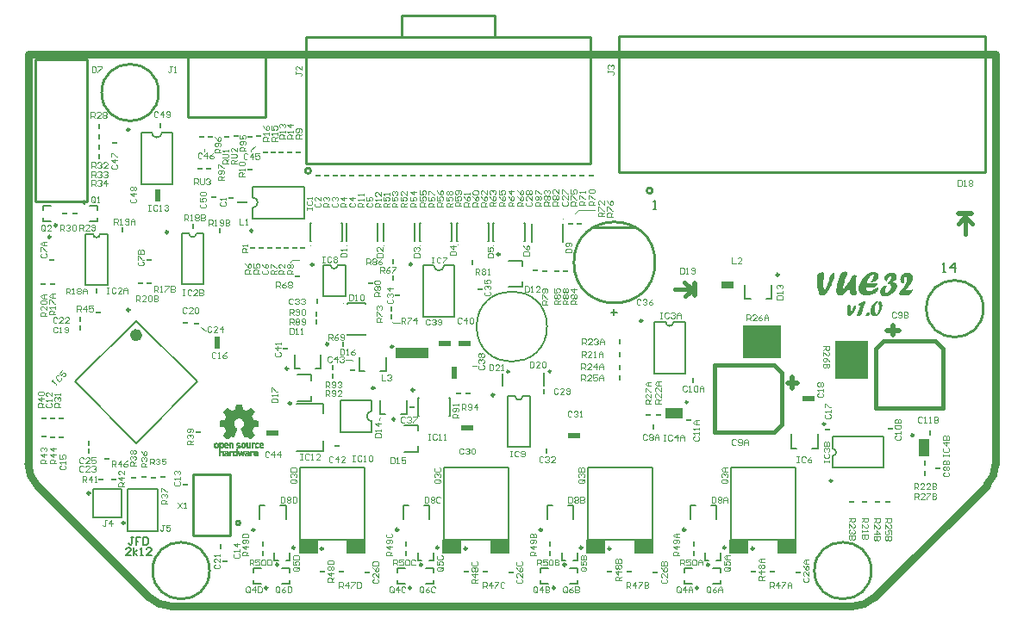
<source format=gto>
%FSLAX23Y23*%
%MOIN*%
G70*
G01*
G75*
G04 Layer_Color=65535*
%ADD10R,0.020X0.020*%
%ADD11R,0.020X0.020*%
%ADD12R,0.022X0.057*%
%ADD13R,0.022X0.057*%
%ADD14R,0.055X0.039*%
%ADD15R,0.079X0.043*%
%ADD16R,0.031X0.031*%
%ADD17R,0.059X0.098*%
%ADD18R,0.098X0.059*%
%ADD19R,0.039X0.055*%
G04:AMPARAMS|DCode=20|XSize=142mil|YSize=79mil|CornerRadius=4mil|HoleSize=0mil|Usage=FLASHONLY|Rotation=180.000|XOffset=0mil|YOffset=0mil|HoleType=Round|Shape=RoundedRectangle|*
%AMROUNDEDRECTD20*
21,1,0.142,0.071,0,0,180.0*
21,1,0.134,0.079,0,0,180.0*
1,1,0.008,-0.067,0.035*
1,1,0.008,0.067,0.035*
1,1,0.008,0.067,-0.035*
1,1,0.008,-0.067,-0.035*
%
%ADD20ROUNDEDRECTD20*%
%ADD21R,0.020X0.014*%
%ADD22R,0.014X0.020*%
%ADD23R,0.057X0.018*%
%ADD24R,0.071X0.045*%
%ADD25C,0.020*%
%ADD26R,0.020X0.063*%
%ADD27R,0.083X0.114*%
%ADD28R,0.051X0.039*%
%ADD29R,0.055X0.024*%
%ADD30R,0.071X0.024*%
G04:AMPARAMS|DCode=31|XSize=75mil|YSize=126mil|CornerRadius=0mil|HoleSize=0mil|Usage=FLASHONLY|Rotation=90.000|XOffset=0mil|YOffset=0mil|HoleType=Round|Shape=Octagon|*
%AMOCTAGOND31*
4,1,8,-0.063,-0.019,-0.063,0.019,-0.044,0.037,0.044,0.037,0.063,0.019,0.063,-0.019,0.044,-0.037,-0.044,-0.037,-0.063,-0.019,0.0*
%
%ADD31OCTAGOND31*%

%ADD32R,0.017X0.050*%
%ADD33R,0.050X0.017*%
%ADD34R,0.087X0.024*%
G04:AMPARAMS|DCode=35|XSize=12mil|YSize=71mil|CornerRadius=0mil|HoleSize=0mil|Usage=FLASHONLY|Rotation=315.000|XOffset=0mil|YOffset=0mil|HoleType=Round|Shape=Round|*
%AMOVALD35*
21,1,0.059,0.012,0.000,0.000,45.0*
1,1,0.012,-0.021,-0.021*
1,1,0.012,0.021,0.021*
%
%ADD35OVALD35*%

G04:AMPARAMS|DCode=36|XSize=12mil|YSize=71mil|CornerRadius=0mil|HoleSize=0mil|Usage=FLASHONLY|Rotation=45.000|XOffset=0mil|YOffset=0mil|HoleType=Round|Shape=Round|*
%AMOVALD36*
21,1,0.059,0.012,0.000,0.000,135.0*
1,1,0.012,0.021,-0.021*
1,1,0.012,-0.021,0.021*
%
%ADD36OVALD36*%

%ADD37R,0.018X0.037*%
%ADD38R,0.037X0.018*%
G04:AMPARAMS|DCode=39|XSize=228mil|YSize=252mil|CornerRadius=17mil|HoleSize=0mil|Usage=FLASHONLY|Rotation=0.000|XOffset=0mil|YOffset=0mil|HoleType=Round|Shape=RoundedRectangle|*
%AMROUNDEDRECTD39*
21,1,0.228,0.218,0,0,0.0*
21,1,0.194,0.252,0,0,0.0*
1,1,0.034,0.097,-0.109*
1,1,0.034,-0.097,-0.109*
1,1,0.034,-0.097,0.109*
1,1,0.034,0.097,0.109*
%
%ADD39ROUNDEDRECTD39*%
G04:AMPARAMS|DCode=40|XSize=47mil|YSize=87mil|CornerRadius=4mil|HoleSize=0mil|Usage=FLASHONLY|Rotation=0.000|XOffset=0mil|YOffset=0mil|HoleType=Round|Shape=RoundedRectangle|*
%AMROUNDEDRECTD40*
21,1,0.047,0.080,0,0,0.0*
21,1,0.040,0.087,0,0,0.0*
1,1,0.007,0.020,-0.040*
1,1,0.007,-0.020,-0.040*
1,1,0.007,-0.020,0.040*
1,1,0.007,0.020,0.040*
%
%ADD40ROUNDEDRECTD40*%
%ADD41R,0.146X0.059*%
%ADD42R,0.059X0.146*%
G04:AMPARAMS|DCode=43|XSize=95mil|YSize=130mil|CornerRadius=7mil|HoleSize=0mil|Usage=FLASHONLY|Rotation=90.000|XOffset=0mil|YOffset=0mil|HoleType=Round|Shape=RoundedRectangle|*
%AMROUNDEDRECTD43*
21,1,0.095,0.116,0,0,90.0*
21,1,0.081,0.130,0,0,90.0*
1,1,0.014,0.058,0.040*
1,1,0.014,0.058,-0.040*
1,1,0.014,-0.058,-0.040*
1,1,0.014,-0.058,0.040*
%
%ADD43ROUNDEDRECTD43*%
G04:AMPARAMS|DCode=44|XSize=26mil|YSize=69mil|CornerRadius=2mil|HoleSize=0mil|Usage=FLASHONLY|Rotation=180.000|XOffset=0mil|YOffset=0mil|HoleType=Round|Shape=RoundedRectangle|*
%AMROUNDEDRECTD44*
21,1,0.026,0.065,0,0,180.0*
21,1,0.022,0.069,0,0,180.0*
1,1,0.004,-0.011,0.033*
1,1,0.004,0.011,0.033*
1,1,0.004,0.011,-0.033*
1,1,0.004,-0.011,-0.033*
%
%ADD44ROUNDEDRECTD44*%
%ADD45R,0.039X0.125*%
G04:AMPARAMS|DCode=46|XSize=95mil|YSize=130mil|CornerRadius=7mil|HoleSize=0mil|Usage=FLASHONLY|Rotation=0.000|XOffset=0mil|YOffset=0mil|HoleType=Round|Shape=RoundedRectangle|*
%AMROUNDEDRECTD46*
21,1,0.095,0.116,0,0,0.0*
21,1,0.081,0.130,0,0,0.0*
1,1,0.014,0.040,-0.058*
1,1,0.014,-0.040,-0.058*
1,1,0.014,-0.040,0.058*
1,1,0.014,0.040,0.058*
%
%ADD46ROUNDEDRECTD46*%
G04:AMPARAMS|DCode=47|XSize=26mil|YSize=69mil|CornerRadius=2mil|HoleSize=0mil|Usage=FLASHONLY|Rotation=90.000|XOffset=0mil|YOffset=0mil|HoleType=Round|Shape=RoundedRectangle|*
%AMROUNDEDRECTD47*
21,1,0.026,0.065,0,0,90.0*
21,1,0.022,0.069,0,0,90.0*
1,1,0.004,0.033,0.011*
1,1,0.004,0.033,-0.011*
1,1,0.004,-0.033,-0.011*
1,1,0.004,-0.033,0.011*
%
%ADD47ROUNDEDRECTD47*%
%ADD48R,0.125X0.039*%
%ADD49R,0.051X0.079*%
%ADD50R,0.043X0.039*%
%ADD51R,0.057X0.022*%
%ADD52R,0.057X0.022*%
%ADD53R,0.051X0.043*%
%ADD54R,0.043X0.051*%
%ADD55R,0.050X0.012*%
%ADD56C,0.006*%
%ADD57C,0.012*%
%ADD58C,0.016*%
%ADD59C,0.020*%
%ADD60C,0.025*%
%ADD61C,0.030*%
%ADD62C,0.010*%
%ADD63C,0.043*%
%ADD64C,0.145*%
%ADD65C,0.079*%
%ADD66C,0.256*%
%ADD67C,0.118*%
%ADD68C,0.157*%
%ADD69C,0.055*%
%ADD70C,0.059*%
%ADD71C,0.018*%
%ADD72C,0.040*%
%ADD73C,0.007*%
%ADD74C,0.056*%
%ADD75C,0.083*%
%ADD76C,0.260*%
%ADD77C,0.099*%
%ADD78C,0.146*%
%ADD79C,0.060*%
%ADD80C,0.052*%
%ADD81C,0.032*%
%ADD82R,0.039X0.043*%
%ADD83C,0.055*%
%ADD84C,0.004*%
%ADD85C,0.010*%
%ADD86C,0.008*%
%ADD87C,0.024*%
%ADD88C,0.016*%
%ADD89C,0.001*%
%ADD90C,0.008*%
%ADD91C,0.015*%
%ADD92C,0.004*%
%ADD93C,0.005*%
%ADD94R,0.024X0.008*%
%ADD95R,0.008X0.024*%
%ADD96R,0.130X0.040*%
%ADD97R,0.050X0.030*%
%ADD98R,0.070X0.040*%
%ADD99R,0.040X0.070*%
%ADD100R,0.074X0.057*%
%ADD101R,0.074X0.057*%
%ADD102R,0.130X0.150*%
%ADD103R,0.150X0.130*%
%ADD104R,0.040X0.010*%
%ADD105R,0.050X0.020*%
%ADD106R,0.020X0.050*%
G36*
X1382Y55D02*
X1383Y55D01*
X1383Y54D01*
X1384Y54D01*
X1384Y53D01*
X1384Y52D01*
Y52D01*
Y51D01*
X1384Y51D01*
X1384Y50D01*
X1384Y49D01*
X1383Y47D01*
X1383Y46D01*
X1382Y44D01*
Y44D01*
X1382Y44D01*
X1382Y44D01*
X1382Y43D01*
X1381Y43D01*
X1381Y42D01*
X1381Y42D01*
X1380Y42D01*
X1379Y41D01*
X1379Y41D01*
X1379Y41D01*
X1378Y41D01*
X1377Y41D01*
X1376Y40D01*
X1375Y40D01*
X1374Y40D01*
X1373Y40D01*
X1373D01*
X1372Y40D01*
X1371Y40D01*
X1370Y41D01*
X1370Y41D01*
X1369Y42D01*
X1369Y43D01*
Y43D01*
X1369Y43D01*
X1369Y44D01*
X1370Y45D01*
Y45D01*
X1370Y45D01*
X1370Y46D01*
X1370Y46D01*
X1370Y47D01*
X1371Y48D01*
X1371Y48D01*
X1371Y48D01*
X1371Y49D01*
X1371Y50D01*
X1372Y51D01*
X1373Y52D01*
X1373Y52D01*
X1373Y52D01*
X1373Y52D01*
X1374Y52D01*
X1374Y53D01*
X1374Y53D01*
X1375Y53D01*
X1376Y54D01*
X1377Y54D01*
X1377D01*
X1377Y54D01*
X1378Y54D01*
X1378Y55D01*
X1380Y55D01*
X1381Y55D01*
X1382D01*
X1382Y55D01*
D02*
G37*
G36*
X1418Y99D02*
X1419Y99D01*
X1420Y99D01*
X1421Y98D01*
X1422Y98D01*
X1423Y97D01*
X1424D01*
X1424Y97D01*
X1425Y97D01*
X1425Y97D01*
X1426Y96D01*
X1427Y96D01*
X1428Y95D01*
X1428Y95D01*
X1428Y95D01*
X1429Y94D01*
X1429Y93D01*
X1430Y93D01*
X1430Y92D01*
X1431Y91D01*
X1431Y89D01*
X1431Y89D01*
X1432Y89D01*
X1432Y88D01*
X1432Y87D01*
X1432Y86D01*
X1433Y85D01*
X1433Y83D01*
X1433Y82D01*
Y81D01*
Y81D01*
X1433Y80D01*
Y79D01*
X1432Y78D01*
X1432Y76D01*
X1432Y74D01*
X1432Y73D01*
Y73D01*
X1431Y72D01*
Y72D01*
X1431Y72D01*
X1431Y71D01*
X1431Y70D01*
X1430Y68D01*
X1430Y66D01*
X1428Y63D01*
Y63D01*
X1428Y63D01*
X1428Y62D01*
X1428Y61D01*
X1427Y60D01*
X1426Y59D01*
X1426Y57D01*
X1425Y56D01*
X1424Y54D01*
X1424Y54D01*
X1423Y53D01*
X1423Y53D01*
X1422Y52D01*
X1421Y51D01*
X1420Y49D01*
X1419Y48D01*
X1418Y47D01*
X1418Y47D01*
X1418Y47D01*
X1417Y46D01*
X1417Y46D01*
X1416Y45D01*
X1415Y45D01*
X1415Y44D01*
X1414Y44D01*
X1411Y42D01*
X1409Y41D01*
X1408Y41D01*
X1406Y40D01*
X1405Y40D01*
X1404Y40D01*
X1403D01*
X1402Y40D01*
X1401Y40D01*
X1400Y41D01*
X1398Y41D01*
X1397Y42D01*
X1395Y42D01*
X1395Y42D01*
X1395Y43D01*
X1394Y43D01*
X1393Y44D01*
X1392Y45D01*
X1391Y46D01*
X1390Y48D01*
X1390Y49D01*
Y49D01*
X1389Y49D01*
X1389Y50D01*
X1389Y51D01*
X1389Y52D01*
X1388Y54D01*
X1388Y56D01*
X1388Y57D01*
X1388Y60D01*
Y60D01*
Y60D01*
Y60D01*
X1388Y61D01*
Y62D01*
X1388Y63D01*
X1388Y64D01*
X1388Y66D01*
X1388Y67D01*
X1389Y69D01*
X1389Y72D01*
X1390Y75D01*
X1392Y79D01*
X1392Y79D01*
X1392Y79D01*
X1392Y80D01*
X1392Y80D01*
X1393Y81D01*
X1393Y82D01*
X1394Y83D01*
X1395Y84D01*
X1396Y86D01*
X1398Y89D01*
X1400Y91D01*
X1403Y93D01*
X1403Y94D01*
X1403Y94D01*
X1403Y94D01*
X1404Y94D01*
X1405Y95D01*
X1405Y95D01*
X1406Y96D01*
X1407Y96D01*
X1409Y97D01*
X1412Y98D01*
X1413Y99D01*
X1414Y99D01*
X1416Y99D01*
X1417Y99D01*
X1418D01*
X1418Y99D01*
D02*
G37*
G36*
X1304Y84D02*
X1305Y84D01*
X1307Y83D01*
X1307D01*
X1307Y83D01*
X1308Y83D01*
X1308Y83D01*
X1309Y82D01*
X1310Y81D01*
X1310Y81D01*
X1310Y81D01*
X1311Y80D01*
X1311Y79D01*
Y79D01*
X1311Y78D01*
X1311Y78D01*
X1311Y78D01*
X1311Y77D01*
X1312Y76D01*
X1312Y75D01*
X1312Y74D01*
Y74D01*
Y73D01*
X1312Y73D01*
Y72D01*
Y71D01*
X1312Y69D01*
Y67D01*
Y65D01*
Y63D01*
Y59D01*
Y54D01*
X1312D01*
Y54D01*
X1312Y54D01*
X1312Y55D01*
X1313Y55D01*
X1313Y56D01*
X1313Y57D01*
X1314Y57D01*
X1314Y57D01*
X1314Y58D01*
X1314Y59D01*
X1315Y59D01*
X1315Y60D01*
X1315Y61D01*
X1316Y62D01*
X1316Y63D01*
X1317Y64D01*
X1318Y66D01*
X1318Y67D01*
X1319Y69D01*
Y69D01*
X1319Y69D01*
X1319Y70D01*
X1320Y70D01*
X1320Y71D01*
X1321Y73D01*
X1321Y74D01*
X1322Y76D01*
X1323Y78D01*
X1324Y79D01*
X1324Y79D01*
X1324Y79D01*
X1324Y80D01*
X1324Y80D01*
X1325Y81D01*
X1325Y82D01*
X1326Y82D01*
X1326Y82D01*
X1326Y83D01*
X1327Y83D01*
X1328Y83D01*
X1328D01*
X1328Y83D01*
X1329Y83D01*
X1330Y82D01*
X1330Y81D01*
X1330Y81D01*
X1331Y80D01*
X1331Y79D01*
X1331Y78D01*
X1331Y77D01*
X1331Y76D01*
Y75D01*
Y75D01*
Y74D01*
Y74D01*
Y73D01*
X1331Y72D01*
X1331Y70D01*
Y70D01*
X1331Y70D01*
X1331Y70D01*
X1331Y69D01*
X1330Y68D01*
X1330Y67D01*
Y67D01*
X1330Y67D01*
X1329Y66D01*
X1329Y66D01*
X1329Y65D01*
X1328Y64D01*
X1327Y62D01*
X1327Y62D01*
X1327Y62D01*
X1326Y61D01*
X1326Y60D01*
X1325Y60D01*
X1325Y59D01*
X1323Y56D01*
X1323Y56D01*
X1323Y56D01*
X1322Y55D01*
X1322Y55D01*
X1321Y54D01*
X1320Y53D01*
X1318Y50D01*
Y50D01*
X1318Y50D01*
X1318Y50D01*
X1318Y49D01*
X1317Y48D01*
X1316Y47D01*
X1315Y46D01*
X1313Y44D01*
X1312Y43D01*
X1311Y42D01*
X1311Y42D01*
X1310Y42D01*
X1310Y41D01*
X1309Y41D01*
X1308Y40D01*
X1307Y40D01*
X1306Y40D01*
X1306Y40D01*
X1305D01*
X1305Y40D01*
X1304Y40D01*
X1304Y40D01*
X1303Y41D01*
X1302Y41D01*
X1301Y43D01*
X1300Y43D01*
X1300Y44D01*
X1300Y44D01*
X1300Y45D01*
X1300Y45D01*
X1299Y46D01*
X1299Y47D01*
X1299Y48D01*
X1298Y50D01*
X1298Y51D01*
Y51D01*
Y52D01*
X1298Y52D01*
X1298Y53D01*
X1297Y54D01*
X1297Y55D01*
X1297Y57D01*
X1297Y58D01*
X1296Y60D01*
Y60D01*
Y60D01*
X1296Y61D01*
X1296Y61D01*
Y63D01*
X1296Y64D01*
X1296Y65D01*
X1296Y68D01*
Y68D01*
Y69D01*
Y69D01*
Y69D01*
X1296Y70D01*
Y72D01*
X1296Y73D01*
X1296Y75D01*
X1297Y76D01*
X1297Y78D01*
Y78D01*
X1297Y78D01*
X1297Y79D01*
X1298Y80D01*
X1298Y81D01*
X1299Y82D01*
X1299Y82D01*
X1300Y83D01*
X1300D01*
X1300Y83D01*
X1300Y83D01*
X1301Y83D01*
X1302Y84D01*
X1303Y84D01*
X1304D01*
X1304Y84D01*
D02*
G37*
G36*
X1364Y98D02*
X1365Y97D01*
X1365Y97D01*
X1366Y97D01*
X1366Y96D01*
X1366Y96D01*
X1366Y94D01*
Y94D01*
Y94D01*
X1366Y93D01*
X1366Y92D01*
X1366Y92D01*
X1366Y91D01*
X1366Y90D01*
X1365Y89D01*
X1365Y88D01*
X1365Y87D01*
X1364Y86D01*
X1364Y84D01*
X1363Y83D01*
Y83D01*
X1363Y82D01*
X1363Y82D01*
X1363Y81D01*
X1362Y80D01*
X1362Y79D01*
Y79D01*
X1362Y79D01*
X1362Y79D01*
X1362Y79D01*
X1362Y78D01*
X1361Y77D01*
X1361Y77D01*
X1361Y76D01*
Y76D01*
X1361Y75D01*
X1361Y75D01*
X1360Y74D01*
Y74D01*
X1360Y74D01*
Y74D01*
X1360Y73D01*
X1360Y72D01*
X1360Y71D01*
X1359Y70D01*
X1359Y69D01*
X1358Y67D01*
X1358Y66D01*
Y66D01*
X1358Y66D01*
X1358Y66D01*
X1358Y65D01*
X1358Y65D01*
X1357Y64D01*
Y64D01*
X1357Y64D01*
X1357Y64D01*
X1357Y63D01*
X1357Y62D01*
X1357Y62D01*
Y61D01*
X1357Y61D01*
X1357Y61D01*
X1356Y60D01*
Y60D01*
X1356Y60D01*
X1356Y59D01*
X1356Y58D01*
X1356Y57D01*
X1355Y56D01*
X1355Y54D01*
X1354Y51D01*
X1353Y49D01*
X1353Y48D01*
X1352Y47D01*
X1352Y46D01*
X1351Y45D01*
X1351Y45D01*
X1351Y45D01*
X1350Y44D01*
X1350Y44D01*
X1350Y43D01*
X1349Y43D01*
X1349Y43D01*
X1349Y43D01*
X1348Y42D01*
X1346Y41D01*
X1346D01*
X1346Y41D01*
X1345Y41D01*
X1345Y40D01*
X1344Y40D01*
X1344D01*
X1343Y40D01*
X1343D01*
X1342Y40D01*
X1341Y40D01*
X1340D01*
X1340Y40D01*
X1339Y40D01*
X1338Y40D01*
X1337Y41D01*
X1337Y41D01*
X1337Y41D01*
X1336Y41D01*
X1336Y42D01*
X1336Y42D01*
X1335Y43D01*
X1335Y44D01*
X1335Y44D01*
Y44D01*
Y44D01*
X1335Y45D01*
X1335Y45D01*
X1335Y45D01*
X1335Y46D01*
X1336Y47D01*
X1336Y48D01*
X1337Y49D01*
X1337Y51D01*
X1338Y53D01*
X1339Y56D01*
X1340Y58D01*
X1341Y61D01*
X1342Y64D01*
X1343Y67D01*
X1344Y70D01*
X1345Y73D01*
X1347Y77D01*
X1348Y80D01*
X1349Y83D01*
X1349D01*
X1348Y82D01*
X1348Y82D01*
X1347Y82D01*
X1347Y82D01*
X1346Y82D01*
X1346Y81D01*
X1345Y81D01*
X1344Y81D01*
X1343Y81D01*
X1343Y81D01*
X1343D01*
X1342Y81D01*
X1342Y81D01*
X1342Y81D01*
X1341Y81D01*
X1341Y82D01*
X1341Y83D01*
X1341Y84D01*
Y84D01*
Y84D01*
X1341Y84D01*
X1341Y85D01*
X1342Y86D01*
Y86D01*
X1342Y87D01*
X1342Y87D01*
X1342Y88D01*
X1343Y88D01*
X1343Y89D01*
X1343Y89D01*
X1343Y89D01*
X1344Y89D01*
X1344Y89D01*
X1345Y89D01*
X1345Y90D01*
X1346Y90D01*
X1347Y91D01*
X1348Y91D01*
X1349Y92D01*
X1350Y92D01*
X1351Y93D01*
X1353Y94D01*
X1354Y94D01*
X1354Y94D01*
X1355Y94D01*
X1355Y95D01*
X1356Y95D01*
X1356D01*
X1356Y95D01*
X1356Y95D01*
X1357Y95D01*
X1358Y96D01*
X1359Y96D01*
X1360Y97D01*
X1361Y97D01*
X1362Y98D01*
X1363Y98D01*
X1364D01*
X1364Y98D01*
D02*
G37*
G36*
X1202Y211D02*
X1203Y211D01*
X1204Y210D01*
X1205Y210D01*
X1206Y209D01*
X1206Y207D01*
X1207Y205D01*
Y205D01*
Y205D01*
Y204D01*
Y203D01*
X1206Y202D01*
X1206Y200D01*
X1206Y197D01*
X1206Y194D01*
Y194D01*
Y194D01*
X1206Y193D01*
Y192D01*
X1206Y190D01*
Y189D01*
X1206Y187D01*
Y185D01*
X1205Y181D01*
X1205Y176D01*
X1205Y172D01*
Y170D01*
Y168D01*
Y168D01*
Y168D01*
Y167D01*
Y166D01*
Y164D01*
X1205Y163D01*
Y161D01*
Y159D01*
X1205Y155D01*
X1206Y151D01*
X1206Y147D01*
X1206Y145D01*
X1206Y144D01*
Y143D01*
X1206Y143D01*
X1207Y142D01*
X1207Y141D01*
X1207Y140D01*
X1207Y139D01*
X1208Y138D01*
X1208Y138D01*
X1208Y139D01*
X1208Y139D01*
X1209Y140D01*
X1210Y142D01*
X1212Y144D01*
X1212Y144D01*
X1212Y145D01*
X1212Y145D01*
X1213Y146D01*
X1213Y147D01*
X1214Y148D01*
X1215Y150D01*
Y150D01*
X1215Y151D01*
X1216Y151D01*
X1216Y153D01*
X1217Y154D01*
X1218Y156D01*
X1218Y157D01*
X1219Y159D01*
X1220Y161D01*
Y161D01*
X1220Y161D01*
X1220Y162D01*
X1220Y163D01*
X1221Y163D01*
X1221Y165D01*
X1222Y166D01*
X1222Y167D01*
X1223Y171D01*
X1225Y174D01*
X1226Y179D01*
X1227Y183D01*
Y183D01*
X1227Y183D01*
Y184D01*
X1227Y184D01*
X1227Y186D01*
X1228Y187D01*
X1228Y189D01*
X1229Y191D01*
X1230Y193D01*
X1230Y195D01*
X1231Y195D01*
X1231Y195D01*
X1231Y196D01*
X1232Y197D01*
X1232Y197D01*
X1233Y199D01*
X1234Y200D01*
X1235Y201D01*
X1235Y201D01*
X1235Y202D01*
X1236Y202D01*
X1237Y203D01*
X1238Y204D01*
X1240Y205D01*
X1242Y207D01*
X1242Y207D01*
X1243Y208D01*
X1243Y208D01*
X1244Y208D01*
X1246Y209D01*
X1247Y210D01*
X1247Y210D01*
X1247D01*
X1248Y210D01*
X1248Y209D01*
X1249Y209D01*
X1249Y208D01*
X1249Y207D01*
X1249Y206D01*
Y206D01*
Y205D01*
Y204D01*
X1249Y203D01*
X1249Y201D01*
X1249Y199D01*
X1249Y198D01*
X1248Y196D01*
Y195D01*
X1248Y195D01*
X1248Y194D01*
X1247Y192D01*
X1247Y191D01*
X1247Y189D01*
X1245Y185D01*
Y185D01*
X1245Y185D01*
X1245Y184D01*
X1245Y184D01*
X1245Y183D01*
X1244Y182D01*
X1243Y179D01*
X1242Y177D01*
X1241Y173D01*
X1239Y170D01*
X1238Y166D01*
Y166D01*
X1238Y165D01*
X1237Y165D01*
X1237Y164D01*
X1236Y163D01*
X1236Y162D01*
X1235Y159D01*
X1233Y156D01*
X1232Y153D01*
X1230Y150D01*
X1228Y147D01*
X1228Y146D01*
X1228Y146D01*
X1227Y145D01*
X1226Y143D01*
X1225Y142D01*
X1224Y139D01*
X1222Y137D01*
X1221Y134D01*
X1221Y134D01*
X1220Y133D01*
X1219Y132D01*
X1219Y131D01*
X1216Y128D01*
X1215Y127D01*
X1214Y126D01*
X1214Y126D01*
X1214Y126D01*
X1213Y125D01*
X1212Y125D01*
X1211Y124D01*
X1210Y123D01*
X1209Y122D01*
X1207Y122D01*
X1207D01*
X1207Y122D01*
X1206Y121D01*
X1205Y121D01*
X1203Y120D01*
X1201Y120D01*
X1201D01*
X1200Y120D01*
X1200D01*
X1198Y120D01*
X1196Y120D01*
X1196D01*
X1195Y120D01*
X1194D01*
X1193Y120D01*
X1192Y121D01*
X1191Y121D01*
X1191Y121D01*
X1191Y121D01*
X1191Y122D01*
X1190Y123D01*
X1190Y124D01*
X1189Y125D01*
X1188Y127D01*
X1187Y129D01*
Y129D01*
X1187Y129D01*
Y130D01*
X1187Y130D01*
X1187Y132D01*
X1186Y133D01*
X1186Y136D01*
X1185Y139D01*
X1184Y143D01*
X1183Y146D01*
Y147D01*
X1183Y147D01*
Y148D01*
X1183Y148D01*
X1183Y149D01*
X1182Y150D01*
X1182Y153D01*
X1182Y156D01*
X1181Y159D01*
X1181Y162D01*
X1180Y166D01*
Y166D01*
Y167D01*
X1180Y168D01*
Y170D01*
X1180Y172D01*
Y175D01*
X1180Y178D01*
Y181D01*
Y181D01*
Y182D01*
Y183D01*
Y184D01*
X1180Y186D01*
Y187D01*
X1180Y191D01*
X1181Y195D01*
X1181Y197D01*
X1182Y199D01*
X1182Y200D01*
X1183Y202D01*
X1183Y203D01*
X1184Y204D01*
X1184Y204D01*
X1185Y204D01*
X1185Y205D01*
X1186Y205D01*
X1187Y206D01*
X1188Y207D01*
X1189Y207D01*
X1189Y207D01*
X1190Y208D01*
X1191Y208D01*
X1192Y208D01*
X1193Y209D01*
X1194Y209D01*
X1197Y210D01*
X1197D01*
X1197Y210D01*
X1198Y210D01*
X1198Y211D01*
X1200Y211D01*
X1202Y211D01*
X1202D01*
X1202Y211D01*
D02*
G37*
G36*
X1471Y209D02*
X1473Y209D01*
X1474Y208D01*
X1476Y208D01*
X1478Y207D01*
X1480Y207D01*
X1480Y206D01*
X1480Y206D01*
X1481Y206D01*
X1482Y205D01*
X1483Y204D01*
X1485Y203D01*
X1486Y202D01*
X1487Y200D01*
X1487Y200D01*
X1487Y200D01*
X1488Y199D01*
X1488Y198D01*
X1489Y197D01*
X1489Y195D01*
X1489Y193D01*
X1490Y192D01*
Y192D01*
Y191D01*
Y191D01*
X1489Y190D01*
X1489Y189D01*
X1489Y187D01*
X1488Y184D01*
X1486Y182D01*
X1486Y181D01*
X1485Y180D01*
X1483Y178D01*
X1482Y177D01*
X1482Y177D01*
X1481Y177D01*
X1480Y176D01*
X1479Y176D01*
X1478Y175D01*
X1476Y174D01*
X1474Y173D01*
X1472Y172D01*
Y172D01*
X1473D01*
X1473Y172D01*
X1474D01*
X1475Y172D01*
X1477Y171D01*
X1480Y171D01*
X1482Y170D01*
X1484Y169D01*
X1486Y168D01*
X1486Y168D01*
X1487Y167D01*
X1488Y166D01*
X1489Y165D01*
X1489Y164D01*
X1490Y162D01*
X1491Y160D01*
X1491Y157D01*
Y157D01*
Y157D01*
Y156D01*
X1491Y155D01*
X1491Y154D01*
X1490Y153D01*
X1489Y151D01*
Y150D01*
X1489Y150D01*
X1489Y149D01*
X1488Y148D01*
X1488Y147D01*
X1487Y146D01*
X1485Y143D01*
X1485Y143D01*
X1485Y142D01*
X1484Y142D01*
X1484Y140D01*
X1483Y139D01*
X1482Y138D01*
X1479Y135D01*
X1479Y135D01*
X1479Y135D01*
X1478Y134D01*
X1478Y134D01*
X1477Y133D01*
X1476Y132D01*
X1474Y130D01*
X1471Y128D01*
X1468Y126D01*
X1465Y124D01*
X1462Y122D01*
X1461D01*
X1461Y122D01*
X1461Y121D01*
X1460Y121D01*
X1459Y121D01*
X1458Y120D01*
X1456Y120D01*
X1453Y119D01*
X1450Y118D01*
X1447Y117D01*
X1444Y117D01*
X1443D01*
X1442Y117D01*
X1441Y118D01*
X1439Y118D01*
X1436Y119D01*
X1434Y119D01*
X1432Y121D01*
X1430Y122D01*
X1429Y123D01*
X1429Y124D01*
X1428Y125D01*
X1427Y126D01*
X1426Y128D01*
X1425Y130D01*
X1424Y133D01*
X1424Y136D01*
Y136D01*
Y137D01*
X1424Y138D01*
X1425Y139D01*
X1425Y141D01*
X1426Y143D01*
X1427Y144D01*
X1428Y146D01*
X1428Y147D01*
X1429Y147D01*
X1429Y148D01*
X1430Y150D01*
X1432Y151D01*
X1433Y153D01*
X1435Y154D01*
X1437Y155D01*
X1438Y156D01*
X1438Y156D01*
X1440Y157D01*
X1441Y157D01*
X1443Y158D01*
X1445Y158D01*
X1447Y159D01*
X1449Y159D01*
X1450D01*
X1451Y159D01*
X1451Y158D01*
X1452Y158D01*
X1452Y157D01*
Y157D01*
X1451Y156D01*
X1451Y156D01*
X1451Y156D01*
X1450Y155D01*
X1450Y155D01*
X1449Y154D01*
X1449Y154D01*
X1449Y154D01*
X1449Y154D01*
X1448Y154D01*
X1448Y153D01*
X1448Y153D01*
X1447Y152D01*
X1446Y150D01*
X1446Y149D01*
X1445Y148D01*
X1445Y146D01*
Y146D01*
X1444Y145D01*
X1444Y144D01*
X1444Y143D01*
X1444Y142D01*
X1443Y140D01*
X1443Y137D01*
Y137D01*
Y136D01*
X1443Y135D01*
X1444Y134D01*
X1444Y133D01*
X1444Y131D01*
X1445Y130D01*
X1445Y129D01*
X1446D01*
X1446Y129D01*
X1447Y129D01*
X1448Y129D01*
X1449Y130D01*
X1450Y130D01*
X1451Y131D01*
X1451Y131D01*
X1452Y131D01*
X1452Y131D01*
X1453Y132D01*
X1454Y133D01*
X1455Y134D01*
X1458Y136D01*
X1458Y136D01*
X1458Y137D01*
X1459Y138D01*
X1460Y139D01*
X1461Y140D01*
X1462Y142D01*
X1463Y143D01*
X1464Y145D01*
X1464Y145D01*
X1465Y146D01*
X1465Y147D01*
X1465Y148D01*
X1466Y149D01*
X1466Y151D01*
X1467Y153D01*
X1467Y154D01*
Y154D01*
Y155D01*
Y155D01*
X1467Y156D01*
X1466Y157D01*
X1465Y159D01*
X1464Y161D01*
X1463Y162D01*
X1463Y163D01*
X1461Y163D01*
X1460Y164D01*
X1459Y165D01*
X1457Y165D01*
X1457D01*
X1456Y165D01*
X1455Y166D01*
X1454Y166D01*
X1454Y166D01*
X1454Y166D01*
X1454Y167D01*
X1453Y168D01*
Y168D01*
X1454Y169D01*
X1454Y169D01*
X1455Y170D01*
X1456Y171D01*
X1457Y172D01*
X1457Y172D01*
X1457Y173D01*
X1458Y173D01*
X1459Y175D01*
X1461Y176D01*
X1462Y178D01*
X1463Y179D01*
X1464Y181D01*
X1464Y181D01*
X1465Y182D01*
X1465Y183D01*
X1466Y184D01*
X1466Y186D01*
X1467Y187D01*
X1467Y189D01*
X1467Y191D01*
Y191D01*
Y192D01*
X1467Y193D01*
X1467Y194D01*
X1466Y195D01*
X1466Y196D01*
X1465Y196D01*
X1465Y197D01*
X1464D01*
X1464Y196D01*
X1463Y196D01*
X1463Y196D01*
X1462Y195D01*
X1461Y195D01*
X1460Y194D01*
X1460Y193D01*
X1460Y193D01*
X1459Y192D01*
X1458Y192D01*
X1458Y191D01*
X1457Y189D01*
X1456Y188D01*
X1455Y186D01*
X1455Y186D01*
X1454Y186D01*
X1454Y185D01*
X1454Y184D01*
X1453Y182D01*
X1452Y181D01*
X1451Y178D01*
Y177D01*
X1451Y177D01*
X1451Y176D01*
X1451Y176D01*
X1450D01*
X1450Y175D01*
X1449Y175D01*
X1449D01*
X1449Y175D01*
X1448Y176D01*
X1447Y176D01*
X1447Y177D01*
X1446Y177D01*
X1445Y178D01*
X1444Y178D01*
X1444Y179D01*
X1443Y180D01*
X1443Y181D01*
X1442Y182D01*
X1441Y184D01*
X1441Y186D01*
X1441Y187D01*
Y187D01*
Y188D01*
X1441Y189D01*
X1441Y190D01*
X1442Y192D01*
X1442Y194D01*
X1443Y195D01*
X1445Y197D01*
X1445Y198D01*
X1445Y198D01*
X1446Y199D01*
X1448Y200D01*
X1449Y202D01*
X1451Y203D01*
X1453Y204D01*
X1456Y206D01*
X1456D01*
X1456Y206D01*
X1457Y206D01*
X1458Y207D01*
X1460Y207D01*
X1462Y208D01*
X1464Y208D01*
X1467Y209D01*
X1469Y209D01*
X1470D01*
X1471Y209D01*
D02*
G37*
G36*
X1402Y212D02*
X1404Y212D01*
X1406Y211D01*
X1409Y210D01*
X1411Y209D01*
X1413Y208D01*
X1414Y207D01*
X1414Y207D01*
X1415Y206D01*
X1416Y204D01*
X1417Y203D01*
X1418Y201D01*
X1419Y199D01*
X1419Y196D01*
Y196D01*
Y196D01*
Y195D01*
X1419Y194D01*
X1419Y193D01*
X1419Y192D01*
X1418Y190D01*
Y190D01*
X1418Y189D01*
X1418Y189D01*
X1417Y188D01*
X1417Y186D01*
X1415Y184D01*
X1415Y184D01*
X1415Y183D01*
X1415Y183D01*
X1414Y182D01*
X1413Y181D01*
X1412Y180D01*
X1411Y179D01*
X1410Y178D01*
X1410Y178D01*
X1409Y178D01*
X1408Y177D01*
X1408Y177D01*
X1406Y176D01*
X1405Y175D01*
X1403Y174D01*
X1402Y174D01*
X1401Y173D01*
X1401Y173D01*
X1400Y173D01*
X1398Y173D01*
X1397Y172D01*
X1395Y172D01*
X1394Y172D01*
X1392Y171D01*
X1391D01*
X1391Y172D01*
X1390Y172D01*
X1389Y172D01*
X1389Y172D01*
X1388Y173D01*
X1388Y173D01*
Y174D01*
X1388Y174D01*
X1389Y175D01*
X1389Y175D01*
X1390Y176D01*
X1390Y177D01*
X1391Y177D01*
X1391Y177D01*
X1391Y178D01*
X1392Y178D01*
X1393Y179D01*
X1393Y180D01*
X1394Y181D01*
X1395Y183D01*
X1395Y183D01*
X1395Y183D01*
X1396Y184D01*
X1396Y185D01*
X1397Y187D01*
X1397Y188D01*
X1398Y190D01*
X1399Y192D01*
X1399Y192D01*
X1399Y193D01*
X1399Y194D01*
X1400Y195D01*
X1400Y198D01*
X1400Y199D01*
Y201D01*
Y201D01*
Y201D01*
X1400Y202D01*
X1400Y203D01*
X1399Y203D01*
X1399Y203D01*
X1399D01*
X1398Y203D01*
X1398Y203D01*
X1397Y202D01*
X1396Y202D01*
X1394Y201D01*
X1393Y199D01*
X1390Y198D01*
X1390Y197D01*
X1389Y197D01*
X1388Y196D01*
X1387Y195D01*
X1385Y193D01*
X1384Y191D01*
X1382Y189D01*
X1381Y187D01*
X1381Y187D01*
X1380Y187D01*
X1380Y186D01*
X1379Y185D01*
X1378Y183D01*
X1377Y181D01*
X1375Y178D01*
X1375Y178D01*
X1375Y177D01*
X1375Y176D01*
X1374Y175D01*
X1374Y174D01*
X1373Y172D01*
X1373Y168D01*
X1409D01*
X1410Y168D01*
X1411Y168D01*
X1412Y168D01*
X1413Y167D01*
X1414Y166D01*
X1414Y165D01*
Y165D01*
X1414Y165D01*
X1414Y164D01*
X1413Y163D01*
X1412Y162D01*
X1411Y160D01*
X1410Y158D01*
X1409Y157D01*
X1407Y156D01*
X1407Y156D01*
X1406Y155D01*
X1405Y154D01*
X1403Y153D01*
X1402Y152D01*
X1400Y151D01*
X1398Y151D01*
X1396Y150D01*
X1371Y150D01*
Y149D01*
Y149D01*
Y148D01*
X1371Y147D01*
X1371Y146D01*
X1372Y144D01*
X1372Y143D01*
X1373Y141D01*
X1374Y140D01*
X1374Y140D01*
X1374Y139D01*
X1375Y139D01*
X1376Y138D01*
X1377Y137D01*
X1378Y137D01*
X1379Y136D01*
X1380Y136D01*
X1381D01*
X1382Y136D01*
X1383Y136D01*
X1384Y137D01*
X1386Y137D01*
X1388Y138D01*
X1390Y138D01*
X1390D01*
X1391Y139D01*
X1391Y139D01*
X1393Y139D01*
X1395Y140D01*
X1397Y141D01*
X1399Y143D01*
X1402Y144D01*
X1405Y146D01*
X1408Y147D01*
X1408D01*
X1408Y147D01*
X1409Y148D01*
X1410Y149D01*
X1410Y149D01*
X1411Y149D01*
X1411Y149D01*
X1411Y150D01*
X1412Y150D01*
X1413Y150D01*
X1415Y151D01*
X1415Y151D01*
X1416Y152D01*
X1416D01*
X1416Y151D01*
X1417Y151D01*
X1417Y151D01*
X1417Y150D01*
Y149D01*
Y149D01*
Y149D01*
Y148D01*
X1417Y148D01*
X1417Y146D01*
X1416Y144D01*
Y144D01*
X1416Y143D01*
X1416Y143D01*
X1416Y142D01*
X1415Y140D01*
X1414Y138D01*
Y138D01*
X1414Y137D01*
X1413Y137D01*
X1413Y136D01*
X1412Y135D01*
X1412Y134D01*
X1411Y134D01*
X1411Y134D01*
X1410Y133D01*
X1409Y133D01*
X1408Y132D01*
X1406Y131D01*
X1404Y129D01*
X1401Y128D01*
X1398Y126D01*
X1398D01*
X1398Y126D01*
X1397Y126D01*
X1397Y126D01*
X1396Y125D01*
X1395Y125D01*
X1392Y124D01*
X1389Y123D01*
X1386Y122D01*
X1383Y121D01*
X1379Y120D01*
X1379D01*
X1379Y120D01*
X1378D01*
X1377Y120D01*
X1376Y120D01*
X1374Y120D01*
X1372D01*
X1371Y120D01*
X1370D01*
X1368Y120D01*
X1365Y120D01*
X1363Y121D01*
X1360Y122D01*
X1357Y123D01*
X1357D01*
X1356Y123D01*
X1356Y124D01*
X1354Y125D01*
X1352Y126D01*
X1351Y127D01*
X1349Y129D01*
X1347Y131D01*
X1345Y133D01*
Y133D01*
X1345Y134D01*
X1344Y134D01*
X1344Y136D01*
X1343Y138D01*
X1342Y140D01*
X1341Y142D01*
X1341Y145D01*
X1341Y148D01*
Y148D01*
Y148D01*
Y149D01*
X1341Y150D01*
X1341Y152D01*
X1341Y154D01*
X1342Y157D01*
X1343Y160D01*
X1344Y162D01*
Y163D01*
X1344Y163D01*
X1344Y163D01*
X1344Y164D01*
X1345Y165D01*
X1346Y167D01*
X1347Y170D01*
X1348Y172D01*
X1350Y175D01*
X1351Y178D01*
Y178D01*
X1352Y178D01*
X1352Y179D01*
X1352Y179D01*
X1353Y181D01*
X1355Y183D01*
X1356Y185D01*
X1358Y187D01*
X1360Y190D01*
X1362Y192D01*
X1363Y193D01*
X1363Y193D01*
X1364Y195D01*
X1366Y196D01*
X1368Y197D01*
X1370Y199D01*
X1372Y201D01*
X1375Y203D01*
X1375D01*
X1375Y203D01*
X1376Y203D01*
X1377Y204D01*
X1379Y205D01*
X1381Y207D01*
X1383Y208D01*
X1385Y209D01*
X1388Y210D01*
X1388D01*
X1388Y210D01*
X1389Y210D01*
X1390Y211D01*
X1391Y211D01*
X1393Y212D01*
X1395Y212D01*
X1397Y212D01*
X1399Y212D01*
X1401D01*
X1402Y212D01*
D02*
G37*
G36*
X1291Y213D02*
X1292Y212D01*
X1293Y212D01*
X1295Y211D01*
X1296Y210D01*
X1297Y208D01*
X1297Y208D01*
X1297Y206D01*
Y206D01*
Y206D01*
X1297Y205D01*
X1297Y204D01*
X1296Y202D01*
X1296Y201D01*
X1295Y199D01*
X1294Y196D01*
X1294Y196D01*
X1294Y195D01*
X1293Y194D01*
X1292Y192D01*
X1292Y190D01*
X1291Y189D01*
X1290Y187D01*
X1290Y185D01*
Y185D01*
X1290Y184D01*
X1289Y184D01*
X1289Y183D01*
Y183D01*
X1289Y183D01*
X1289Y182D01*
X1288Y181D01*
Y181D01*
X1288Y180D01*
X1288Y179D01*
X1288Y178D01*
X1287Y176D01*
X1286Y174D01*
X1286Y172D01*
X1285Y169D01*
Y169D01*
X1285Y169D01*
Y168D01*
X1285Y168D01*
X1284Y166D01*
X1284Y164D01*
X1283Y162D01*
X1283Y160D01*
X1282Y157D01*
X1282Y155D01*
Y155D01*
X1282Y154D01*
X1281Y153D01*
X1281Y152D01*
X1281Y150D01*
X1281Y149D01*
Y148D01*
Y148D01*
Y148D01*
X1281Y147D01*
X1281Y146D01*
X1281Y146D01*
X1282Y146D01*
X1282D01*
X1282Y146D01*
X1283Y146D01*
X1283Y146D01*
X1284Y147D01*
X1286Y149D01*
X1287Y150D01*
X1288Y151D01*
X1289Y153D01*
Y153D01*
X1289Y153D01*
X1290Y154D01*
X1291Y155D01*
X1292Y157D01*
X1294Y160D01*
X1296Y162D01*
X1298Y166D01*
X1301Y169D01*
X1301Y169D01*
X1301Y170D01*
X1301Y170D01*
X1302Y171D01*
X1302Y172D01*
X1303Y173D01*
X1304Y175D01*
X1306Y178D01*
X1308Y181D01*
X1310Y184D01*
X1311Y187D01*
X1312Y188D01*
X1312Y188D01*
X1312Y189D01*
X1313Y190D01*
X1314Y193D01*
X1315Y194D01*
X1316Y195D01*
Y195D01*
X1316Y195D01*
X1316Y196D01*
X1317Y197D01*
X1318Y197D01*
X1318Y198D01*
X1319Y198D01*
X1320Y198D01*
X1321Y199D01*
X1322Y199D01*
X1323Y200D01*
X1325Y200D01*
X1327Y200D01*
X1327D01*
X1328Y200D01*
X1329Y200D01*
X1330Y199D01*
X1331Y199D01*
X1332Y198D01*
X1333Y196D01*
X1333Y195D01*
Y194D01*
Y194D01*
Y194D01*
Y193D01*
X1333Y193D01*
Y192D01*
X1333Y191D01*
X1332Y190D01*
Y190D01*
Y189D01*
X1332Y188D01*
X1332Y187D01*
X1332Y186D01*
X1332Y184D01*
X1332Y183D01*
X1332Y181D01*
X1331Y177D01*
X1331Y172D01*
X1331Y167D01*
X1331Y163D01*
Y162D01*
Y162D01*
Y161D01*
Y159D01*
X1331Y158D01*
Y156D01*
X1331Y153D01*
Y153D01*
Y152D01*
X1331Y151D01*
X1331Y150D01*
Y149D01*
X1331Y147D01*
X1332Y144D01*
Y144D01*
X1332Y143D01*
X1332Y142D01*
X1332Y141D01*
X1333Y139D01*
X1333Y138D01*
X1334Y134D01*
Y134D01*
X1334Y133D01*
X1334Y132D01*
X1334Y131D01*
X1335Y130D01*
X1335Y128D01*
X1335Y127D01*
Y127D01*
Y126D01*
X1335Y126D01*
X1335Y125D01*
X1334Y125D01*
X1334Y124D01*
X1333Y124D01*
X1333Y123D01*
X1332Y123D01*
X1331Y122D01*
X1330Y122D01*
X1330Y122D01*
X1329Y122D01*
X1328Y121D01*
X1327Y121D01*
X1324Y120D01*
X1323Y120D01*
X1321Y120D01*
X1321D01*
X1320Y120D01*
X1319Y120D01*
X1318Y121D01*
X1316Y121D01*
X1315Y122D01*
X1314Y123D01*
X1314Y123D01*
X1313Y123D01*
X1313Y124D01*
X1312Y125D01*
X1311Y126D01*
X1310Y127D01*
X1309Y129D01*
X1308Y131D01*
X1308Y131D01*
X1308Y132D01*
X1307Y133D01*
X1307Y135D01*
X1306Y137D01*
X1306Y140D01*
X1305Y143D01*
X1305Y146D01*
Y146D01*
Y146D01*
Y147D01*
X1305Y147D01*
Y148D01*
Y149D01*
X1304Y150D01*
Y151D01*
X1304D01*
Y151D01*
X1304Y151D01*
X1304Y151D01*
X1303Y150D01*
X1303Y148D01*
X1301Y146D01*
X1300Y144D01*
X1298Y142D01*
X1297Y139D01*
X1295Y137D01*
X1295Y137D01*
X1295Y136D01*
X1294Y135D01*
X1293Y134D01*
X1292Y133D01*
X1291Y131D01*
X1289Y130D01*
X1288Y128D01*
X1288Y128D01*
X1287Y128D01*
X1286Y127D01*
X1285Y126D01*
X1284Y125D01*
X1283Y124D01*
X1281Y123D01*
X1279Y122D01*
X1279Y122D01*
X1279Y121D01*
X1278Y121D01*
X1277Y121D01*
X1276Y120D01*
X1274Y120D01*
X1273Y120D01*
X1271Y120D01*
X1271D01*
X1270Y120D01*
X1269Y120D01*
X1267Y120D01*
X1265Y121D01*
X1263Y122D01*
X1261Y123D01*
X1259Y124D01*
X1258Y125D01*
X1258Y125D01*
X1257Y126D01*
X1256Y128D01*
X1256Y130D01*
X1255Y132D01*
X1254Y135D01*
X1254Y138D01*
Y138D01*
Y139D01*
Y139D01*
X1254Y140D01*
Y142D01*
X1254Y143D01*
X1255Y145D01*
X1255Y147D01*
X1255Y149D01*
X1256Y151D01*
X1256Y154D01*
X1257Y157D01*
X1257Y161D01*
X1258Y164D01*
X1259Y168D01*
X1260Y172D01*
Y172D01*
X1260Y172D01*
X1261Y173D01*
X1261Y173D01*
X1261Y175D01*
X1262Y177D01*
X1262Y179D01*
X1263Y181D01*
X1265Y186D01*
Y186D01*
X1265Y186D01*
X1265Y187D01*
X1265Y188D01*
X1266Y190D01*
X1267Y192D01*
X1268Y194D01*
X1269Y198D01*
X1269Y199D01*
X1270Y199D01*
X1270Y201D01*
X1271Y202D01*
X1272Y205D01*
X1273Y206D01*
X1273Y207D01*
Y207D01*
X1274Y207D01*
X1274Y208D01*
X1275Y209D01*
X1276Y210D01*
X1276D01*
X1276Y210D01*
X1277Y210D01*
X1277Y211D01*
X1279Y211D01*
X1281Y212D01*
X1281D01*
X1282Y212D01*
X1283Y212D01*
X1284Y212D01*
X1285Y212D01*
X1287Y213D01*
X1290Y213D01*
X1290D01*
X1291Y213D01*
D02*
G37*
G36*
X1533Y208D02*
X1534Y208D01*
X1536Y208D01*
X1538Y207D01*
X1539Y207D01*
X1541Y206D01*
X1541Y206D01*
X1542Y205D01*
X1543Y205D01*
X1544Y204D01*
X1545Y203D01*
X1546Y202D01*
X1548Y200D01*
X1549Y199D01*
X1549Y198D01*
X1549Y198D01*
X1550Y197D01*
X1550Y196D01*
X1551Y194D01*
X1551Y193D01*
X1552Y191D01*
X1552Y189D01*
Y189D01*
Y188D01*
X1552Y187D01*
Y186D01*
X1551Y185D01*
X1551Y184D01*
X1551Y182D01*
X1550Y180D01*
Y180D01*
X1550Y180D01*
X1550Y179D01*
X1549Y178D01*
X1548Y176D01*
X1548Y174D01*
X1547Y173D01*
X1545Y171D01*
X1545Y170D01*
X1545Y169D01*
X1544Y168D01*
X1543Y167D01*
X1542Y165D01*
X1541Y163D01*
X1539Y161D01*
X1537Y158D01*
X1537Y158D01*
X1536Y157D01*
X1535Y156D01*
X1534Y154D01*
X1532Y152D01*
X1530Y149D01*
X1528Y147D01*
X1525Y144D01*
X1524Y142D01*
X1523Y141D01*
X1523D01*
X1523Y141D01*
X1524Y141D01*
X1525D01*
X1526Y141D01*
X1527Y140D01*
X1529Y140D01*
X1534D01*
X1535Y140D01*
X1537D01*
X1540Y141D01*
X1541D01*
X1541Y141D01*
X1542Y141D01*
X1543Y141D01*
X1546Y142D01*
X1547Y142D01*
X1548Y142D01*
X1548D01*
X1548Y142D01*
X1549Y143D01*
X1550Y143D01*
X1551Y143D01*
X1551D01*
X1551Y143D01*
X1551Y142D01*
Y142D01*
Y142D01*
X1551Y141D01*
X1551Y140D01*
X1551Y139D01*
X1550Y138D01*
X1549Y137D01*
X1548Y135D01*
X1548Y134D01*
X1547Y134D01*
X1547Y133D01*
X1546Y132D01*
X1545Y130D01*
X1544Y129D01*
X1543Y127D01*
X1541Y126D01*
X1541Y126D01*
X1541Y125D01*
X1540Y125D01*
X1539Y124D01*
X1538Y123D01*
X1536Y122D01*
X1535Y122D01*
X1533Y121D01*
X1532D01*
X1532Y121D01*
X1531Y121D01*
X1529Y120D01*
X1527Y120D01*
X1525Y120D01*
X1523Y120D01*
X1519D01*
X1518Y120D01*
X1517D01*
X1515Y120D01*
X1512Y120D01*
X1509Y121D01*
X1506Y121D01*
X1504Y122D01*
X1504Y122D01*
X1503Y122D01*
X1502Y123D01*
X1500Y124D01*
X1499Y125D01*
X1498Y126D01*
X1497Y127D01*
X1497Y128D01*
X1497Y128D01*
Y128D01*
X1497Y129D01*
X1498Y130D01*
X1498Y131D01*
X1499Y132D01*
X1500Y134D01*
X1502Y136D01*
X1503Y137D01*
X1504Y139D01*
X1504Y139D01*
X1505Y140D01*
X1506Y141D01*
X1507Y142D01*
X1508Y144D01*
X1510Y146D01*
X1513Y150D01*
Y150D01*
X1513Y150D01*
X1513Y150D01*
Y151D01*
X1513Y151D01*
X1514Y151D01*
Y151D01*
X1514Y151D01*
X1515Y152D01*
X1516Y154D01*
X1517Y155D01*
Y155D01*
X1517Y155D01*
X1517Y156D01*
X1518Y157D01*
X1519Y159D01*
X1520Y161D01*
X1521Y162D01*
X1522Y164D01*
X1523Y165D01*
X1523Y165D01*
X1523Y166D01*
X1524Y167D01*
X1524Y167D01*
X1525Y168D01*
X1525Y170D01*
X1526Y172D01*
X1526Y173D01*
X1526Y173D01*
X1527Y174D01*
X1527Y175D01*
X1527Y177D01*
X1528Y179D01*
X1528Y181D01*
Y183D01*
Y183D01*
Y184D01*
Y185D01*
X1528Y186D01*
X1527Y189D01*
X1527Y190D01*
X1526Y191D01*
Y191D01*
X1526Y192D01*
X1526Y192D01*
X1525Y193D01*
X1525Y194D01*
X1524Y195D01*
X1523Y195D01*
X1521Y196D01*
Y196D01*
X1521Y196D01*
X1521Y195D01*
X1521Y195D01*
X1520Y193D01*
X1519Y191D01*
X1518Y189D01*
X1517Y186D01*
X1517Y182D01*
X1517Y179D01*
Y179D01*
Y178D01*
Y177D01*
X1517Y176D01*
X1517Y175D01*
X1517Y174D01*
X1518Y171D01*
X1518Y170D01*
X1518Y170D01*
X1518Y169D01*
X1518Y168D01*
Y168D01*
Y168D01*
X1518Y168D01*
X1518Y167D01*
X1518Y167D01*
X1517Y167D01*
X1516Y167D01*
X1516D01*
X1516Y167D01*
X1515D01*
X1514Y167D01*
X1513Y167D01*
X1511Y168D01*
X1511Y168D01*
X1511Y168D01*
X1510Y169D01*
X1510Y169D01*
X1508Y170D01*
X1507Y171D01*
X1506Y171D01*
X1506Y171D01*
X1506Y172D01*
X1506Y172D01*
X1505Y173D01*
X1505Y173D01*
X1504Y174D01*
X1503Y177D01*
Y177D01*
X1503Y177D01*
X1503Y178D01*
X1503Y179D01*
X1503Y180D01*
X1502Y181D01*
X1502Y183D01*
Y184D01*
Y184D01*
X1502Y185D01*
X1503Y186D01*
X1503Y188D01*
X1503Y190D01*
X1504Y191D01*
X1504Y193D01*
X1504Y193D01*
X1505Y194D01*
X1505Y195D01*
X1506Y196D01*
X1507Y197D01*
X1508Y198D01*
X1509Y200D01*
X1510Y201D01*
X1510Y201D01*
X1511Y202D01*
X1512Y202D01*
X1513Y203D01*
X1514Y204D01*
X1516Y205D01*
X1517Y206D01*
X1519Y206D01*
X1520Y207D01*
X1520Y207D01*
X1521Y207D01*
X1523Y207D01*
X1524Y208D01*
X1526Y208D01*
X1528Y208D01*
X1530Y208D01*
X1532D01*
X1533Y208D01*
D02*
G37*
%LPC*%
G36*
X1419Y96D02*
X1419D01*
X1418Y96D01*
X1418Y95D01*
X1417Y95D01*
X1416Y95D01*
X1415Y94D01*
X1414Y93D01*
X1414Y93D01*
X1413Y92D01*
X1413Y92D01*
X1412Y91D01*
X1411Y90D01*
X1410Y89D01*
X1409Y87D01*
X1408Y86D01*
X1408Y85D01*
X1408Y85D01*
X1407Y84D01*
X1407Y83D01*
X1406Y81D01*
X1405Y80D01*
X1405Y78D01*
X1404Y76D01*
Y75D01*
X1404Y75D01*
Y75D01*
X1404Y75D01*
X1404Y73D01*
X1403Y72D01*
X1403Y71D01*
X1403Y69D01*
X1403Y67D01*
X1403Y65D01*
Y65D01*
Y64D01*
X1403Y64D01*
X1403Y63D01*
X1403Y62D01*
X1403Y60D01*
X1404Y59D01*
X1404Y58D01*
X1404Y57D01*
X1404Y57D01*
X1404Y56D01*
X1405Y55D01*
X1405Y54D01*
X1406Y53D01*
X1406Y52D01*
X1407Y51D01*
X1407Y51D01*
X1407Y51D01*
X1408Y50D01*
X1408Y50D01*
X1409Y50D01*
X1410Y49D01*
X1410Y49D01*
X1411Y49D01*
X1411D01*
X1411Y49D01*
X1412Y49D01*
X1412Y49D01*
X1413Y50D01*
X1413Y50D01*
X1414Y51D01*
X1414Y51D01*
X1414Y51D01*
X1414Y51D01*
X1415Y52D01*
X1415Y53D01*
X1416Y54D01*
X1416Y55D01*
X1417Y56D01*
X1417Y56D01*
X1417Y56D01*
X1417Y57D01*
X1417Y58D01*
X1418Y59D01*
X1418Y60D01*
X1419Y63D01*
Y63D01*
X1419Y63D01*
X1419Y64D01*
X1419Y65D01*
X1420Y66D01*
X1420Y67D01*
X1420Y70D01*
Y70D01*
X1420Y70D01*
X1420Y71D01*
X1421Y72D01*
X1421Y73D01*
X1421Y74D01*
X1421Y76D01*
Y76D01*
Y76D01*
Y77D01*
X1421Y78D01*
X1421Y79D01*
X1420Y80D01*
X1420Y81D01*
X1420Y83D01*
X1419Y85D01*
X1419Y85D01*
X1419Y85D01*
X1419Y86D01*
X1418Y87D01*
X1418Y88D01*
X1417Y89D01*
X1416Y90D01*
X1415Y91D01*
X1415Y91D01*
X1415Y91D01*
X1415Y91D01*
X1415Y91D01*
Y91D01*
X1415Y91D01*
X1415Y92D01*
X1416Y92D01*
X1416Y93D01*
X1417Y93D01*
X1418Y94D01*
X1419Y95D01*
X1420Y96D01*
X1419Y96D01*
D02*
G37*
%LPD*%
D56*
X136Y0D02*
G03*
X136Y0I-136J0D01*
G01*
X-1509Y-739D02*
Y-629D01*
X-1619Y-739D02*
X-1509D01*
X-1619D02*
Y-629D01*
X-1509D01*
X-1486Y-794D02*
X-1368D01*
Y-628D01*
X-1486D02*
X-1368D01*
X-1486Y-794D02*
Y-628D01*
D59*
X709Y121D02*
Y169D01*
X1729Y436D02*
X1777D01*
X1474Y-34D02*
Y5D01*
X1452Y-15D02*
X1496D01*
X1085Y-240D02*
Y-196D01*
X1066Y-218D02*
X1105D01*
D61*
X1836Y-615D02*
G03*
X1870Y-532I-84J84D01*
G01*
X1319Y-1083D02*
G03*
X1402Y-1048I0J118D01*
G01*
X-1870Y-532D02*
G03*
X-1835Y-615I118J0D01*
G01*
X-1402Y-1048D02*
G03*
X-1319Y-1083I84J84D01*
G01*
X-1870Y-532D02*
Y1053D01*
X1870D01*
X1402Y-1048D02*
X1836Y-615D01*
X-1319Y-1083D02*
X1319D01*
X-1835Y-615D02*
X-1402Y-1048D01*
X1870Y-532D02*
Y1053D01*
D62*
X-1631Y-645D02*
G03*
X-1631Y-645I-5J0D01*
G01*
X-11Y-175D02*
G03*
X-11Y-175I-4J0D01*
G01*
X151Y-173D02*
G03*
X151Y-173I-4J0D01*
G01*
X1823Y69D02*
G03*
X1823Y69I-110J0D01*
G01*
X1390Y-945D02*
G03*
X1390Y-945I-110J0D01*
G01*
X-1169D02*
G03*
X-1169Y-945I-110J0D01*
G01*
X-1366Y906D02*
G03*
X-1366Y906I-110J0D01*
G01*
X-1050Y-761D02*
G03*
X-1050Y-761I-8J0D01*
G01*
X544Y526D02*
G03*
X544Y526I-11J0D01*
G01*
X-777Y603D02*
G03*
X-777Y603I-11J0D01*
G01*
X554Y248D02*
G03*
X554Y248I-157J0D01*
G01*
X-1497Y-761D02*
G03*
X-1497Y-761I-5J0D01*
G01*
X-1254Y810D02*
Y1050D01*
X-951D01*
Y810D02*
Y1050D01*
X-1254Y810D02*
X-951D01*
X-1232Y-572D02*
X-1090D01*
X-1232Y-808D02*
X-1090D01*
X-1232D02*
Y-572D01*
X-1090Y-808D02*
Y-572D01*
X413Y1124D02*
X1831D01*
Y596D02*
Y1124D01*
X413Y596D02*
X1831D01*
X413D02*
Y1124D01*
X305Y632D02*
Y1120D01*
X-797Y632D02*
X305D01*
X-797D02*
Y1120D01*
X-427Y1203D02*
X-65D01*
X-797Y1120D02*
X305D01*
X-65D02*
Y1203D01*
X-427Y1120D02*
Y1203D01*
X-1642Y484D02*
Y1035D01*
X-1842D02*
X-1642D01*
X-1842Y484D02*
Y1035D01*
Y484D02*
X-1642D01*
X-1870Y-532D02*
G03*
X-1835Y-615I118J0D01*
G01*
X-1402Y-1048D02*
G03*
X-1319Y-1083I84J84D01*
G01*
X1319D02*
G03*
X1402Y-1048I0J118D01*
G01*
X1836Y-615D02*
G03*
X1870Y-532I-84J84D01*
G01*
X-1835Y-615D02*
X-1402Y-1048D01*
X-1319Y-1083D02*
X1319D01*
X1402Y-1048D02*
X1836Y-615D01*
X1870Y-532D02*
Y1053D01*
X-1870D02*
X1870D01*
X-1870Y-532D02*
Y1053D01*
D73*
X-37Y-230D02*
Y-182D01*
X125Y-228D02*
Y-180D01*
X547Y454D02*
X559D01*
X553D01*
Y489D01*
X547Y483D01*
X1666Y211D02*
X1678D01*
X1672D01*
Y246D01*
X1666Y240D01*
X1713Y211D02*
Y246D01*
X1695Y228D01*
X1718D01*
X395Y43D02*
Y66D01*
X383Y55D02*
X406D01*
D84*
X-637Y314D02*
G03*
X-637Y314I-2J0D01*
G01*
X-359Y-362D02*
G03*
X-359Y-362I-2J0D01*
G01*
X199Y415D02*
G03*
X199Y415I-2J0D01*
G01*
X-651Y90D02*
G03*
X-651Y90I-2J0D01*
G01*
X-494Y314D02*
G03*
X-494Y314I-2J0D01*
G01*
X-208Y315D02*
G03*
X-208Y315I-2J0D01*
G01*
X-69Y314D02*
G03*
X-69Y314I-2J0D01*
G01*
X-352D02*
G03*
X-352Y314I-2J0D01*
G01*
X-776D02*
G03*
X-776Y314I-2J0D01*
G01*
D85*
X-47Y279D02*
G03*
X-47Y279I-5J0D01*
G01*
X-865Y-163D02*
G03*
X-865Y-163I-5J0D01*
G01*
X-452Y-359D02*
G03*
X-452Y-359I-5J0D01*
G01*
X-378Y-246D02*
G03*
X-378Y-246I-5J0D01*
G01*
X1033Y200D02*
G03*
X1033Y200I-5J0D01*
G01*
X-903Y-922D02*
G03*
X-903Y-922I-5J0D01*
G01*
X-347D02*
G03*
X-347Y-922I-5J0D01*
G01*
X209D02*
G03*
X209Y-922I-5J0D01*
G01*
X763D02*
G03*
X763Y-922I-5J0D01*
G01*
X-839Y-856D02*
G03*
X-839Y-856I-5J0D01*
G01*
X-283D02*
G03*
X-283Y-856I-5J0D01*
G01*
X273D02*
G03*
X273Y-856I-5J0D01*
G01*
X827D02*
G03*
X827Y-856I-5J0D01*
G01*
X-945Y-1012D02*
G03*
X-945Y-1012I-5J0D01*
G01*
X-389D02*
G03*
X-389Y-1012I-5J0D01*
G01*
X167D02*
G03*
X167Y-1012I-5J0D01*
G01*
X721D02*
G03*
X721Y-1012I-5J0D01*
G01*
X-1759Y392D02*
G03*
X-1759Y392I-5J0D01*
G01*
X-1648Y481D02*
G03*
X-1648Y481I-5J0D01*
G01*
X-767Y239D02*
G03*
X-767Y239I-5J0D01*
G01*
X-709Y-68D02*
G03*
X-709Y-68I-5J0D01*
G01*
X-995Y-787D02*
G03*
X-995Y-787I-5J0D01*
G01*
X-439D02*
G03*
X-439Y-787I-5J0D01*
G01*
X117D02*
G03*
X117Y-787I-5J0D01*
G01*
X671D02*
G03*
X671Y-787I-5J0D01*
G01*
X-853Y-297D02*
G03*
X-853Y-297I-5J0D01*
G01*
X-531Y-238D02*
G03*
X-531Y-238I-5J0D01*
G01*
X-386Y241D02*
G03*
X-386Y241I-5J0D01*
G01*
X-68Y-265D02*
G03*
X-68Y-265I-5J0D01*
G01*
X-1478Y64D02*
G03*
X-1478Y64I-5J0D01*
G01*
X-1783Y347D02*
G03*
X-1783Y347I-5J0D01*
G01*
X-1330Y365D02*
G03*
X-1330Y365I-5J0D01*
G01*
X1212Y-377D02*
G03*
X1212Y-377I-5J0D01*
G01*
X-1002Y371D02*
G03*
X-1002Y371I-5J0D01*
G01*
X680Y-293D02*
G03*
X680Y-293I-4J0D01*
G01*
X1553Y-421D02*
G03*
X1553Y-421I-4J0D01*
G01*
X382Y-860D02*
G03*
X382Y-860I-5J0D01*
G01*
X936D02*
G03*
X936Y-860I-5J0D01*
G01*
X-730D02*
G03*
X-730Y-860I-5J0D01*
G01*
X-174D02*
G03*
X-174Y-860I-5J0D01*
G01*
X1239Y-597D02*
G03*
X1239Y-597I-5J0D01*
G01*
X505Y22D02*
G03*
X505Y22I-5J0D01*
G01*
X-458Y-78D02*
G03*
X-458Y-78I-5J0D01*
G01*
X-1478Y762D02*
G03*
X-1478Y762I-5J0D01*
G01*
X317Y383D02*
X477D01*
D86*
X-701Y238D02*
G03*
X-673Y238I14J0D01*
G01*
X-541Y-327D02*
G03*
X-541Y-367I0J-20D01*
G01*
X-302Y237D02*
G03*
X-262Y237I20J0D01*
G01*
X14Y-270D02*
G03*
X42Y-270I14J0D01*
G01*
X-1620Y359D02*
G03*
X-1592Y359I14J0D01*
G01*
X-1248Y360D02*
G03*
X-1220Y360I14J0D01*
G01*
X-1003Y460D02*
G03*
X-1003Y500I0J20D01*
G01*
X1240Y-501D02*
G03*
X1240Y-473I0J14D01*
G01*
X596Y16D02*
G03*
X624Y16I14J0D01*
G01*
X-1393Y752D02*
G03*
X-1353Y752I20J0D01*
G01*
X-518Y330D02*
Y400D01*
X-640Y330D02*
Y400D01*
X-638D01*
X-640Y330D02*
X-638D01*
X-520Y400D02*
X-518D01*
X-520Y330D02*
X-518D01*
X-12Y153D02*
X42D01*
X-12Y255D02*
X42D01*
Y234D02*
Y255D01*
Y153D02*
Y174D01*
X-830Y-289D02*
X-776D01*
X-830Y-187D02*
X-776D01*
Y-208D02*
Y-187D01*
Y-289D02*
Y-268D01*
X-417Y-485D02*
X-363D01*
X-417Y-383D02*
X-363D01*
Y-404D02*
Y-383D01*
Y-485D02*
Y-464D01*
X-509Y-340D02*
Y-286D01*
X-407Y-340D02*
Y-286D01*
X-428Y-340D02*
X-407D01*
X-509D02*
X-488D01*
X902Y106D02*
Y160D01*
X1004Y106D02*
Y160D01*
X983Y106D02*
X1004D01*
X902D02*
X923D01*
X-888Y-997D02*
X-858D01*
X-888Y-937D02*
X-858D01*
Y-952D02*
Y-937D01*
Y-997D02*
Y-982D01*
X-332Y-997D02*
X-302D01*
X-332Y-937D02*
X-302D01*
Y-952D02*
Y-937D01*
Y-997D02*
Y-982D01*
X224Y-997D02*
X254D01*
X224Y-937D02*
X254D01*
Y-952D02*
Y-937D01*
Y-997D02*
Y-982D01*
X778Y-997D02*
X808D01*
X778Y-937D02*
X808D01*
Y-952D02*
Y-937D01*
Y-997D02*
Y-982D01*
X-919Y-906D02*
Y-876D01*
X-859Y-906D02*
Y-876D01*
X-874Y-906D02*
X-859D01*
X-919D02*
X-904D01*
X-363D02*
Y-876D01*
X-303Y-906D02*
Y-876D01*
X-318Y-906D02*
X-303D01*
X-363D02*
X-348D01*
X193D02*
Y-876D01*
X253Y-906D02*
Y-876D01*
X238Y-906D02*
X253D01*
X193D02*
X208D01*
X747D02*
Y-876D01*
X807Y-906D02*
Y-876D01*
X792Y-906D02*
X807D01*
X747D02*
X762D01*
X-1000Y-937D02*
X-970D01*
X-1000Y-997D02*
X-970D01*
X-1000D02*
Y-982D01*
Y-952D02*
Y-937D01*
X-444D02*
X-414D01*
X-444Y-997D02*
X-414D01*
X-444D02*
Y-982D01*
Y-952D02*
Y-937D01*
X112D02*
X142D01*
X112Y-997D02*
X142D01*
X112D02*
Y-982D01*
Y-952D02*
Y-937D01*
X666D02*
X696D01*
X666Y-997D02*
X696D01*
X666D02*
Y-982D01*
Y-952D02*
Y-937D01*
X-1814Y467D02*
X-1784D01*
X-1814Y407D02*
X-1784D01*
X-1814D02*
Y422D01*
Y452D02*
Y467D01*
X-1633Y406D02*
X-1603D01*
X-1633Y466D02*
X-1603D01*
Y451D02*
Y466D01*
Y406D02*
Y421D01*
X-730Y239D02*
X-703D01*
X-671D02*
X-644D01*
X-730Y119D02*
X-644D01*
X-730D02*
Y239D01*
X-644Y119D02*
Y239D01*
X-840Y-162D02*
X-819D01*
X-759D02*
X-738D01*
Y-108D01*
X-840Y-162D02*
Y-108D01*
X-895Y-693D02*
X-874D01*
X-976D02*
X-955D01*
X-976Y-747D02*
Y-693D01*
X-874Y-747D02*
Y-693D01*
X-339D02*
X-318D01*
X-420D02*
X-399D01*
X-420Y-747D02*
Y-693D01*
X-318Y-747D02*
Y-693D01*
X217D02*
X238D01*
X136D02*
X157D01*
X136Y-747D02*
Y-693D01*
X238Y-747D02*
Y-693D01*
X771D02*
X792D01*
X690D02*
X711D01*
X690Y-747D02*
Y-693D01*
X792Y-747D02*
Y-693D01*
X-832Y-299D02*
X-730D01*
Y-337D02*
Y-299D01*
X-832Y-481D02*
X-730D01*
Y-443D01*
X-541Y-327D02*
Y-286D01*
Y-408D02*
Y-367D01*
X-663Y-408D02*
Y-286D01*
X-541D01*
X-663Y-408D02*
X-541D01*
X-221Y37D02*
Y237D01*
X-343Y37D02*
Y237D01*
Y37D02*
X-221D01*
X-262Y237D02*
X-221D01*
X-343D02*
X-302D01*
X-15Y-270D02*
X14D01*
X42D02*
X71D01*
X-15Y-467D02*
X71D01*
X-15D02*
Y-270D01*
X71Y-467D02*
Y-270D01*
X-240Y-346D02*
Y-276D01*
X-362Y-346D02*
Y-276D01*
X-360D01*
X-362Y-346D02*
X-360D01*
X-242Y-276D02*
X-240D01*
X-242Y-346D02*
X-240D01*
X-1689Y-214D02*
X-1453Y-451D01*
Y22D02*
X-1216Y-214D01*
X-1453Y-451D02*
X-1216Y-214D01*
X-1689D02*
X-1453Y22D01*
X-1563Y162D02*
Y359D01*
X-1649Y162D02*
Y359D01*
Y162D02*
X-1563D01*
X-1592Y359D02*
X-1563D01*
X-1649D02*
X-1620D01*
X-1277Y360D02*
X-1248D01*
X-1220D02*
X-1191D01*
X-1277Y163D02*
X-1191D01*
X-1277D02*
Y360D01*
X-1191Y163D02*
Y360D01*
X1081Y-471D02*
Y-417D01*
X1183Y-471D02*
Y-417D01*
X1162Y-471D02*
X1183D01*
X1081D02*
X1102D01*
X-1003Y419D02*
Y460D01*
Y500D02*
Y541D01*
X-803Y419D02*
Y541D01*
X-1003Y419D02*
X-803D01*
X-1003Y541D02*
X-803D01*
X543Y-826D02*
Y-547D01*
X293D02*
X543D01*
X847D02*
X1097D01*
Y-826D02*
Y-547D01*
X-569Y-826D02*
Y-547D01*
X-819D02*
X-569D01*
X-263D02*
X-13D01*
Y-826D02*
Y-547D01*
X1240Y-547D02*
Y-501D01*
Y-473D02*
Y-427D01*
X1437Y-547D02*
Y-427D01*
X1240Y-547D02*
X1437D01*
X1240Y-427D02*
X1437D01*
X550Y16D02*
X596D01*
X624D02*
X670D01*
X550Y-181D02*
X670D01*
X550D02*
Y16D01*
X670Y-181D02*
Y16D01*
X76Y329D02*
Y399D01*
X198Y329D02*
Y399D01*
X196Y329D02*
X198D01*
X196Y399D02*
X198D01*
X76Y329D02*
X78D01*
X76Y399D02*
X78D01*
X-637Y-31D02*
X-567D01*
X-637Y91D02*
X-567D01*
Y89D02*
Y91D01*
X-637Y89D02*
Y91D01*
X-567Y-31D02*
Y-29D01*
X-637Y-31D02*
Y-29D01*
X-589Y-172D02*
Y-118D01*
X-487Y-172D02*
Y-118D01*
X-508Y-172D02*
X-487D01*
X-589D02*
X-568D01*
X-1312Y552D02*
Y752D01*
X-1434Y552D02*
Y752D01*
Y552D02*
X-1312D01*
X-1353Y752D02*
X-1312D01*
X-1434D02*
X-1393D01*
X-377Y330D02*
X-375D01*
X-377Y400D02*
X-375D01*
X-497Y330D02*
X-495D01*
X-497Y400D02*
X-495D01*
X-497Y330D02*
Y400D01*
X-375Y330D02*
Y400D01*
X-91Y331D02*
X-89D01*
X-91Y401D02*
X-89D01*
X-211Y331D02*
X-209D01*
X-211Y401D02*
X-209D01*
X-211Y331D02*
Y401D01*
X-89Y331D02*
Y401D01*
X50Y330D02*
Y400D01*
X-72Y330D02*
Y400D01*
X-70D01*
X-72Y330D02*
X-70D01*
X48Y400D02*
X50D01*
X48Y330D02*
X50D01*
X-233D02*
Y400D01*
X-355Y330D02*
Y400D01*
X-353D01*
X-355Y330D02*
X-353D01*
X-235Y400D02*
X-233D01*
X-235Y330D02*
X-233D01*
X-657D02*
Y400D01*
X-779Y330D02*
Y400D01*
X-777D01*
X-779Y330D02*
X-777D01*
X-659Y400D02*
X-657D01*
X-659Y330D02*
X-657D01*
D87*
X-1441Y-33D02*
G03*
X-1441Y-33I-12J0D01*
G01*
D88*
X672Y117D02*
X694Y139D01*
X669Y172D02*
X694Y149D01*
X630Y144D02*
X686D01*
X1759Y421D02*
X1781Y399D01*
X1726Y396D02*
X1749Y421D01*
X1754Y357D02*
Y413D01*
D89*
X-972Y-469D02*
X-966D01*
X-974Y-468D02*
X-964D01*
X-975Y-467D02*
X-962D01*
X-968Y-466D02*
X-962D01*
X-976D02*
X-970D01*
X-965Y-465D02*
X-964D01*
X-976D02*
X-972D01*
X-977Y-464D02*
X-973D01*
X-977Y-463D02*
X-974D01*
X-977Y-462D02*
X-974D01*
X-977Y-461D02*
X-974D01*
X-977Y-460D02*
X-962D01*
X-977Y-459D02*
X-962D01*
X-977Y-458D02*
X-962D01*
X-965Y-457D02*
X-962D01*
X-977D02*
X-974D01*
X-965Y-456D02*
X-962D01*
X-977D02*
X-974D01*
X-966Y-455D02*
X-962D01*
X-977D02*
X-973D01*
X-967Y-454D02*
X-962D01*
X-976D02*
X-972D01*
X-968Y-453D02*
X-963D01*
X-976D02*
X-971D01*
X-975Y-452D02*
X-964D01*
X-974Y-451D02*
X-965D01*
X-972Y-450D02*
X-967D01*
X-994Y-500D02*
X-986D01*
X-1012D02*
X-1009D01*
X-1021D02*
X-1017D01*
X-1030D02*
X-1022D01*
X-1043D02*
X-1040D01*
X-1055D02*
X-1051D01*
X-996Y-499D02*
X-985D01*
X-1012D02*
X-1009D01*
X-1031D02*
X-1017D01*
X-1043D02*
X-1039D01*
X-1055D02*
X-1051D01*
X-997Y-498D02*
X-984D01*
X-1012D02*
X-1009D01*
X-1032D02*
X-1017D01*
X-1044D02*
X-1039D01*
X-1056D02*
X-1051D01*
X-988Y-497D02*
X-984D01*
X-998D02*
X-993D01*
X-1012D02*
X-1009D01*
X-1022D02*
X-1017D01*
X-1032D02*
X-1028D01*
X-1044D02*
X-1039D01*
X-1056D02*
X-1051D01*
X-987Y-496D02*
X-986D01*
X-998D02*
X-994D01*
X-1012D02*
X-1009D01*
X-1021D02*
X-1017D01*
X-1033D02*
X-1029D01*
X-1044D02*
X-1038D01*
X-1056D02*
X-1050D01*
X-998Y-495D02*
X-995D01*
X-1012D02*
X-1009D01*
X-1021D02*
X-1017D01*
X-1033D02*
X-1029D01*
X-1045D02*
X-1038D01*
X-1057D02*
X-1050D01*
X-999Y-494D02*
X-995D01*
X-1012D02*
X-1009D01*
X-1021D02*
X-1017D01*
X-1033D02*
X-1029D01*
X-1041D02*
X-1038D01*
X-1045D02*
X-1042D01*
X-1053D02*
X-1050D01*
X-1057D02*
X-1054D01*
X-999Y-493D02*
X-995D01*
X-1012D02*
X-1009D01*
X-1021D02*
X-1017D01*
X-1032D02*
X-1029D01*
X-1041D02*
X-1037D01*
X-1045D02*
X-1042D01*
X-1052D02*
X-1049D01*
X-1057D02*
X-1054D01*
X-999Y-492D02*
X-983D01*
X-1012D02*
X-1009D01*
X-1032D02*
X-1017D01*
X-1040D02*
X-1037D01*
X-1045D02*
X-1042D01*
X-1052D02*
X-1049D01*
X-1058D02*
X-1054D01*
X-999Y-491D02*
X-983D01*
X-1012D02*
X-1009D01*
X-1031D02*
X-1017D01*
X-1040D02*
X-1037D01*
X-1046D02*
X-1043D01*
X-1052D02*
X-1049D01*
X-1058D02*
X-1055D01*
X-999Y-490D02*
X-983D01*
X-1012D02*
X-1009D01*
X-1030D02*
X-1017D01*
X-1040D02*
X-1036D01*
X-1046D02*
X-1043D01*
X-1051D02*
X-1049D01*
X-1058D02*
X-1055D01*
X-987Y-489D02*
X-983D01*
X-999D02*
X-995D01*
X-1012D02*
X-1009D01*
X-1021D02*
X-1017D01*
X-1039D02*
X-1036D01*
X-1046D02*
X-1043D01*
X-1051D02*
X-1048D01*
X-1058D02*
X-1055D01*
X-987Y-488D02*
X-983D01*
X-999D02*
X-995D01*
X-1012D02*
X-1009D01*
X-1021D02*
X-1017D01*
X-1039D02*
X-1036D01*
X-1047D02*
X-1044D01*
X-1051D02*
X-1048D01*
X-1059D02*
X-1055D01*
X-987Y-487D02*
X-983D01*
X-998D02*
X-995D01*
X-1012D02*
X-1009D01*
X-1021D02*
X-1017D01*
X-1039D02*
X-1035D01*
X-1050D02*
X-1044D01*
X-1059D02*
X-1056D01*
X-987Y-486D02*
X-984D01*
X-998D02*
X-994D01*
X-1012D02*
X-1008D01*
X-1021D02*
X-1017D01*
X-1039D02*
X-1035D01*
X-1050D02*
X-1044D01*
X-1059D02*
X-1056D01*
X-988Y-485D02*
X-984D01*
X-998D02*
X-993D01*
X-1003D02*
X-1002D01*
X-1012D02*
X-1007D01*
X-1022D02*
X-1017D01*
X-1030D02*
X-1028D01*
X-1038D02*
X-1035D01*
X-1050D02*
X-1045D01*
X-1060D02*
X-1056D01*
X-997Y-484D02*
X-985D01*
X-1012D02*
X-1001D01*
X-1031D02*
X-1018D01*
X-1038D02*
X-1034D01*
X-1049D02*
X-1045D01*
X-1060D02*
X-1057D01*
X-996Y-483D02*
X-985D01*
X-1012D02*
X-1000D01*
X-1031D02*
X-1019D01*
X-1038D02*
X-1034D01*
X-1049D02*
X-1045D01*
X-1060D02*
X-1057D01*
X-992Y-481D02*
X-990D01*
X-1004D02*
X-1002D01*
X-1027D02*
X-1024D01*
X-989Y-469D02*
X-983D01*
X-1007D02*
X-1004D01*
X-1016D02*
X-1012D01*
X-1023D02*
X-1019D01*
X-1042D02*
X-1037D01*
X-1061D02*
X-1055D01*
X-1007Y-468D02*
X-1004D01*
X-1016D02*
X-1012D01*
X-1025D02*
X-1017D01*
X-1044D02*
X-1035D01*
X-1007Y-467D02*
X-1004D01*
X-1026D02*
X-1012D01*
X-1045D02*
X-1034D01*
X-1007Y-466D02*
X-1004D01*
X-1027D02*
X-1012D01*
X-1046D02*
X-1033D01*
X-1056D02*
X-1051D01*
X-993Y-465D02*
X-989D01*
X-1007D02*
X-1004D01*
X-1017D02*
X-1012D01*
X-1027D02*
X-1023D01*
X-1037D02*
X-1032D01*
X-1047D02*
X-1042D01*
X-1054D02*
X-1050D01*
X-994Y-464D02*
X-990D01*
X-1007D02*
X-1004D01*
X-1016D02*
X-1012D01*
X-1028D02*
X-1023D01*
X-1036D02*
X-1032D01*
X-1047D02*
X-1043D01*
X-1054D02*
X-1050D01*
X-994Y-463D02*
X-990D01*
X-1007D02*
X-1004D01*
X-1016D02*
X-1012D01*
X-1028D02*
X-1024D01*
X-1035D02*
X-1032D01*
X-1047D02*
X-1044D01*
X-1054D02*
X-1050D01*
X-994Y-462D02*
X-991D01*
X-1007D02*
X-1004D01*
X-1016D02*
X-1012D01*
X-1028D02*
X-1024D01*
X-1035D02*
X-1032D01*
X-1047D02*
X-1044D01*
X-1054D02*
X-1050D01*
X-994Y-461D02*
X-991D01*
X-1007D02*
X-1004D01*
X-1016D02*
X-1012D01*
X-1028D02*
X-1024D01*
X-1035D02*
X-1032D01*
X-1047D02*
X-1044D01*
X-1058D02*
X-1051D01*
X-994Y-460D02*
X-991D01*
X-1007D02*
X-1004D01*
X-1016D02*
X-1012D01*
X-1028D02*
X-1024D01*
X-1035D02*
X-1032D01*
X-1047D02*
X-1044D01*
X-994Y-459D02*
X-991D01*
X-1007D02*
X-1004D01*
X-1016D02*
X-1012D01*
X-1028D02*
X-1024D01*
X-1035D02*
X-1032D01*
X-1047D02*
X-1044D01*
X-994Y-458D02*
X-991D01*
X-1007D02*
X-1004D01*
X-1016D02*
X-1012D01*
X-1028D02*
X-1024D01*
X-1035D02*
X-1032D01*
X-1047D02*
X-1044D01*
X-994Y-457D02*
X-991D01*
X-1007D02*
X-1004D01*
X-1016D02*
X-1012D01*
X-1028D02*
X-1024D01*
X-1035D02*
X-1032D01*
X-1047D02*
X-1044D01*
X-994Y-456D02*
X-990D01*
X-1007D02*
X-1004D01*
X-1016D02*
X-1012D01*
X-1028D02*
X-1024D01*
X-1035D02*
X-1032D01*
X-1047D02*
X-1044D01*
X-994Y-455D02*
X-990D01*
X-1007D02*
X-1003D01*
X-1016D02*
X-1012D01*
X-1028D02*
X-1024D01*
X-1036D02*
X-1032D01*
X-1047D02*
X-1043D01*
X-993Y-454D02*
X-989D01*
X-1007D02*
X-1002D01*
X-1016D02*
X-1012D01*
X-1028D02*
X-1024D01*
X-1037D02*
X-1032D01*
X-1047D02*
X-1042D01*
X-1054D02*
X-1052D01*
X-1007Y-453D02*
X-996D01*
X-1016D02*
X-1012D01*
X-1028D02*
X-1024D01*
X-1046D02*
X-1033D01*
X-1057D02*
X-1051D01*
X-1007Y-452D02*
X-995D01*
X-1016D02*
X-1012D01*
X-1028D02*
X-1024D01*
X-1045D02*
X-1034D01*
X-1003Y-451D02*
X-995D01*
X-1007D02*
X-1004D01*
X-1016D02*
X-1012D01*
X-1028D02*
X-1024D01*
X-1044D02*
X-1035D01*
X-989Y-450D02*
X-983D01*
X-1001D02*
X-996D01*
X-1007D02*
X-1004D01*
X-1016D02*
X-1012D01*
X-1028D02*
X-1024D01*
X-1042D02*
X-1037D01*
X-1061D02*
X-1055D01*
X-1013Y-433D02*
X-1010D01*
X-1014Y-432D02*
X-1009D01*
X-1016Y-431D02*
X-1008D01*
X-1017Y-430D02*
X-1007D01*
X-1019Y-429D02*
X-1006D01*
X-1020Y-428D02*
X-1005D01*
X-1022Y-427D02*
X-1004D01*
X-1035D02*
X-1034D01*
X-1023Y-426D02*
X-1003D01*
X-1035D02*
X-1032D01*
X-1025Y-425D02*
X-1002D01*
X-1036D02*
X-1030D01*
X-1026Y-424D02*
X-1001D01*
X-1036D02*
X-1028D01*
X-1037Y-423D02*
X-1000D01*
X-1037Y-422D02*
X-999D01*
X-1037Y-421D02*
X-998D01*
X-1038Y-420D02*
X-997D01*
X-1038Y-419D02*
X-998D01*
X-1039Y-418D02*
X-999D01*
X-1039Y-417D02*
X-999D01*
X-1039Y-416D02*
X-1000D01*
X-1040Y-415D02*
X-1001D01*
X-1040Y-414D02*
X-1001D01*
X-1041Y-413D02*
X-1002D01*
X-1041Y-412D02*
X-1003D01*
X-1042Y-411D02*
X-1003D01*
X-1042Y-410D02*
X-1004D01*
X-1042Y-409D02*
X-1005D01*
X-1043Y-408D02*
X-1005D01*
X-1043Y-407D02*
X-1006D01*
X-1044Y-406D02*
X-1007D01*
X-1044Y-405D02*
X-1007D01*
X-1044Y-404D02*
X-1008D01*
X-1045Y-403D02*
X-1008D01*
X-1046Y-401D02*
X-1007D01*
X-1046Y-400D02*
X-1006D01*
X-1046Y-399D02*
X-1006D01*
X-1047Y-398D02*
X-1006D01*
X-1047Y-397D02*
X-1005D01*
X-1048Y-396D02*
X-1005D01*
X-1048Y-395D02*
X-1004D01*
X-1047Y-394D02*
X-1004D01*
X-1046Y-393D02*
X-1004D01*
X-1044Y-392D02*
X-1003D01*
X-1043Y-391D02*
X-1003D01*
X-1042Y-390D02*
X-1002D01*
X-1041Y-389D02*
X-1002D01*
X-1040Y-388D02*
X-999D01*
X-1039Y-387D02*
X-994D01*
X-1039Y-386D02*
X-988D01*
X-1038Y-385D02*
X-983D01*
X-1037Y-384D02*
X-983D01*
X-1037Y-383D02*
X-983D01*
X-1037Y-382D02*
X-983D01*
X-1036Y-381D02*
X-983D01*
X-1036Y-380D02*
X-983D01*
X-1036Y-379D02*
X-983D01*
X-1036Y-378D02*
X-983D01*
X-1036Y-377D02*
X-983D01*
X-1035Y-376D02*
X-983D01*
X-1035Y-375D02*
X-983D01*
X-1035Y-374D02*
X-983D01*
X-1036Y-373D02*
X-983D01*
X-1036Y-372D02*
X-983D01*
X-1036Y-371D02*
X-983D01*
X-1036Y-370D02*
X-983D01*
X-1036Y-369D02*
X-983D01*
X-1037Y-368D02*
X-983D01*
X-1037Y-367D02*
X-983D01*
X-1038Y-366D02*
X-983D01*
X-1038Y-365D02*
X-983D01*
X-1039Y-364D02*
X-988D01*
X-1039Y-363D02*
X-993D01*
X-1040Y-362D02*
X-999D01*
X-1041Y-361D02*
X-1002D01*
X-1042Y-360D02*
X-1003D01*
X-1043Y-359D02*
X-1003D01*
X-1044Y-358D02*
X-1004D01*
X-1046Y-357D02*
X-1004D01*
X-1048Y-356D02*
X-1005D01*
X-1050Y-355D02*
X-1005D01*
X-1028Y-327D02*
X-1000D01*
X-1026Y-326D02*
X-1001D01*
X-1025Y-325D02*
X-1002D01*
X-1023Y-324D02*
X-1003D01*
X-1022Y-323D02*
X-1004D01*
X-1019Y-321D02*
X-1006D01*
X-1017Y-320D02*
X-1007D01*
X-1016Y-319D02*
X-1008D01*
X-1015Y-318D02*
X-1009D01*
X-1013Y-317D02*
X-1010D01*
X-1067Y-500D02*
X-1064D01*
X-1076D02*
X-1070D01*
X-1093D02*
X-1089D01*
X-1101D02*
X-1097D01*
X-1110D02*
X-1102D01*
X-1120D02*
X-1116D01*
X-1132D02*
X-1128D01*
X-1067Y-499D02*
X-1064D01*
X-1077D02*
X-1068D01*
X-1093D02*
X-1089D01*
X-1111D02*
X-1097D01*
X-1120D02*
X-1116D01*
X-1132D02*
X-1128D01*
X-1078Y-498D02*
X-1064D01*
X-1093D02*
X-1089D01*
X-1112D02*
X-1097D01*
X-1120D02*
X-1116D01*
X-1132D02*
X-1128D01*
X-1070Y-497D02*
X-1064D01*
X-1078D02*
X-1073D01*
X-1093D02*
X-1089D01*
X-1102D02*
X-1097D01*
X-1113D02*
X-1108D01*
X-1120D02*
X-1116D01*
X-1132D02*
X-1128D01*
X-1068Y-496D02*
X-1064D01*
X-1079D02*
X-1074D01*
X-1093D02*
X-1089D01*
X-1101D02*
X-1097D01*
X-1113D02*
X-1109D01*
X-1120D02*
X-1116D01*
X-1132D02*
X-1128D01*
X-1068Y-495D02*
X-1064D01*
X-1079D02*
X-1075D01*
X-1093D02*
X-1089D01*
X-1101D02*
X-1097D01*
X-1113D02*
X-1110D01*
X-1120D02*
X-1116D01*
X-1132D02*
X-1128D01*
X-1067Y-494D02*
X-1064D01*
X-1079D02*
X-1075D01*
X-1093D02*
X-1089D01*
X-1101D02*
X-1097D01*
X-1113D02*
X-1110D01*
X-1120D02*
X-1116D01*
X-1132D02*
X-1128D01*
X-1067Y-493D02*
X-1064D01*
X-1079D02*
X-1075D01*
X-1093D02*
X-1089D01*
X-1101D02*
X-1097D01*
X-1113D02*
X-1109D01*
X-1120D02*
X-1116D01*
X-1132D02*
X-1128D01*
X-1067Y-492D02*
X-1064D01*
X-1079D02*
X-1076D01*
X-1093D02*
X-1089D01*
X-1112D02*
X-1097D01*
X-1120D02*
X-1116D01*
X-1132D02*
X-1128D01*
X-1067Y-491D02*
X-1064D01*
X-1079D02*
X-1076D01*
X-1093D02*
X-1089D01*
X-1111D02*
X-1097D01*
X-1120D02*
X-1116D01*
X-1132D02*
X-1128D01*
X-1067Y-490D02*
X-1064D01*
X-1079D02*
X-1076D01*
X-1093D02*
X-1089D01*
X-1110D02*
X-1097D01*
X-1120D02*
X-1116D01*
X-1132D02*
X-1128D01*
X-1067Y-489D02*
X-1064D01*
X-1079D02*
X-1076D01*
X-1093D02*
X-1089D01*
X-1101D02*
X-1097D01*
X-1120D02*
X-1116D01*
X-1132D02*
X-1128D01*
X-1067Y-488D02*
X-1064D01*
X-1079D02*
X-1075D01*
X-1093D02*
X-1089D01*
X-1101D02*
X-1097D01*
X-1120D02*
X-1116D01*
X-1132D02*
X-1128D01*
X-1068Y-487D02*
X-1064D01*
X-1079D02*
X-1075D01*
X-1093D02*
X-1089D01*
X-1101D02*
X-1097D01*
X-1120D02*
X-1116D01*
X-1132D02*
X-1128D01*
X-1068Y-486D02*
X-1064D01*
X-1079D02*
X-1075D01*
X-1093D02*
X-1088D01*
X-1101D02*
X-1097D01*
X-1121D02*
X-1116D01*
X-1132D02*
X-1127D01*
X-1069Y-485D02*
X-1064D01*
X-1079D02*
X-1074D01*
X-1083D02*
X-1082D01*
X-1093D02*
X-1087D01*
X-1102D02*
X-1098D01*
X-1110D02*
X-1108D01*
X-1122D02*
X-1117D01*
X-1132D02*
X-1126D01*
X-1078Y-484D02*
X-1064D01*
X-1093D02*
X-1081D01*
X-1111D02*
X-1098D01*
X-1132D02*
X-1117D01*
X-1077Y-483D02*
X-1064D01*
X-1093D02*
X-1080D01*
X-1111D02*
X-1099D01*
X-1132D02*
X-1118D01*
X-1067Y-481D02*
X-1064D01*
X-1074D02*
X-1072D01*
X-1085D02*
X-1083D01*
X-1107D02*
X-1104D01*
X-1124D02*
X-1122D01*
X-1132D02*
X-1128D01*
X-1067Y-480D02*
X-1064D01*
X-1132D02*
X-1128D01*
X-1067Y-479D02*
X-1064D01*
X-1132D02*
X-1128D01*
X-1067Y-478D02*
X-1064D01*
X-1132D02*
X-1128D01*
X-1067Y-477D02*
X-1064D01*
X-1132D02*
X-1128D01*
X-1067Y-476D02*
X-1064D01*
X-1132D02*
X-1128D01*
X-1067Y-475D02*
X-1064D01*
X-1132D02*
X-1128D01*
X-1067Y-474D02*
X-1064D01*
X-1132D02*
X-1128D01*
X-1132Y-473D02*
X-1128D01*
X-1132Y-472D02*
X-1128D01*
X-1132Y-471D02*
X-1128D01*
X-1132Y-470D02*
X-1128D01*
X-1081Y-469D02*
X-1078D01*
X-1093D02*
X-1090D01*
X-1107D02*
X-1102D01*
X-1125D02*
X-1120D01*
X-1132D02*
X-1128D01*
X-1081Y-468D02*
X-1078D01*
X-1093D02*
X-1090D01*
X-1110D02*
X-1099D01*
X-1127D02*
X-1118D01*
X-1132D02*
X-1128D01*
X-1081Y-467D02*
X-1078D01*
X-1093D02*
X-1090D01*
X-1111D02*
X-1098D01*
X-1132D02*
X-1118D01*
X-1081Y-466D02*
X-1078D01*
X-1093D02*
X-1090D01*
X-1103D02*
X-1098D01*
X-1111D02*
X-1106D01*
X-1132D02*
X-1117D01*
X-1081Y-465D02*
X-1078D01*
X-1093D02*
X-1090D01*
X-1101D02*
X-1099D01*
X-1112D02*
X-1108D01*
X-1121D02*
X-1117D01*
X-1132D02*
X-1126D01*
X-1141D02*
X-1136D01*
X-1081Y-464D02*
X-1078D01*
X-1093D02*
X-1090D01*
X-1112D02*
X-1109D01*
X-1120D02*
X-1116D01*
X-1132D02*
X-1127D01*
X-1140D02*
X-1136D01*
X-1081Y-463D02*
X-1078D01*
X-1093D02*
X-1090D01*
X-1113D02*
X-1109D01*
X-1120D02*
X-1116D01*
X-1132D02*
X-1128D01*
X-1139D02*
X-1136D01*
X-1081Y-462D02*
X-1078D01*
X-1093D02*
X-1090D01*
X-1113D02*
X-1109D01*
X-1120D02*
X-1116D01*
X-1132D02*
X-1128D01*
X-1139D02*
X-1136D01*
X-1081Y-461D02*
X-1078D01*
X-1093D02*
X-1090D01*
X-1113D02*
X-1109D01*
X-1120D02*
X-1116D01*
X-1132D02*
X-1128D01*
X-1139D02*
X-1135D01*
X-1081Y-460D02*
X-1078D01*
X-1093D02*
X-1090D01*
X-1113D02*
X-1097D01*
X-1120D02*
X-1116D01*
X-1132D02*
X-1128D01*
X-1139D02*
X-1135D01*
X-1081Y-459D02*
X-1078D01*
X-1093D02*
X-1090D01*
X-1113D02*
X-1097D01*
X-1120D02*
X-1116D01*
X-1132D02*
X-1128D01*
X-1139D02*
X-1135D01*
X-1081Y-458D02*
X-1078D01*
X-1093D02*
X-1090D01*
X-1113D02*
X-1097D01*
X-1120D02*
X-1116D01*
X-1132D02*
X-1128D01*
X-1139D02*
X-1135D01*
X-1081Y-457D02*
X-1078D01*
X-1093D02*
X-1090D01*
X-1101D02*
X-1097D01*
X-1113D02*
X-1109D01*
X-1120D02*
X-1116D01*
X-1132D02*
X-1128D01*
X-1139D02*
X-1136D01*
X-1082Y-456D02*
X-1078D01*
X-1093D02*
X-1090D01*
X-1101D02*
X-1097D01*
X-1113D02*
X-1109D01*
X-1120D02*
X-1116D01*
X-1132D02*
X-1128D01*
X-1139D02*
X-1136D01*
X-1082Y-455D02*
X-1078D01*
X-1093D02*
X-1089D01*
X-1101D02*
X-1098D01*
X-1112D02*
X-1109D01*
X-1120D02*
X-1116D01*
X-1132D02*
X-1127D01*
X-1140D02*
X-1136D01*
X-1083Y-454D02*
X-1078D01*
X-1093D02*
X-1088D01*
X-1102D02*
X-1098D01*
X-1112D02*
X-1108D01*
X-1121D02*
X-1117D01*
X-1132D02*
X-1126D01*
X-1141D02*
X-1136D01*
X-1093Y-453D02*
X-1079D01*
X-1104D02*
X-1098D01*
X-1111D02*
X-1106D01*
X-1132D02*
X-1117D01*
X-1093Y-452D02*
X-1079D01*
X-1111D02*
X-1099D01*
X-1132D02*
X-1118D01*
X-1088Y-451D02*
X-1080D01*
X-1093D02*
X-1090D01*
X-1110D02*
X-1100D01*
X-1127D02*
X-1118D01*
X-1132D02*
X-1128D01*
X-1087Y-450D02*
X-1082D01*
X-1093D02*
X-1090D01*
X-1108D02*
X-1102D01*
X-1125D02*
X-1120D01*
X-1132D02*
X-1128D01*
X-1103Y-433D02*
X-1100D01*
X-1104Y-432D02*
X-1098D01*
X-1105Y-431D02*
X-1097D01*
X-1106Y-430D02*
X-1095D01*
X-1107Y-429D02*
X-1094D01*
X-1108Y-428D02*
X-1092D01*
X-1079Y-427D02*
X-1078D01*
X-1109D02*
X-1091D01*
X-1081Y-426D02*
X-1077D01*
X-1110D02*
X-1090D01*
X-1083Y-425D02*
X-1077D01*
X-1111D02*
X-1088D01*
X-1085Y-424D02*
X-1077D01*
X-1112D02*
X-1087D01*
X-1113Y-423D02*
X-1076D01*
X-1114Y-422D02*
X-1076D01*
X-1115Y-421D02*
X-1075D01*
X-1115Y-420D02*
X-1075D01*
X-1115Y-419D02*
X-1075D01*
X-1114Y-418D02*
X-1074D01*
X-1114Y-417D02*
X-1074D01*
X-1113Y-416D02*
X-1073D01*
X-1112Y-415D02*
X-1073D01*
X-1111Y-414D02*
X-1072D01*
X-1111Y-413D02*
X-1072D01*
X-1110Y-412D02*
X-1072D01*
X-1109Y-411D02*
X-1071D01*
X-1109Y-410D02*
X-1071D01*
X-1108Y-409D02*
X-1070D01*
X-1107Y-408D02*
X-1070D01*
X-1107Y-407D02*
X-1070D01*
X-1106Y-406D02*
X-1069D01*
X-1105Y-405D02*
X-1069D01*
X-1105Y-404D02*
X-1068D01*
X-1105Y-403D02*
X-1068D01*
X-1106Y-401D02*
X-1067D01*
X-1106Y-400D02*
X-1067D01*
X-1107Y-399D02*
X-1066D01*
X-1107Y-398D02*
X-1066D01*
X-1108Y-397D02*
X-1065D01*
X-1108Y-396D02*
X-1065D01*
X-1108Y-395D02*
X-1065D01*
X-1109Y-394D02*
X-1066D01*
X-1109Y-393D02*
X-1067D01*
X-1110Y-392D02*
X-1069D01*
X-1110Y-391D02*
X-1070D01*
X-1110Y-390D02*
X-1071D01*
X-1111Y-389D02*
X-1072D01*
X-1114Y-388D02*
X-1073D01*
X-1119Y-387D02*
X-1074D01*
X-1124Y-386D02*
X-1074D01*
X-1130Y-385D02*
X-1075D01*
X-1130Y-384D02*
X-1075D01*
X-1130Y-383D02*
X-1076D01*
X-1130Y-382D02*
X-1076D01*
X-1130Y-381D02*
X-1076D01*
X-1130Y-380D02*
X-1077D01*
X-1130Y-379D02*
X-1077D01*
X-1130Y-378D02*
X-1077D01*
X-1130Y-377D02*
X-1077D01*
X-1130Y-376D02*
X-1077D01*
X-1130Y-375D02*
X-1077D01*
X-1130Y-374D02*
X-1077D01*
X-1130Y-373D02*
X-1077D01*
X-1130Y-372D02*
X-1077D01*
X-1130Y-371D02*
X-1077D01*
X-1130Y-370D02*
X-1077D01*
X-1130Y-369D02*
X-1076D01*
X-1130Y-368D02*
X-1076D01*
X-1130Y-367D02*
X-1076D01*
X-1130Y-366D02*
X-1075D01*
X-1130Y-365D02*
X-1075D01*
X-1125Y-364D02*
X-1074D01*
X-1119Y-363D02*
X-1073D01*
X-1114Y-362D02*
X-1073D01*
X-1111Y-361D02*
X-1072D01*
X-1110Y-360D02*
X-1071D01*
X-1109Y-359D02*
X-1070D01*
X-1109Y-358D02*
X-1068D01*
X-1109Y-357D02*
X-1067D01*
X-1108Y-356D02*
X-1065D01*
X-1113Y-327D02*
X-1085D01*
X-1112Y-326D02*
X-1087D01*
X-1111Y-325D02*
X-1088D01*
X-1110Y-324D02*
X-1089D01*
X-1109Y-323D02*
X-1091D01*
X-1107Y-321D02*
X-1094D01*
X-1106Y-320D02*
X-1095D01*
X-1105Y-319D02*
X-1097D01*
X-1104Y-318D02*
X-1098D01*
X-1103Y-317D02*
X-1100D01*
X-1151Y-465D02*
X-1146D01*
X-1151Y-464D02*
X-1147D01*
X-1151Y-463D02*
X-1147D01*
X-1151Y-462D02*
X-1148D01*
X-1151Y-461D02*
X-1148D01*
X-1151Y-460D02*
X-1148D01*
X-1151Y-459D02*
X-1148D01*
X-1151Y-458D02*
X-1148D01*
X-1151Y-457D02*
X-1148D01*
X-1151Y-456D02*
X-1147D01*
X-1151Y-455D02*
X-1147D01*
X-1151Y-454D02*
X-1146D01*
X-995Y-482D02*
X-987D01*
X-1007D02*
X-1000D01*
X-1012D02*
X-1009D01*
X-1030D02*
X-1020D01*
X-1038D02*
X-1034D01*
X-1049D02*
X-1046D01*
X-1061D02*
X-1057D01*
X-1045Y-402D02*
X-1007D01*
X-1020Y-322D02*
X-1005D01*
X-1067Y-482D02*
X-1064D01*
X-1076D02*
X-1069D01*
X-1087D02*
X-1080D01*
X-1093D02*
X-1089D01*
X-1110D02*
X-1100D01*
X-1126D02*
X-1119D01*
X-1132D02*
X-1128D01*
X-1106Y-402D02*
X-1068D01*
X-1108Y-322D02*
X-1092D01*
X-1146Y-469D02*
X-1141D01*
X-991Y-468D02*
X-981D01*
X-1064D02*
X-1053D01*
X-1148D02*
X-1139D01*
X-992Y-467D02*
X-980D01*
X-1065D02*
X-1051D01*
X-1149D02*
X-1137D01*
X-993Y-466D02*
X-979D01*
X-1066D02*
X-1060D01*
X-1150D02*
X-1137D01*
X-983Y-465D02*
X-980D01*
X-1065D02*
X-1062D01*
X-1063Y-460D02*
X-1051D01*
X-1064Y-459D02*
X-1052D01*
X-1065Y-458D02*
X-1054D01*
X-1065Y-457D02*
X-1061D01*
X-1065Y-456D02*
X-1062D01*
X-1065Y-455D02*
X-1062D01*
X-983Y-454D02*
X-980D01*
X-1065D02*
X-1061D01*
X-993Y-453D02*
X-979D01*
X-1065D02*
X-1060D01*
X-1150D02*
X-1137D01*
X-992Y-452D02*
X-980D01*
X-1064D02*
X-1051D01*
X-1149D02*
X-1137D01*
X-991Y-451D02*
X-981D01*
X-1063D02*
X-1052D01*
X-1148D02*
X-1139D01*
X-1146Y-450D02*
X-1141D01*
X-1108Y-355D02*
X-1062D01*
X-1107Y-354D02*
X-1005D01*
X-1107Y-353D02*
X-1006D01*
X-1106Y-352D02*
X-1006D01*
X-1106Y-351D02*
X-1007D01*
X-1106Y-350D02*
X-1007D01*
X-1105Y-349D02*
X-1008D01*
X-1105Y-348D02*
X-1008D01*
X-1104Y-347D02*
X-1008D01*
X-1105Y-346D02*
X-1008D01*
X-1105Y-345D02*
X-1008D01*
X-1106Y-344D02*
X-1007D01*
X-1107Y-343D02*
X-1006D01*
X-1107Y-342D02*
X-1005D01*
X-1108Y-341D02*
X-1005D01*
X-1109Y-340D02*
X-1004D01*
X-1109Y-339D02*
X-1003D01*
X-1110Y-338D02*
X-1003D01*
X-1111Y-337D02*
X-1002D01*
X-1111Y-336D02*
X-1001D01*
X-1112Y-335D02*
X-1001D01*
X-1113Y-334D02*
X-1000D01*
X-1113Y-333D02*
X-999D01*
X-1114Y-332D02*
X-999D01*
X-1115Y-331D02*
X-998D01*
X-1115Y-330D02*
X-997D01*
X-1115Y-329D02*
X-998D01*
X-1114Y-328D02*
X-999D01*
X-1084Y-327D02*
X-1029D01*
X-1081Y-326D02*
X-1032D01*
X-1079Y-325D02*
X-1034D01*
X-1076Y-324D02*
X-1037D01*
X-1074Y-323D02*
X-1039D01*
X-1070Y-321D02*
X-1043D01*
X-1070Y-320D02*
X-1043D01*
X-1070Y-319D02*
X-1043D01*
X-1069Y-318D02*
X-1043D01*
X-1069Y-317D02*
X-1043D01*
X-1069Y-316D02*
X-1044D01*
X-1069Y-315D02*
X-1044D01*
X-1069Y-314D02*
X-1044D01*
X-1069Y-313D02*
X-1044D01*
X-1068Y-312D02*
X-1044D01*
X-1068Y-311D02*
X-1045D01*
X-1068Y-310D02*
X-1045D01*
X-1068Y-309D02*
X-1045D01*
X-1068Y-308D02*
X-1045D01*
X-1067Y-307D02*
X-1045D01*
X-1067Y-306D02*
X-1046D01*
X-1067Y-305D02*
X-1046D01*
X-1067Y-304D02*
X-1046D01*
X-1067Y-303D02*
X-1046D01*
X-1066Y-302D02*
X-1046D01*
X-1071Y-322D02*
X-1041D01*
D90*
X293Y-826D02*
X543D01*
X293D02*
Y-547D01*
X847Y-826D02*
Y-547D01*
Y-826D02*
X1097D01*
X-819D02*
X-569D01*
X-819D02*
Y-547D01*
X-263Y-826D02*
Y-547D01*
Y-826D02*
X-13D01*
D91*
X1636Y-57D02*
X1666Y-87D01*
X1406D02*
X1436Y-57D01*
X1636D01*
X1666Y-317D02*
Y-87D01*
X1406Y-317D02*
Y-87D01*
Y-317D02*
X1666D01*
X783Y-410D02*
Y-150D01*
X1013D01*
X783Y-410D02*
X1013D01*
X1043Y-380D02*
Y-180D01*
X1013Y-150D02*
X1043Y-180D01*
X1013Y-410D02*
X1043Y-380D01*
D92*
X257Y452D02*
X321D01*
X243Y438D02*
X257Y452D01*
X-458Y14D02*
X-434D01*
X-463Y19D02*
X-458Y14D01*
X-856Y248D02*
Y250D01*
X-850Y256D01*
X-823D01*
X-819Y260D01*
X-514Y-363D02*
Y-357D01*
X-507Y-350D01*
X-153Y-153D02*
X-137D01*
X-1008Y677D02*
Y683D01*
X-993Y698D01*
X-1190Y678D02*
Y687D01*
X-1187Y-16D02*
X-1183D01*
X-1201Y-2D02*
X-1187Y-16D01*
X-643Y-128D02*
X-620D01*
X-616Y-132D01*
X51Y156D02*
Y133D01*
X62D01*
X66Y137D01*
Y152D01*
X62Y156D01*
X51D01*
X74Y133D02*
X82D01*
X78D01*
Y156D01*
X74Y152D01*
X108Y133D02*
X93D01*
X108Y148D01*
Y152D01*
X105Y156D01*
X97D01*
X93Y152D01*
X-87Y-147D02*
Y-170D01*
X-76D01*
X-72Y-166D01*
Y-151D01*
X-76Y-147D01*
X-87D01*
X-49Y-170D02*
X-64D01*
X-49Y-155D01*
Y-151D01*
X-53Y-147D01*
X-60D01*
X-64Y-151D01*
X-41Y-170D02*
X-33D01*
X-37D01*
Y-147D01*
X-41Y-151D01*
X70Y-135D02*
Y-158D01*
X81D01*
X85Y-154D01*
Y-139D01*
X81Y-135D01*
X70D01*
X108Y-158D02*
X93D01*
X108Y-143D01*
Y-139D01*
X104Y-135D01*
X97D01*
X93Y-139D01*
X116D02*
X120Y-135D01*
X127D01*
X131Y-139D01*
Y-154D01*
X127Y-158D01*
X120D01*
X116Y-154D01*
Y-139D01*
X651Y228D02*
Y205D01*
X662D01*
X666Y209D01*
Y224D01*
X662Y228D01*
X651D01*
X674Y205D02*
X682D01*
X678D01*
Y228D01*
X674Y224D01*
X693Y209D02*
X697Y205D01*
X705D01*
X708Y209D01*
Y224D01*
X705Y228D01*
X697D01*
X693Y224D01*
Y220D01*
X697Y216D01*
X708D01*
X1725Y567D02*
Y544D01*
X1736D01*
X1740Y548D01*
Y563D01*
X1736Y567D01*
X1725D01*
X1748Y544D02*
X1756D01*
X1752D01*
Y567D01*
X1748Y563D01*
X1767D02*
X1771Y567D01*
X1779D01*
X1782Y563D01*
Y559D01*
X1779Y555D01*
X1782Y552D01*
Y548D01*
X1779Y544D01*
X1771D01*
X1767Y548D01*
Y552D01*
X1771Y555D01*
X1767Y559D01*
Y563D01*
X1771Y555D02*
X1779D01*
X-930Y-293D02*
X-907D01*
Y-282D01*
X-911Y-278D01*
X-926D01*
X-930Y-282D01*
Y-293D01*
X-907Y-270D02*
Y-262D01*
Y-266D01*
X-930D01*
X-926Y-270D01*
X-930Y-251D02*
Y-236D01*
X-926D01*
X-911Y-251D01*
X-907D01*
X-468Y-507D02*
Y-530D01*
X-457D01*
X-453Y-526D01*
Y-511D01*
X-457Y-507D01*
X-468D01*
X-445Y-530D02*
X-437D01*
X-441D01*
Y-507D01*
X-445Y-511D01*
X-411Y-507D02*
X-426D01*
Y-519D01*
X-418Y-515D01*
X-414D01*
X-411Y-519D01*
Y-526D01*
X-414Y-530D01*
X-422D01*
X-426Y-526D01*
X-859Y45D02*
Y68D01*
X-848D01*
X-844Y64D01*
Y56D01*
X-848Y53D01*
X-859D01*
X-851D02*
X-844Y45D01*
X-836Y49D02*
X-832Y45D01*
X-825D01*
X-821Y49D01*
Y64D01*
X-825Y68D01*
X-832D01*
X-836Y64D01*
Y60D01*
X-832Y56D01*
X-821D01*
X-813Y64D02*
X-809Y68D01*
X-802D01*
X-798Y64D01*
Y49D01*
X-802Y45D01*
X-809D01*
X-813Y49D01*
Y64D01*
X-529Y-429D02*
X-506D01*
Y-418D01*
X-510Y-414D01*
X-525D01*
X-529Y-418D01*
Y-429D01*
X-506Y-406D02*
Y-398D01*
Y-402D01*
X-529D01*
X-525Y-406D01*
X-506Y-375D02*
X-529D01*
X-517Y-387D01*
Y-372D01*
X1024Y105D02*
X1047D01*
Y116D01*
X1043Y120D01*
X1028D01*
X1024Y116D01*
Y105D01*
X1047Y128D02*
Y136D01*
Y132D01*
X1024D01*
X1028Y128D01*
Y147D02*
X1024Y151D01*
Y159D01*
X1028Y162D01*
X1032D01*
X1036Y159D01*
Y155D01*
Y159D01*
X1039Y162D01*
X1043D01*
X1047Y159D01*
Y151D01*
X1043Y147D01*
X-504Y-186D02*
Y-209D01*
X-489D01*
X-481Y-190D02*
X-477Y-186D01*
X-470D01*
X-466Y-190D01*
Y-194D01*
X-470Y-198D01*
X-473D01*
X-470D01*
X-466Y-201D01*
Y-205D01*
X-470Y-209D01*
X-477D01*
X-481Y-205D01*
X-562Y240D02*
Y263D01*
X-551D01*
X-547Y259D01*
Y251D01*
X-551Y248D01*
X-562D01*
X-554D02*
X-547Y240D01*
X-539Y259D02*
X-535Y263D01*
X-528D01*
X-524Y259D01*
Y255D01*
X-528Y251D01*
X-524Y248D01*
Y244D01*
X-528Y240D01*
X-535D01*
X-539Y244D01*
Y248D01*
X-535Y251D01*
X-539Y255D01*
Y259D01*
X-535Y251D02*
X-528D01*
X-501Y263D02*
X-508Y259D01*
X-516Y251D01*
Y244D01*
X-512Y240D01*
X-505D01*
X-501Y244D01*
Y248D01*
X-505Y251D01*
X-516D01*
X-427Y12D02*
Y35D01*
X-416D01*
X-412Y31D01*
Y23D01*
X-416Y20D01*
X-427D01*
X-419D02*
X-412Y12D01*
X-404Y35D02*
X-389D01*
Y31D01*
X-404Y16D01*
Y12D01*
X-370D02*
Y35D01*
X-381Y23D01*
X-366D01*
X-907Y719D02*
X-930D01*
Y730D01*
X-926Y734D01*
X-918D01*
X-915Y730D01*
Y719D01*
Y727D02*
X-907Y734D01*
Y742D02*
Y750D01*
Y746D01*
X-930D01*
X-926Y742D01*
X-930Y776D02*
Y761D01*
X-918D01*
X-922Y769D01*
Y773D01*
X-918Y776D01*
X-911D01*
X-907Y773D01*
Y765D01*
X-911Y761D01*
X-876Y728D02*
X-899D01*
Y739D01*
X-895Y743D01*
X-887D01*
X-884Y739D01*
Y728D01*
Y736D02*
X-876Y743D01*
Y751D02*
Y759D01*
Y755D01*
X-899D01*
X-895Y751D01*
Y770D02*
X-899Y774D01*
Y782D01*
X-895Y785D01*
X-891D01*
X-887Y782D01*
Y778D01*
Y782D01*
X-884Y785D01*
X-880D01*
X-876Y782D01*
Y774D01*
X-880Y770D01*
X284Y470D02*
X261D01*
Y481D01*
X265Y485D01*
X273D01*
X276Y481D01*
Y470D01*
Y478D02*
X284Y485D01*
X261Y493D02*
Y508D01*
X265D01*
X280Y493D01*
X284D01*
Y516D02*
Y524D01*
Y520D01*
X261D01*
X265Y516D01*
X148Y468D02*
X125D01*
Y479D01*
X129Y483D01*
X137D01*
X140Y479D01*
Y468D01*
Y476D02*
X148Y483D01*
X129Y491D02*
X125Y495D01*
Y502D01*
X129Y506D01*
X133D01*
X137Y502D01*
X140Y506D01*
X144D01*
X148Y502D01*
Y495D01*
X144Y491D01*
X140D01*
X137Y495D01*
X133Y491D01*
X129D01*
X137Y495D02*
Y502D01*
X129Y514D02*
X125Y518D01*
Y525D01*
X129Y529D01*
X133D01*
X137Y525D01*
Y522D01*
Y525D01*
X140Y529D01*
X144D01*
X148Y525D01*
Y518D01*
X144Y514D01*
X321Y470D02*
X298D01*
Y481D01*
X302Y485D01*
X310D01*
X313Y481D01*
Y470D01*
Y478D02*
X321Y485D01*
X298Y493D02*
Y508D01*
X302D01*
X317Y493D01*
X321D01*
X302Y516D02*
X298Y520D01*
Y527D01*
X302Y531D01*
X317D01*
X321Y527D01*
Y520D01*
X317Y516D01*
X302D01*
X181Y469D02*
X158D01*
Y480D01*
X162Y484D01*
X170D01*
X173Y480D01*
Y469D01*
Y477D02*
X181Y484D01*
X162Y492D02*
X158Y496D01*
Y503D01*
X162Y507D01*
X166D01*
X170Y503D01*
X173Y507D01*
X177D01*
X181Y503D01*
Y496D01*
X177Y492D01*
X173D01*
X170Y496D01*
X166Y492D01*
X162D01*
X170Y496D02*
Y503D01*
X181Y530D02*
Y515D01*
X166Y530D01*
X162D01*
X158Y526D01*
Y519D01*
X162Y515D01*
X-720Y-237D02*
Y-214D01*
X-709D01*
X-705Y-218D01*
Y-226D01*
X-709Y-229D01*
X-720D01*
X-712D02*
X-705Y-237D01*
X-697Y-233D02*
X-693Y-237D01*
X-686D01*
X-682Y-233D01*
Y-218D01*
X-686Y-214D01*
X-693D01*
X-697Y-218D01*
Y-222D01*
X-693Y-226D01*
X-682D01*
X-674Y-218D02*
X-670Y-214D01*
X-663D01*
X-659Y-218D01*
Y-222D01*
X-663Y-226D01*
X-666D01*
X-663D01*
X-659Y-229D01*
Y-233D01*
X-663Y-237D01*
X-670D01*
X-674Y-233D01*
X-1805Y374D02*
Y389D01*
X-1809Y393D01*
X-1816D01*
X-1820Y389D01*
Y374D01*
X-1816Y370D01*
X-1809D01*
X-1812Y378D02*
X-1805Y370D01*
X-1809D02*
X-1805Y374D01*
X-1782Y370D02*
X-1797D01*
X-1782Y385D01*
Y389D01*
X-1786Y393D01*
X-1793D01*
X-1797Y389D01*
X-1612Y484D02*
Y499D01*
X-1616Y503D01*
X-1623D01*
X-1627Y499D01*
Y484D01*
X-1623Y480D01*
X-1616D01*
X-1619Y488D02*
X-1612Y480D01*
X-1616D02*
X-1612Y484D01*
X-1604Y480D02*
X-1596D01*
X-1600D01*
Y503D01*
X-1604Y499D01*
X-1625Y544D02*
Y567D01*
X-1614D01*
X-1610Y563D01*
Y555D01*
X-1614Y552D01*
X-1625D01*
X-1617D02*
X-1610Y544D01*
X-1602Y563D02*
X-1598Y567D01*
X-1591D01*
X-1587Y563D01*
Y559D01*
X-1591Y555D01*
X-1594D01*
X-1591D01*
X-1587Y552D01*
Y548D01*
X-1591Y544D01*
X-1598D01*
X-1602Y548D01*
X-1568Y544D02*
Y567D01*
X-1579Y555D01*
X-1564D01*
X59Y481D02*
X55Y477D01*
Y470D01*
X59Y466D01*
X74D01*
X78Y470D01*
Y477D01*
X74Y481D01*
X78Y504D02*
Y489D01*
X63Y504D01*
X59D01*
X55Y500D01*
Y493D01*
X59Y489D01*
Y512D02*
X55Y516D01*
Y523D01*
X59Y527D01*
X63D01*
X67Y523D01*
X70Y527D01*
X74D01*
X78Y523D01*
Y516D01*
X74Y512D01*
X70D01*
X67Y516D01*
X63Y512D01*
X59D01*
X67Y516D02*
Y523D01*
X198Y484D02*
X194Y480D01*
Y473D01*
X198Y469D01*
X213D01*
X217Y473D01*
Y480D01*
X213Y484D01*
X217Y507D02*
Y492D01*
X202Y507D01*
X198D01*
X194Y503D01*
Y496D01*
X198Y492D01*
X194Y515D02*
Y530D01*
X198D01*
X213Y515D01*
X217D01*
X-859Y8D02*
Y31D01*
X-848D01*
X-844Y27D01*
Y19D01*
X-848Y16D01*
X-859D01*
X-851D02*
X-844Y8D01*
X-836Y27D02*
X-832Y31D01*
X-825D01*
X-821Y27D01*
Y23D01*
X-825Y19D01*
X-821Y16D01*
Y12D01*
X-825Y8D01*
X-832D01*
X-836Y12D01*
Y16D01*
X-832Y19D01*
X-836Y23D01*
Y27D01*
X-832Y19D02*
X-825D01*
X-813Y12D02*
X-809Y8D01*
X-802D01*
X-798Y12D01*
Y27D01*
X-802Y31D01*
X-809D01*
X-813Y27D01*
Y23D01*
X-809Y19D01*
X-798D01*
X219Y86D02*
X196D01*
Y97D01*
X200Y101D01*
X208D01*
X211Y97D01*
Y86D01*
Y94D02*
X219Y101D01*
X200Y109D02*
X196Y113D01*
Y120D01*
X200Y124D01*
X204D01*
X208Y120D01*
X211Y124D01*
X215D01*
X219Y120D01*
Y113D01*
X215Y109D01*
X211D01*
X208Y113D01*
X204Y109D01*
X200D01*
X208Y113D02*
Y120D01*
X200Y132D02*
X196Y136D01*
Y143D01*
X200Y147D01*
X204D01*
X208Y143D01*
X211Y147D01*
X215D01*
X219Y143D01*
Y136D01*
X215Y132D01*
X211D01*
X208Y136D01*
X204Y132D01*
X200D01*
X208Y136D02*
Y143D01*
X114Y467D02*
X91D01*
Y478D01*
X95Y482D01*
X103D01*
X106Y478D01*
Y467D01*
Y475D02*
X114Y482D01*
X95Y490D02*
X91Y494D01*
Y501D01*
X95Y505D01*
X99D01*
X103Y501D01*
X106Y505D01*
X110D01*
X114Y501D01*
Y494D01*
X110Y490D01*
X106D01*
X103Y494D01*
X99Y490D01*
X95D01*
X103Y494D02*
Y501D01*
X91Y513D02*
Y528D01*
X95D01*
X110Y513D01*
X114D01*
X186Y86D02*
X163D01*
Y97D01*
X167Y101D01*
X175D01*
X178Y97D01*
Y86D01*
Y94D02*
X186Y101D01*
X167Y109D02*
X163Y113D01*
Y120D01*
X167Y124D01*
X171D01*
X175Y120D01*
X178Y124D01*
X182D01*
X186Y120D01*
Y113D01*
X182Y109D01*
X178D01*
X175Y113D01*
X171Y109D01*
X167D01*
X175Y113D02*
Y120D01*
X163Y147D02*
Y132D01*
X175D01*
X171Y140D01*
Y143D01*
X175Y147D01*
X182D01*
X186Y143D01*
Y136D01*
X182Y132D01*
X252Y86D02*
X229D01*
Y97D01*
X233Y101D01*
X241D01*
X244Y97D01*
Y86D01*
Y94D02*
X252Y101D01*
X233Y109D02*
X229Y113D01*
Y120D01*
X233Y124D01*
X237D01*
X241Y120D01*
X244Y124D01*
X248D01*
X252Y120D01*
Y113D01*
X248Y109D01*
X244D01*
X241Y113D01*
X237Y109D01*
X233D01*
X241Y113D02*
Y120D01*
X252Y143D02*
X229D01*
X241Y132D01*
Y147D01*
X-140Y202D02*
Y225D01*
X-129D01*
X-125Y221D01*
Y213D01*
X-129Y210D01*
X-140D01*
X-132D02*
X-125Y202D01*
X-117Y221D02*
X-113Y225D01*
X-106D01*
X-102Y221D01*
Y217D01*
X-106Y213D01*
X-102Y210D01*
Y206D01*
X-106Y202D01*
X-113D01*
X-117Y206D01*
Y210D01*
X-113Y213D01*
X-117Y217D01*
Y221D01*
X-113Y213D02*
X-106D01*
X-94Y202D02*
X-86D01*
X-90D01*
Y225D01*
X-94Y221D01*
X-508Y118D02*
X-531D01*
Y129D01*
X-527Y133D01*
X-519D01*
X-516Y129D01*
Y118D01*
Y126D02*
X-508Y133D01*
X-527Y141D02*
X-531Y145D01*
Y152D01*
X-527Y156D01*
X-523D01*
X-519Y152D01*
X-516Y156D01*
X-512D01*
X-508Y152D01*
Y145D01*
X-512Y141D01*
X-516D01*
X-519Y145D01*
X-523Y141D01*
X-527D01*
X-519Y145D02*
Y152D01*
X-527Y164D02*
X-531Y168D01*
Y175D01*
X-527Y179D01*
X-512D01*
X-508Y175D01*
Y168D01*
X-512Y164D01*
X-527D01*
X139Y85D02*
X116D01*
Y96D01*
X120Y100D01*
X128D01*
X131Y96D01*
Y85D01*
Y93D02*
X139Y100D01*
X116Y108D02*
Y123D01*
X120D01*
X135Y108D01*
X139D01*
X135Y131D02*
X139Y135D01*
Y142D01*
X135Y146D01*
X120D01*
X116Y142D01*
Y135D01*
X120Y131D01*
X124D01*
X128Y135D01*
Y146D01*
X392Y425D02*
X369D01*
Y436D01*
X373Y440D01*
X381D01*
X384Y436D01*
Y425D01*
Y433D02*
X392Y440D01*
X369Y448D02*
Y463D01*
X373D01*
X388Y448D01*
X392D01*
X369Y486D02*
X373Y479D01*
X381Y471D01*
X388D01*
X392Y475D01*
Y482D01*
X388Y486D01*
X384D01*
X381Y482D01*
Y471D01*
X252Y469D02*
X229D01*
Y480D01*
X233Y484D01*
X241D01*
X244Y480D01*
Y469D01*
Y477D02*
X252Y484D01*
X229Y492D02*
Y507D01*
X233D01*
X248Y492D01*
X252D01*
X229Y530D02*
Y515D01*
X241D01*
X237Y523D01*
Y526D01*
X241Y530D01*
X248D01*
X252Y526D01*
Y519D01*
X248Y515D01*
X-501Y19D02*
X-524D01*
Y30D01*
X-520Y34D01*
X-512D01*
X-509Y30D01*
Y19D01*
Y27D02*
X-501Y34D01*
X-524Y42D02*
Y57D01*
X-520D01*
X-505Y42D01*
X-501D01*
X-520Y65D02*
X-524Y69D01*
Y76D01*
X-520Y80D01*
X-516D01*
X-512Y76D01*
Y73D01*
Y76D01*
X-509Y80D01*
X-505D01*
X-501Y76D01*
Y69D01*
X-505Y65D01*
X357Y426D02*
X334D01*
Y437D01*
X338Y441D01*
X346D01*
X349Y437D01*
Y426D01*
Y434D02*
X357Y441D01*
X334Y449D02*
Y464D01*
X338D01*
X353Y449D01*
X357D01*
Y487D02*
Y472D01*
X342Y487D01*
X338D01*
X334Y483D01*
Y476D01*
X338Y472D01*
X-709Y-52D02*
Y-29D01*
X-698D01*
X-694Y-33D01*
Y-41D01*
X-698Y-44D01*
X-709D01*
X-701D02*
X-694Y-52D01*
X-671Y-29D02*
X-678Y-33D01*
X-686Y-41D01*
Y-48D01*
X-682Y-52D01*
X-675D01*
X-671Y-48D01*
Y-44D01*
X-675Y-41D01*
X-686D01*
X-663Y-48D02*
X-659Y-52D01*
X-652D01*
X-648Y-48D01*
Y-33D01*
X-652Y-29D01*
X-659D01*
X-663Y-33D01*
Y-37D01*
X-659Y-41D01*
X-648D01*
X-911Y150D02*
Y173D01*
X-900D01*
X-896Y169D01*
Y161D01*
X-900Y158D01*
X-911D01*
X-903D02*
X-896Y150D01*
X-873Y173D02*
X-880Y169D01*
X-888Y161D01*
Y154D01*
X-884Y150D01*
X-877D01*
X-873Y154D01*
Y158D01*
X-877Y161D01*
X-888D01*
X-865Y169D02*
X-861Y173D01*
X-854D01*
X-850Y169D01*
Y165D01*
X-854Y161D01*
X-850Y158D01*
Y154D01*
X-854Y150D01*
X-861D01*
X-865Y154D01*
Y158D01*
X-861Y161D01*
X-865Y165D01*
Y169D01*
X-861Y161D02*
X-854D01*
X-509Y208D02*
Y231D01*
X-498D01*
X-494Y227D01*
Y219D01*
X-498Y216D01*
X-509D01*
X-501D02*
X-494Y208D01*
X-471Y231D02*
X-478Y227D01*
X-486Y219D01*
Y212D01*
X-482Y208D01*
X-475D01*
X-471Y212D01*
Y216D01*
X-475Y219D01*
X-486D01*
X-463Y231D02*
X-448D01*
Y227D01*
X-463Y212D01*
Y208D01*
X-7Y-481D02*
X1D01*
X-3D01*
Y-504D01*
X-7D01*
X1D01*
X27Y-485D02*
X24Y-481D01*
X16D01*
X12Y-485D01*
Y-500D01*
X16Y-504D01*
X24D01*
X27Y-500D01*
X35D02*
X39Y-504D01*
X47D01*
X50Y-500D01*
Y-485D01*
X47Y-481D01*
X39D01*
X35Y-485D01*
Y-489D01*
X39Y-493D01*
X50D01*
X-732Y272D02*
X-724D01*
X-728D01*
Y249D01*
X-732D01*
X-724D01*
X-698Y268D02*
X-701Y272D01*
X-709D01*
X-713Y268D01*
Y253D01*
X-709Y249D01*
X-701D01*
X-698Y253D01*
X-690Y268D02*
X-686Y272D01*
X-678D01*
X-675Y268D01*
Y264D01*
X-678Y260D01*
X-675Y257D01*
Y253D01*
X-678Y249D01*
X-686D01*
X-690Y253D01*
Y257D01*
X-686Y260D01*
X-690Y264D01*
Y268D01*
X-686Y260D02*
X-678D01*
X-309Y269D02*
X-301D01*
X-305D01*
Y246D01*
X-309D01*
X-301D01*
X-275Y265D02*
X-278Y269D01*
X-286D01*
X-290Y265D01*
Y250D01*
X-286Y246D01*
X-278D01*
X-275Y250D01*
X-267Y269D02*
X-252D01*
Y265D01*
X-267Y250D01*
Y246D01*
X121Y-507D02*
X117Y-503D01*
X110D01*
X106Y-507D01*
Y-522D01*
X110Y-526D01*
X117D01*
X121Y-522D01*
X129Y-507D02*
X133Y-503D01*
X140D01*
X144Y-507D01*
Y-511D01*
X140Y-515D01*
X137D01*
X140D01*
X144Y-518D01*
Y-522D01*
X140Y-526D01*
X133D01*
X129Y-522D01*
X167Y-526D02*
X152D01*
X167Y-511D01*
Y-507D01*
X163Y-503D01*
X156D01*
X152Y-507D01*
X-102Y135D02*
X-106Y131D01*
Y124D01*
X-102Y120D01*
X-87D01*
X-83Y124D01*
Y131D01*
X-87Y135D01*
X-102Y143D02*
X-106Y147D01*
Y154D01*
X-102Y158D01*
X-98D01*
X-94Y154D01*
Y151D01*
Y154D01*
X-91Y158D01*
X-87D01*
X-83Y154D01*
Y147D01*
X-87Y143D01*
X-106Y181D02*
Y166D01*
X-94D01*
X-98Y174D01*
Y177D01*
X-94Y181D01*
X-87D01*
X-83Y177D01*
Y170D01*
X-87Y166D01*
X-479Y105D02*
X-483Y101D01*
Y94D01*
X-479Y90D01*
X-464D01*
X-460Y94D01*
Y101D01*
X-464Y105D01*
X-479Y113D02*
X-483Y117D01*
Y124D01*
X-479Y128D01*
X-475D01*
X-471Y124D01*
Y121D01*
Y124D01*
X-468Y128D01*
X-464D01*
X-460Y124D01*
Y117D01*
X-464Y113D01*
X-460Y147D02*
X-483D01*
X-471Y136D01*
Y151D01*
X-846Y105D02*
X-850Y109D01*
X-857D01*
X-861Y105D01*
Y90D01*
X-857Y86D01*
X-850D01*
X-846Y90D01*
X-838Y105D02*
X-834Y109D01*
X-827D01*
X-823Y105D01*
Y101D01*
X-827Y97D01*
X-830D01*
X-827D01*
X-823Y94D01*
Y90D01*
X-827Y86D01*
X-834D01*
X-838Y90D01*
X-815Y105D02*
X-811Y109D01*
X-804D01*
X-800Y105D01*
Y101D01*
X-804Y97D01*
X-807D01*
X-804D01*
X-800Y94D01*
Y90D01*
X-804Y86D01*
X-811D01*
X-815Y90D01*
X179Y-242D02*
X175Y-238D01*
X168D01*
X164Y-242D01*
Y-257D01*
X168Y-261D01*
X175D01*
X179Y-257D01*
X202Y-261D02*
X187D01*
X202Y-246D01*
Y-242D01*
X198Y-238D01*
X191D01*
X187Y-242D01*
X210Y-257D02*
X214Y-261D01*
X221D01*
X225Y-257D01*
Y-242D01*
X221Y-238D01*
X214D01*
X210Y-242D01*
Y-246D01*
X214Y-250D01*
X225D01*
X1558Y-668D02*
Y-645D01*
X1569D01*
X1573Y-649D01*
Y-657D01*
X1569Y-660D01*
X1558D01*
X1566D02*
X1573Y-668D01*
X1596D02*
X1581D01*
X1596Y-653D01*
Y-649D01*
X1592Y-645D01*
X1585D01*
X1581Y-649D01*
X1604Y-645D02*
X1619D01*
Y-649D01*
X1604Y-664D01*
Y-668D01*
X1627Y-645D02*
Y-668D01*
X1638D01*
X1642Y-664D01*
Y-660D01*
X1638Y-657D01*
X1627D01*
X1638D01*
X1642Y-653D01*
Y-649D01*
X1638Y-645D01*
X1627D01*
X539Y-299D02*
X516D01*
Y-288D01*
X520Y-284D01*
X528D01*
X531Y-288D01*
Y-299D01*
Y-291D02*
X539Y-284D01*
Y-261D02*
Y-276D01*
X524Y-261D01*
X520D01*
X516Y-265D01*
Y-272D01*
X520Y-276D01*
X516Y-253D02*
Y-238D01*
X520D01*
X535Y-253D01*
X539D01*
Y-230D02*
X524D01*
X516Y-222D01*
X524Y-215D01*
X539D01*
X528D01*
Y-230D01*
X1444Y-744D02*
X1467D01*
Y-755D01*
X1463Y-759D01*
X1455D01*
X1452Y-755D01*
Y-744D01*
Y-752D02*
X1444Y-759D01*
Y-782D02*
Y-767D01*
X1459Y-782D01*
X1463D01*
X1467Y-778D01*
Y-771D01*
X1463Y-767D01*
X1467Y-805D02*
Y-790D01*
X1455D01*
X1459Y-798D01*
Y-801D01*
X1455Y-805D01*
X1448D01*
X1444Y-801D01*
Y-794D01*
X1448Y-790D01*
X1467Y-813D02*
X1444D01*
Y-824D01*
X1448Y-828D01*
X1452D01*
X1455Y-824D01*
Y-813D01*
Y-824D01*
X1459Y-828D01*
X1463D01*
X1467Y-824D01*
Y-813D01*
X269Y-210D02*
Y-187D01*
X280D01*
X284Y-191D01*
Y-199D01*
X280Y-202D01*
X269D01*
X277D02*
X284Y-210D01*
X307D02*
X292D01*
X307Y-195D01*
Y-191D01*
X303Y-187D01*
X296D01*
X292Y-191D01*
X330Y-187D02*
X315D01*
Y-199D01*
X323Y-195D01*
X326D01*
X330Y-199D01*
Y-206D01*
X326Y-210D01*
X319D01*
X315Y-206D01*
X338Y-210D02*
Y-195D01*
X346Y-187D01*
X353Y-195D01*
Y-210D01*
Y-199D01*
X338D01*
X1400Y-744D02*
X1423D01*
Y-755D01*
X1419Y-759D01*
X1411D01*
X1408Y-755D01*
Y-744D01*
Y-752D02*
X1400Y-759D01*
Y-782D02*
Y-767D01*
X1415Y-782D01*
X1419D01*
X1423Y-778D01*
Y-771D01*
X1419Y-767D01*
X1400Y-801D02*
X1423D01*
X1411Y-790D01*
Y-805D01*
X1423Y-813D02*
X1400D01*
Y-824D01*
X1404Y-828D01*
X1408D01*
X1411Y-824D01*
Y-813D01*
Y-824D01*
X1415Y-828D01*
X1419D01*
X1423Y-824D01*
Y-813D01*
X269Y-167D02*
Y-144D01*
X280D01*
X284Y-148D01*
Y-156D01*
X280Y-159D01*
X269D01*
X277D02*
X284Y-167D01*
X307D02*
X292D01*
X307Y-152D01*
Y-148D01*
X303Y-144D01*
X296D01*
X292Y-148D01*
X326Y-167D02*
Y-144D01*
X315Y-156D01*
X330D01*
X338Y-167D02*
Y-152D01*
X346Y-144D01*
X353Y-152D01*
Y-167D01*
Y-156D01*
X338D01*
X1303Y-741D02*
X1326D01*
Y-752D01*
X1322Y-756D01*
X1314D01*
X1311Y-752D01*
Y-741D01*
Y-749D02*
X1303Y-756D01*
Y-779D02*
Y-764D01*
X1318Y-779D01*
X1322D01*
X1326Y-775D01*
Y-768D01*
X1322Y-764D01*
Y-787D02*
X1326Y-791D01*
Y-798D01*
X1322Y-802D01*
X1318D01*
X1314Y-798D01*
Y-795D01*
Y-798D01*
X1311Y-802D01*
X1307D01*
X1303Y-798D01*
Y-791D01*
X1307Y-787D01*
X1326Y-810D02*
X1303D01*
Y-821D01*
X1307Y-825D01*
X1311D01*
X1314Y-821D01*
Y-810D01*
Y-821D01*
X1318Y-825D01*
X1322D01*
X1326Y-821D01*
Y-810D01*
X272Y-70D02*
Y-47D01*
X283D01*
X287Y-51D01*
Y-59D01*
X283Y-62D01*
X272D01*
X280D02*
X287Y-70D01*
X310D02*
X295D01*
X310Y-55D01*
Y-51D01*
X306Y-47D01*
X299D01*
X295Y-51D01*
X318D02*
X322Y-47D01*
X329D01*
X333Y-51D01*
Y-55D01*
X329Y-59D01*
X326D01*
X329D01*
X333Y-62D01*
Y-66D01*
X329Y-70D01*
X322D01*
X318Y-66D01*
X341Y-70D02*
Y-55D01*
X349Y-47D01*
X356Y-55D01*
Y-70D01*
Y-59D01*
X341D01*
X1557Y-630D02*
Y-607D01*
X1568D01*
X1572Y-611D01*
Y-619D01*
X1568Y-622D01*
X1557D01*
X1565D02*
X1572Y-630D01*
X1595D02*
X1580D01*
X1595Y-615D01*
Y-611D01*
X1591Y-607D01*
X1584D01*
X1580Y-611D01*
X1618Y-630D02*
X1603D01*
X1618Y-615D01*
Y-611D01*
X1614Y-607D01*
X1607D01*
X1603Y-611D01*
X1626Y-607D02*
Y-630D01*
X1637D01*
X1641Y-626D01*
Y-622D01*
X1637Y-619D01*
X1626D01*
X1637D01*
X1641Y-615D01*
Y-611D01*
X1637Y-607D01*
X1626D01*
X577Y-298D02*
X554D01*
Y-287D01*
X558Y-283D01*
X566D01*
X569Y-287D01*
Y-298D01*
Y-290D02*
X577Y-283D01*
Y-260D02*
Y-275D01*
X562Y-260D01*
X558D01*
X554Y-264D01*
Y-271D01*
X558Y-275D01*
X577Y-237D02*
Y-252D01*
X562Y-237D01*
X558D01*
X554Y-241D01*
Y-248D01*
X558Y-252D01*
X577Y-229D02*
X562D01*
X554Y-221D01*
X562Y-214D01*
X577D01*
X566D01*
Y-229D01*
X1354Y-742D02*
X1377D01*
Y-753D01*
X1373Y-757D01*
X1365D01*
X1362Y-753D01*
Y-742D01*
Y-750D02*
X1354Y-757D01*
Y-780D02*
Y-765D01*
X1369Y-780D01*
X1373D01*
X1377Y-776D01*
Y-769D01*
X1373Y-765D01*
X1354Y-788D02*
Y-796D01*
Y-792D01*
X1377D01*
X1373Y-788D01*
X1377Y-807D02*
X1354D01*
Y-819D01*
X1358Y-822D01*
X1362D01*
X1365Y-819D01*
Y-807D01*
Y-819D01*
X1369Y-822D01*
X1373D01*
X1377Y-819D01*
Y-807D01*
X271Y-118D02*
Y-95D01*
X282D01*
X286Y-99D01*
Y-107D01*
X282Y-110D01*
X271D01*
X279D02*
X286Y-118D01*
X309D02*
X294D01*
X309Y-103D01*
Y-99D01*
X305Y-95D01*
X298D01*
X294Y-99D01*
X317Y-118D02*
X325D01*
X321D01*
Y-95D01*
X317Y-99D01*
X336Y-118D02*
Y-103D01*
X344Y-95D01*
X351Y-103D01*
Y-118D01*
Y-107D01*
X336D01*
X1668Y-504D02*
Y-496D01*
Y-500D01*
X1691D01*
Y-504D01*
Y-496D01*
X1672Y-470D02*
X1668Y-473D01*
Y-481D01*
X1672Y-485D01*
X1687D01*
X1691Y-481D01*
Y-473D01*
X1687Y-470D01*
X1691Y-450D02*
X1668D01*
X1680Y-462D01*
Y-447D01*
X1668Y-439D02*
X1691D01*
Y-427D01*
X1687Y-424D01*
X1683D01*
X1680Y-427D01*
Y-439D01*
Y-427D01*
X1676Y-424D01*
X1672D01*
X1668Y-427D01*
Y-439D01*
X586Y-418D02*
X594D01*
X590D01*
Y-441D01*
X586D01*
X594D01*
X620Y-422D02*
X617Y-418D01*
X609D01*
X605Y-422D01*
Y-437D01*
X609Y-441D01*
X617D01*
X620Y-437D01*
X640Y-441D02*
Y-418D01*
X628Y-430D01*
X643D01*
X651Y-441D02*
Y-426D01*
X659Y-418D01*
X666Y-426D01*
Y-441D01*
Y-430D01*
X651D01*
X1206Y-527D02*
Y-519D01*
Y-523D01*
X1229D01*
Y-527D01*
Y-519D01*
X1210Y-493D02*
X1206Y-496D01*
Y-504D01*
X1210Y-508D01*
X1225D01*
X1229Y-504D01*
Y-496D01*
X1225Y-493D01*
X1210Y-485D02*
X1206Y-481D01*
Y-473D01*
X1210Y-470D01*
X1214D01*
X1218Y-473D01*
Y-477D01*
Y-473D01*
X1221Y-470D01*
X1225D01*
X1229Y-473D01*
Y-481D01*
X1225Y-485D01*
X1206Y-462D02*
X1229D01*
Y-450D01*
X1225Y-447D01*
X1221D01*
X1218Y-450D01*
Y-462D01*
Y-450D01*
X1214Y-447D01*
X1210D01*
X1206Y-450D01*
Y-462D01*
X573Y55D02*
X581D01*
X577D01*
Y32D01*
X573D01*
X581D01*
X607Y51D02*
X604Y55D01*
X596D01*
X592Y51D01*
Y36D01*
X596Y32D01*
X604D01*
X607Y36D01*
X615Y51D02*
X619Y55D01*
X627D01*
X630Y51D01*
Y47D01*
X627Y43D01*
X623D01*
X627D01*
X630Y40D01*
Y36D01*
X627Y32D01*
X619D01*
X615Y36D01*
X638Y32D02*
Y47D01*
X646Y55D01*
X653Y47D01*
Y32D01*
Y43D01*
X638D01*
X1486Y52D02*
X1482Y56D01*
X1475D01*
X1471Y52D01*
Y37D01*
X1475Y33D01*
X1482D01*
X1486Y37D01*
X1494D02*
X1498Y33D01*
X1505D01*
X1509Y37D01*
Y52D01*
X1505Y56D01*
X1498D01*
X1494Y52D01*
Y48D01*
X1498Y44D01*
X1509D01*
X1517Y56D02*
Y33D01*
X1528D01*
X1532Y37D01*
Y41D01*
X1528Y44D01*
X1517D01*
X1528D01*
X1532Y48D01*
Y52D01*
X1528Y56D01*
X1517D01*
X867Y-440D02*
X863Y-436D01*
X856D01*
X852Y-440D01*
Y-455D01*
X856Y-459D01*
X863D01*
X867Y-455D01*
X875D02*
X879Y-459D01*
X886D01*
X890Y-455D01*
Y-440D01*
X886Y-436D01*
X879D01*
X875Y-440D01*
Y-444D01*
X879Y-448D01*
X890D01*
X898Y-459D02*
Y-444D01*
X906Y-436D01*
X913Y-444D01*
Y-459D01*
Y-448D01*
X898D01*
X1673Y-565D02*
X1669Y-569D01*
Y-576D01*
X1673Y-580D01*
X1688D01*
X1692Y-576D01*
Y-569D01*
X1688Y-565D01*
X1673Y-557D02*
X1669Y-553D01*
Y-546D01*
X1673Y-542D01*
X1677D01*
X1681Y-546D01*
X1684Y-542D01*
X1688D01*
X1692Y-546D01*
Y-553D01*
X1688Y-557D01*
X1684D01*
X1681Y-553D01*
X1677Y-557D01*
X1673D01*
X1681Y-553D02*
Y-546D01*
X1669Y-534D02*
X1692D01*
Y-523D01*
X1688Y-519D01*
X1684D01*
X1681Y-523D01*
Y-534D01*
Y-523D01*
X1677Y-519D01*
X1673D01*
X1669Y-523D01*
Y-534D01*
X523Y-421D02*
X519Y-417D01*
X512D01*
X508Y-421D01*
Y-436D01*
X512Y-440D01*
X519D01*
X523Y-436D01*
X531Y-421D02*
X535Y-417D01*
X542D01*
X546Y-421D01*
Y-425D01*
X542Y-429D01*
X546Y-432D01*
Y-436D01*
X542Y-440D01*
X535D01*
X531Y-436D01*
Y-432D01*
X535Y-429D01*
X531Y-425D01*
Y-421D01*
X535Y-429D02*
X542D01*
X554Y-440D02*
Y-425D01*
X562Y-417D01*
X569Y-425D01*
Y-440D01*
Y-429D01*
X554D01*
X1587Y-353D02*
X1583Y-349D01*
X1576D01*
X1572Y-353D01*
Y-368D01*
X1576Y-372D01*
X1583D01*
X1587Y-368D01*
X1595Y-372D02*
X1603D01*
X1599D01*
Y-349D01*
X1595Y-353D01*
X1614Y-372D02*
X1622D01*
X1618D01*
Y-349D01*
X1614Y-353D01*
X1633Y-349D02*
Y-372D01*
X1645D01*
X1649Y-368D01*
Y-364D01*
X1645Y-361D01*
X1633D01*
X1645D01*
X1649Y-357D01*
Y-353D01*
X1645Y-349D01*
X1633D01*
X706Y-426D02*
X702Y-430D01*
Y-437D01*
X706Y-441D01*
X721D01*
X725Y-437D01*
Y-430D01*
X721Y-426D01*
X725Y-418D02*
Y-410D01*
Y-414D01*
X702D01*
X706Y-418D01*
X725Y-399D02*
Y-391D01*
Y-395D01*
X702D01*
X706Y-399D01*
X725Y-380D02*
X710D01*
X702Y-372D01*
X710Y-364D01*
X725D01*
X714D01*
Y-380D01*
X-1291Y-681D02*
X-1276Y-704D01*
Y-681D02*
X-1291Y-704D01*
X-1268D02*
X-1260D01*
X-1264D01*
Y-681D01*
X-1268Y-685D01*
X-206Y-353D02*
X-229D01*
Y-342D01*
X-225Y-338D01*
X-217D01*
X-214Y-342D01*
Y-353D01*
Y-345D02*
X-206Y-338D01*
X-210Y-330D02*
X-206Y-326D01*
Y-319D01*
X-210Y-315D01*
X-225D01*
X-229Y-319D01*
Y-326D01*
X-225Y-330D01*
X-221D01*
X-217Y-326D01*
Y-315D01*
X-206Y-307D02*
Y-299D01*
Y-303D01*
X-229D01*
X-225Y-307D01*
X45Y466D02*
X22D01*
Y477D01*
X26Y481D01*
X34D01*
X37Y477D01*
Y466D01*
Y474D02*
X45Y481D01*
X22Y504D02*
X26Y497D01*
X34Y489D01*
X41D01*
X45Y493D01*
Y500D01*
X41Y504D01*
X37D01*
X34Y500D01*
Y489D01*
X22Y527D02*
X26Y520D01*
X34Y512D01*
X41D01*
X45Y516D01*
Y523D01*
X41Y527D01*
X37D01*
X34Y523D01*
Y512D01*
X-26Y466D02*
X-49D01*
Y477D01*
X-45Y481D01*
X-37D01*
X-34Y477D01*
Y466D01*
Y474D02*
X-26Y481D01*
X-49Y504D02*
X-45Y497D01*
X-37Y489D01*
X-30D01*
X-26Y493D01*
Y500D01*
X-30Y504D01*
X-34D01*
X-37Y500D01*
Y489D01*
X-49Y527D02*
Y512D01*
X-37D01*
X-41Y520D01*
Y523D01*
X-37Y527D01*
X-30D01*
X-26Y523D01*
Y516D01*
X-30Y512D01*
X9Y466D02*
X-14D01*
Y477D01*
X-10Y481D01*
X-2D01*
X1Y477D01*
Y466D01*
Y474D02*
X9Y481D01*
X-14Y504D02*
X-10Y497D01*
X-2Y489D01*
X5D01*
X9Y493D01*
Y500D01*
X5Y504D01*
X1D01*
X-2Y500D01*
Y489D01*
X9Y523D02*
X-14D01*
X-2Y512D01*
Y527D01*
X-63Y466D02*
X-86D01*
Y477D01*
X-82Y481D01*
X-74D01*
X-71Y477D01*
Y466D01*
Y474D02*
X-63Y481D01*
X-86Y504D02*
X-82Y497D01*
X-74Y489D01*
X-67D01*
X-63Y493D01*
Y500D01*
X-67Y504D01*
X-71D01*
X-74Y500D01*
Y489D01*
X-82Y512D02*
X-86Y516D01*
Y523D01*
X-82Y527D01*
X-78D01*
X-74Y523D01*
Y520D01*
Y523D01*
X-71Y527D01*
X-67D01*
X-63Y523D01*
Y516D01*
X-67Y512D01*
X-96Y465D02*
X-119D01*
Y476D01*
X-115Y480D01*
X-107D01*
X-104Y476D01*
Y465D01*
Y473D02*
X-96Y480D01*
X-119Y503D02*
X-115Y496D01*
X-107Y488D01*
X-100D01*
X-96Y492D01*
Y499D01*
X-100Y503D01*
X-104D01*
X-107Y499D01*
Y488D01*
X-96Y526D02*
Y511D01*
X-111Y526D01*
X-115D01*
X-119Y522D01*
Y515D01*
X-115Y511D01*
X-162Y465D02*
X-185D01*
Y476D01*
X-181Y480D01*
X-173D01*
X-170Y476D01*
Y465D01*
Y473D02*
X-162Y480D01*
X-185Y503D02*
X-181Y496D01*
X-173Y488D01*
X-166D01*
X-162Y492D01*
Y499D01*
X-166Y503D01*
X-170D01*
X-173Y499D01*
Y488D01*
X-162Y511D02*
Y519D01*
Y515D01*
X-185D01*
X-181Y511D01*
X-128Y465D02*
X-151D01*
Y476D01*
X-147Y480D01*
X-139D01*
X-136Y476D01*
Y465D01*
Y473D02*
X-128Y480D01*
X-151Y503D02*
X-147Y496D01*
X-139Y488D01*
X-132D01*
X-128Y492D01*
Y499D01*
X-132Y503D01*
X-136D01*
X-139Y499D01*
Y488D01*
X-147Y511D02*
X-151Y515D01*
Y522D01*
X-147Y526D01*
X-132D01*
X-128Y522D01*
Y515D01*
X-132Y511D01*
X-147D01*
X-196Y466D02*
X-219D01*
Y477D01*
X-215Y481D01*
X-207D01*
X-204Y477D01*
Y466D01*
Y474D02*
X-196Y481D01*
X-219Y504D02*
Y489D01*
X-207D01*
X-211Y497D01*
Y500D01*
X-207Y504D01*
X-200D01*
X-196Y500D01*
Y493D01*
X-200Y489D01*
Y512D02*
X-196Y516D01*
Y523D01*
X-200Y527D01*
X-215D01*
X-219Y523D01*
Y516D01*
X-215Y512D01*
X-211D01*
X-207Y516D01*
Y527D01*
X-230Y464D02*
X-253D01*
Y475D01*
X-249Y479D01*
X-241D01*
X-238Y475D01*
Y464D01*
Y472D02*
X-230Y479D01*
X-253Y502D02*
Y487D01*
X-241D01*
X-245Y495D01*
Y498D01*
X-241Y502D01*
X-234D01*
X-230Y498D01*
Y491D01*
X-234Y487D01*
X-249Y510D02*
X-253Y514D01*
Y521D01*
X-249Y525D01*
X-245D01*
X-241Y521D01*
X-238Y525D01*
X-234D01*
X-230Y521D01*
Y514D01*
X-234Y510D01*
X-238D01*
X-241Y514D01*
X-245Y510D01*
X-249D01*
X-241Y514D02*
Y521D01*
X-298Y464D02*
X-321D01*
Y475D01*
X-317Y479D01*
X-309D01*
X-306Y475D01*
Y464D01*
Y472D02*
X-298Y479D01*
X-321Y502D02*
Y487D01*
X-309D01*
X-313Y495D01*
Y498D01*
X-309Y502D01*
X-302D01*
X-298Y498D01*
Y491D01*
X-302Y487D01*
X-321Y510D02*
Y525D01*
X-317D01*
X-302Y510D01*
X-298D01*
X-266Y465D02*
X-289D01*
Y476D01*
X-285Y480D01*
X-277D01*
X-274Y476D01*
Y465D01*
Y473D02*
X-266Y480D01*
X-289Y503D02*
Y488D01*
X-277D01*
X-281Y496D01*
Y499D01*
X-277Y503D01*
X-270D01*
X-266Y499D01*
Y492D01*
X-270Y488D01*
X-289Y526D02*
X-285Y519D01*
X-277Y511D01*
X-270D01*
X-266Y515D01*
Y522D01*
X-270Y526D01*
X-274D01*
X-277Y522D01*
Y511D01*
X-332Y465D02*
X-355D01*
Y476D01*
X-351Y480D01*
X-343D01*
X-340Y476D01*
Y465D01*
Y473D02*
X-332Y480D01*
X-355Y503D02*
Y488D01*
X-343D01*
X-347Y496D01*
Y499D01*
X-343Y503D01*
X-336D01*
X-332Y499D01*
Y492D01*
X-336Y488D01*
X-355Y526D02*
Y511D01*
X-343D01*
X-347Y519D01*
Y522D01*
X-343Y526D01*
X-336D01*
X-332Y522D01*
Y515D01*
X-336Y511D01*
X-369Y464D02*
X-392D01*
Y475D01*
X-388Y479D01*
X-380D01*
X-377Y475D01*
Y464D01*
Y472D02*
X-369Y479D01*
X-392Y502D02*
Y487D01*
X-380D01*
X-384Y495D01*
Y498D01*
X-380Y502D01*
X-373D01*
X-369Y498D01*
Y491D01*
X-373Y487D01*
X-369Y521D02*
X-392D01*
X-380Y510D01*
Y525D01*
X-441Y463D02*
X-464D01*
Y474D01*
X-460Y478D01*
X-452D01*
X-449Y474D01*
Y463D01*
Y471D02*
X-441Y478D01*
X-464Y501D02*
Y486D01*
X-452D01*
X-456Y494D01*
Y497D01*
X-452Y501D01*
X-445D01*
X-441Y497D01*
Y490D01*
X-445Y486D01*
X-460Y509D02*
X-464Y513D01*
Y520D01*
X-460Y524D01*
X-456D01*
X-452Y520D01*
Y517D01*
Y520D01*
X-449Y524D01*
X-445D01*
X-441Y520D01*
Y513D01*
X-445Y509D01*
X-1547Y-542D02*
Y-519D01*
X-1536D01*
X-1532Y-523D01*
Y-531D01*
X-1536Y-534D01*
X-1547D01*
X-1539D02*
X-1532Y-542D01*
X-1513D02*
Y-519D01*
X-1524Y-531D01*
X-1509D01*
X-1486Y-519D02*
X-1493Y-523D01*
X-1501Y-531D01*
Y-538D01*
X-1497Y-542D01*
X-1490D01*
X-1486Y-538D01*
Y-534D01*
X-1490Y-531D01*
X-1501D01*
X-1681Y58D02*
Y81D01*
X-1670D01*
X-1666Y77D01*
Y69D01*
X-1670Y66D01*
X-1681D01*
X-1673D02*
X-1666Y58D01*
X-1647D02*
Y81D01*
X-1658Y69D01*
X-1643D01*
X-1620Y81D02*
X-1635D01*
Y69D01*
X-1627Y73D01*
X-1624D01*
X-1620Y69D01*
Y62D01*
X-1624Y58D01*
X-1631D01*
X-1635Y62D01*
X-910Y204D02*
X-933D01*
Y215D01*
X-929Y219D01*
X-921D01*
X-918Y215D01*
Y204D01*
Y212D02*
X-910Y219D01*
X-933Y227D02*
Y242D01*
X-929D01*
X-914Y227D01*
X-910D01*
X-1332Y-686D02*
X-1355D01*
Y-675D01*
X-1351Y-671D01*
X-1343D01*
X-1340Y-675D01*
Y-686D01*
Y-678D02*
X-1332Y-671D01*
X-1351Y-663D02*
X-1355Y-659D01*
Y-652D01*
X-1351Y-648D01*
X-1347D01*
X-1343Y-652D01*
Y-655D01*
Y-652D01*
X-1340Y-648D01*
X-1336D01*
X-1332Y-652D01*
Y-659D01*
X-1336Y-663D01*
X-1355Y-640D02*
Y-625D01*
X-1351D01*
X-1336Y-640D01*
X-1332D01*
X-975Y205D02*
X-998D01*
Y216D01*
X-994Y220D01*
X-986D01*
X-983Y216D01*
Y205D01*
Y213D02*
X-975Y220D01*
X-998Y243D02*
Y228D01*
X-986D01*
X-990Y236D01*
Y239D01*
X-986Y243D01*
X-979D01*
X-975Y239D01*
Y232D01*
X-979Y228D01*
X-1399Y-534D02*
Y-511D01*
X-1388D01*
X-1384Y-515D01*
Y-523D01*
X-1388Y-526D01*
X-1399D01*
X-1391D02*
X-1384Y-534D01*
X-1376Y-515D02*
X-1372Y-511D01*
X-1365D01*
X-1361Y-515D01*
Y-519D01*
X-1365Y-523D01*
X-1368D01*
X-1365D01*
X-1361Y-526D01*
Y-530D01*
X-1365Y-534D01*
X-1372D01*
X-1376Y-530D01*
X-1338Y-511D02*
X-1353D01*
Y-523D01*
X-1345Y-519D01*
X-1342D01*
X-1338Y-523D01*
Y-530D01*
X-1342Y-534D01*
X-1349D01*
X-1353Y-530D01*
X-1746Y-312D02*
X-1769D01*
Y-301D01*
X-1765Y-297D01*
X-1757D01*
X-1754Y-301D01*
Y-312D01*
Y-304D02*
X-1746Y-297D01*
X-1765Y-289D02*
X-1769Y-285D01*
Y-278D01*
X-1765Y-274D01*
X-1761D01*
X-1757Y-278D01*
Y-281D01*
Y-278D01*
X-1754Y-274D01*
X-1750D01*
X-1746Y-278D01*
Y-285D01*
X-1750Y-289D01*
X-1746Y-266D02*
Y-258D01*
Y-262D01*
X-1769D01*
X-1765Y-266D01*
X-1172Y391D02*
Y414D01*
X-1161D01*
X-1157Y410D01*
Y402D01*
X-1161Y399D01*
X-1172D01*
X-1164D02*
X-1157Y391D01*
X-1149D02*
X-1141D01*
X-1145D01*
Y414D01*
X-1149Y410D01*
X-1130Y395D02*
X-1126Y391D01*
X-1118D01*
X-1115Y395D01*
Y410D01*
X-1118Y414D01*
X-1126D01*
X-1130Y410D01*
Y406D01*
X-1126Y402D01*
X-1115D01*
X-1107Y414D02*
Y391D01*
X-1095D01*
X-1092Y395D01*
Y399D01*
X-1095Y402D01*
X-1107D01*
X-1095D01*
X-1092Y406D01*
Y410D01*
X-1095Y414D01*
X-1107D01*
X-1538Y395D02*
Y418D01*
X-1527D01*
X-1523Y414D01*
Y406D01*
X-1527Y403D01*
X-1538D01*
X-1530D02*
X-1523Y395D01*
X-1515D02*
X-1507D01*
X-1511D01*
Y418D01*
X-1515Y414D01*
X-1496Y399D02*
X-1492Y395D01*
X-1484D01*
X-1481Y399D01*
Y414D01*
X-1484Y418D01*
X-1492D01*
X-1496Y414D01*
Y410D01*
X-1492Y406D01*
X-1481D01*
X-1473Y395D02*
Y410D01*
X-1465Y418D01*
X-1458Y410D01*
Y395D01*
Y406D01*
X-1473D01*
X-1267Y411D02*
Y434D01*
X-1256D01*
X-1252Y430D01*
Y422D01*
X-1256Y419D01*
X-1267D01*
X-1259D02*
X-1252Y411D01*
X-1244D02*
X-1236D01*
X-1240D01*
Y434D01*
X-1244Y430D01*
X-1225D02*
X-1221Y434D01*
X-1213D01*
X-1210Y430D01*
Y426D01*
X-1213Y422D01*
X-1210Y419D01*
Y415D01*
X-1213Y411D01*
X-1221D01*
X-1225Y415D01*
Y419D01*
X-1221Y422D01*
X-1225Y426D01*
Y430D01*
X-1221Y422D02*
X-1213D01*
X-1202Y434D02*
Y411D01*
X-1190D01*
X-1187Y415D01*
Y419D01*
X-1190Y422D01*
X-1202D01*
X-1190D01*
X-1187Y426D01*
Y430D01*
X-1190Y434D01*
X-1202D01*
X-1724Y126D02*
Y149D01*
X-1713D01*
X-1709Y145D01*
Y137D01*
X-1713Y134D01*
X-1724D01*
X-1716D02*
X-1709Y126D01*
X-1701D02*
X-1693D01*
X-1697D01*
Y149D01*
X-1701Y145D01*
X-1682D02*
X-1678Y149D01*
X-1670D01*
X-1667Y145D01*
Y141D01*
X-1670Y137D01*
X-1667Y134D01*
Y130D01*
X-1670Y126D01*
X-1678D01*
X-1682Y130D01*
Y134D01*
X-1678Y137D01*
X-1682Y141D01*
Y145D01*
X-1678Y137D02*
X-1670D01*
X-1659Y126D02*
Y141D01*
X-1651Y149D01*
X-1644Y141D01*
Y126D01*
Y137D01*
X-1659D01*
X851Y267D02*
Y244D01*
X866D01*
X889D02*
X874D01*
X889Y259D01*
Y263D01*
X885Y267D01*
X878D01*
X874Y263D01*
X371Y990D02*
Y983D01*
Y986D01*
X390D01*
X394Y983D01*
Y979D01*
X390Y975D01*
X375Y998D02*
X371Y1002D01*
Y1009D01*
X375Y1013D01*
X379D01*
X383Y1009D01*
Y1006D01*
Y1009D01*
X386Y1013D01*
X390D01*
X394Y1009D01*
Y1002D01*
X390Y998D01*
X-1314Y1008D02*
X-1321D01*
X-1318D01*
Y989D01*
X-1321Y985D01*
X-1325D01*
X-1329Y989D01*
X-1306Y985D02*
X-1298D01*
X-1302D01*
Y1008D01*
X-1306Y1004D01*
X-818Y-493D02*
X-810D01*
X-814D01*
Y-516D01*
X-818D01*
X-810D01*
X-784Y-497D02*
X-787Y-493D01*
X-795D01*
X-799Y-497D01*
Y-512D01*
X-795Y-516D01*
X-787D01*
X-784Y-512D01*
X-776Y-516D02*
X-768D01*
X-772D01*
Y-493D01*
X-776Y-497D01*
X-741Y-516D02*
X-757D01*
X-741Y-501D01*
Y-497D01*
X-745Y-493D01*
X-753D01*
X-757Y-497D01*
X-324Y-415D02*
X-316D01*
X-320D01*
Y-438D01*
X-324D01*
X-316D01*
X-290Y-419D02*
X-293Y-415D01*
X-301D01*
X-305Y-419D01*
Y-434D01*
X-301Y-438D01*
X-293D01*
X-290Y-434D01*
X-282Y-438D02*
X-274D01*
X-278D01*
Y-415D01*
X-282Y-419D01*
X-263Y-438D02*
X-255D01*
X-259D01*
Y-415D01*
X-263Y-419D01*
X-615Y-498D02*
X-607D01*
X-611D01*
Y-521D01*
X-615D01*
X-607D01*
X-581Y-502D02*
X-584Y-498D01*
X-592D01*
X-596Y-502D01*
Y-517D01*
X-592Y-521D01*
X-584D01*
X-581Y-517D01*
X-573Y-521D02*
X-565D01*
X-569D01*
Y-498D01*
X-573Y-502D01*
X-554D02*
X-550Y-498D01*
X-542D01*
X-538Y-502D01*
Y-517D01*
X-542Y-521D01*
X-550D01*
X-554Y-517D01*
Y-502D01*
X-1780Y-211D02*
X-1775Y-205D01*
X-1778Y-208D01*
X-1761Y-224D01*
X-1764Y-227D01*
X-1759Y-222D01*
X-1753Y-189D02*
X-1759D01*
X-1764Y-194D01*
Y-200D01*
X-1753Y-211D01*
X-1748D01*
X-1742Y-205D01*
Y-200D01*
X-1740Y-170D02*
X-1750Y-181D01*
X-1742Y-189D01*
X-1740Y-181D01*
X-1737Y-178D01*
X-1731D01*
X-1726Y-184D01*
Y-189D01*
X-1731Y-194D01*
X-1737D01*
X-1273Y143D02*
X-1265D01*
X-1269D01*
Y120D01*
X-1273D01*
X-1265D01*
X-1239Y139D02*
X-1242Y143D01*
X-1250D01*
X-1254Y139D01*
Y124D01*
X-1250Y120D01*
X-1242D01*
X-1239Y124D01*
X-1216Y120D02*
X-1231D01*
X-1216Y135D01*
Y139D01*
X-1219Y143D01*
X-1227D01*
X-1231Y139D01*
X-1208Y143D02*
Y120D01*
X-1196D01*
X-1193Y124D01*
Y128D01*
X-1196Y131D01*
X-1208D01*
X-1196D01*
X-1193Y135D01*
Y139D01*
X-1196Y143D01*
X-1208D01*
X-1566Y152D02*
X-1558D01*
X-1562D01*
Y129D01*
X-1566D01*
X-1558D01*
X-1532Y148D02*
X-1535Y152D01*
X-1543D01*
X-1547Y148D01*
Y133D01*
X-1543Y129D01*
X-1535D01*
X-1532Y133D01*
X-1509Y129D02*
X-1524D01*
X-1509Y144D01*
Y148D01*
X-1512Y152D01*
X-1520D01*
X-1524Y148D01*
X-1501Y129D02*
Y144D01*
X-1493Y152D01*
X-1486Y144D01*
Y129D01*
Y140D01*
X-1501D01*
X-858Y-7D02*
Y-30D01*
X-847D01*
X-843Y-26D01*
Y-11D01*
X-847Y-7D01*
X-858D01*
X-835Y-30D02*
X-827D01*
X-831D01*
Y-7D01*
X-835Y-11D01*
X-816Y-30D02*
X-808D01*
X-812D01*
Y-7D01*
X-816Y-11D01*
X209Y287D02*
X232D01*
Y298D01*
X228Y302D01*
X213D01*
X209Y298D01*
Y287D01*
X228Y310D02*
X232Y314D01*
Y321D01*
X228Y325D01*
X213D01*
X209Y321D01*
Y314D01*
X213Y310D01*
X217D01*
X221Y314D01*
Y325D01*
X-629Y125D02*
Y102D01*
X-618D01*
X-614Y106D01*
Y121D01*
X-618Y125D01*
X-629D01*
X-606Y102D02*
X-598D01*
X-602D01*
Y125D01*
X-606Y121D01*
X-587D02*
X-583Y125D01*
X-575D01*
X-572Y121D01*
Y106D01*
X-575Y102D01*
X-583D01*
X-587Y106D01*
Y121D01*
X-94Y268D02*
X-71D01*
Y279D01*
X-75Y283D01*
X-90D01*
X-94Y279D01*
Y268D01*
Y306D02*
Y291D01*
X-82D01*
X-86Y299D01*
Y302D01*
X-82Y306D01*
X-75D01*
X-71Y302D01*
Y295D01*
X-75Y291D01*
X-239Y276D02*
X-216D01*
Y287D01*
X-220Y291D01*
X-235D01*
X-239Y287D01*
Y276D01*
X-216Y310D02*
X-239D01*
X-227Y299D01*
Y314D01*
X-380Y269D02*
X-357D01*
Y280D01*
X-361Y284D01*
X-376D01*
X-380Y280D01*
Y269D01*
X-376Y292D02*
X-380Y296D01*
Y303D01*
X-376Y307D01*
X-372D01*
X-368Y303D01*
Y300D01*
Y303D01*
X-365Y307D01*
X-361D01*
X-357Y303D01*
Y296D01*
X-361Y292D01*
X-1624Y1006D02*
Y983D01*
X-1613D01*
X-1609Y987D01*
Y1002D01*
X-1613Y1006D01*
X-1624D01*
X-1601D02*
X-1586D01*
Y1002D01*
X-1601Y987D01*
Y983D01*
X219Y-659D02*
Y-682D01*
X230D01*
X234Y-679D01*
Y-663D01*
X230Y-659D01*
X219D01*
X242Y-663D02*
X246Y-659D01*
X253D01*
X257Y-663D01*
Y-667D01*
X253Y-671D01*
X257Y-675D01*
Y-679D01*
X253Y-682D01*
X246D01*
X242Y-679D01*
Y-675D01*
X246Y-671D01*
X242Y-667D01*
Y-663D01*
X246Y-671D02*
X253D01*
X265Y-659D02*
Y-682D01*
X276D01*
X280Y-679D01*
Y-675D01*
X276Y-671D01*
X265D01*
X276D01*
X280Y-667D01*
Y-663D01*
X276Y-659D01*
X265D01*
X773D02*
Y-682D01*
X784D01*
X788Y-679D01*
Y-663D01*
X784Y-659D01*
X773D01*
X796Y-663D02*
X800Y-659D01*
X807D01*
X811Y-663D01*
Y-667D01*
X807Y-671D01*
X811Y-675D01*
Y-679D01*
X807Y-682D01*
X800D01*
X796Y-679D01*
Y-675D01*
X800Y-671D01*
X796Y-667D01*
Y-663D01*
X800Y-671D02*
X807D01*
X819Y-682D02*
Y-667D01*
X827Y-659D01*
X834Y-667D01*
Y-682D01*
Y-671D01*
X819D01*
X-661Y270D02*
X-638D01*
Y281D01*
X-642Y285D01*
X-657D01*
X-661Y281D01*
Y270D01*
X-638Y293D02*
Y301D01*
Y297D01*
X-661D01*
X-657Y293D01*
X-1544Y626D02*
X-1548Y622D01*
Y615D01*
X-1544Y611D01*
X-1529D01*
X-1525Y615D01*
Y622D01*
X-1529Y626D01*
X-1525Y645D02*
X-1548D01*
X-1536Y634D01*
Y649D01*
X-1548Y657D02*
Y672D01*
X-1544D01*
X-1529Y657D01*
X-1525D01*
X-1368Y829D02*
X-1372Y833D01*
X-1379D01*
X-1383Y829D01*
Y814D01*
X-1379Y810D01*
X-1372D01*
X-1368Y814D01*
X-1349Y810D02*
Y833D01*
X-1360Y821D01*
X-1345D01*
X-1337Y814D02*
X-1333Y810D01*
X-1326D01*
X-1322Y814D01*
Y829D01*
X-1326Y833D01*
X-1333D01*
X-1337Y829D01*
Y825D01*
X-1333Y821D01*
X-1322D01*
X-696Y-119D02*
X-700Y-115D01*
X-707D01*
X-711Y-119D01*
Y-134D01*
X-707Y-138D01*
X-700D01*
X-696Y-134D01*
X-677Y-138D02*
Y-115D01*
X-688Y-127D01*
X-673D01*
X-665Y-119D02*
X-661Y-115D01*
X-654D01*
X-650Y-119D01*
Y-123D01*
X-654Y-127D01*
X-657D01*
X-654D01*
X-650Y-130D01*
Y-134D01*
X-654Y-138D01*
X-661D01*
X-665Y-134D01*
X-691Y-506D02*
X-695Y-502D01*
X-702D01*
X-706Y-506D01*
Y-521D01*
X-702Y-525D01*
X-695D01*
X-691Y-521D01*
X-672Y-525D02*
Y-502D01*
X-683Y-514D01*
X-668D01*
X-645Y-525D02*
X-660D01*
X-645Y-510D01*
Y-506D01*
X-649Y-502D01*
X-656D01*
X-660Y-506D01*
X-913Y-100D02*
X-917Y-104D01*
Y-111D01*
X-913Y-115D01*
X-898D01*
X-894Y-111D01*
Y-104D01*
X-898Y-100D01*
X-894Y-81D02*
X-917D01*
X-905Y-92D01*
Y-77D01*
X-894Y-69D02*
Y-61D01*
Y-65D01*
X-917D01*
X-913Y-69D01*
X581Y-979D02*
X577Y-983D01*
Y-990D01*
X581Y-994D01*
X596D01*
X600Y-990D01*
Y-983D01*
X596Y-979D01*
X600Y-956D02*
Y-971D01*
X585Y-956D01*
X581D01*
X577Y-960D01*
Y-967D01*
X581Y-971D01*
X577Y-933D02*
X581Y-940D01*
X589Y-948D01*
X596D01*
X600Y-944D01*
Y-937D01*
X596Y-933D01*
X592D01*
X589Y-937D01*
Y-948D01*
X577Y-925D02*
X600D01*
Y-914D01*
X596Y-910D01*
X592D01*
X589Y-914D01*
Y-925D01*
Y-914D01*
X585Y-910D01*
X581D01*
X577Y-914D01*
Y-925D01*
X1130Y-973D02*
X1126Y-977D01*
Y-984D01*
X1130Y-988D01*
X1145D01*
X1149Y-984D01*
Y-977D01*
X1145Y-973D01*
X1149Y-950D02*
Y-965D01*
X1134Y-950D01*
X1130D01*
X1126Y-954D01*
Y-961D01*
X1130Y-965D01*
X1126Y-927D02*
X1130Y-934D01*
X1138Y-942D01*
X1145D01*
X1149Y-938D01*
Y-931D01*
X1145Y-927D01*
X1141D01*
X1138Y-931D01*
Y-942D01*
X1149Y-919D02*
X1134D01*
X1126Y-911D01*
X1134Y-904D01*
X1149D01*
X1138D01*
Y-919D01*
X-1656Y-511D02*
X-1660Y-507D01*
X-1667D01*
X-1671Y-511D01*
Y-526D01*
X-1667Y-530D01*
X-1660D01*
X-1656Y-526D01*
X-1633Y-530D02*
X-1648D01*
X-1633Y-515D01*
Y-511D01*
X-1637Y-507D01*
X-1644D01*
X-1648Y-511D01*
X-1610Y-507D02*
X-1625D01*
Y-519D01*
X-1617Y-515D01*
X-1614D01*
X-1610Y-519D01*
Y-526D01*
X-1614Y-530D01*
X-1621D01*
X-1625Y-526D01*
X-1161Y-2D02*
X-1165Y2D01*
X-1172D01*
X-1176Y-2D01*
Y-17D01*
X-1172Y-21D01*
X-1165D01*
X-1161Y-17D01*
X-1138Y-21D02*
X-1153D01*
X-1138Y-6D01*
Y-2D01*
X-1142Y2D01*
X-1149D01*
X-1153Y-2D01*
X-1119Y-21D02*
Y2D01*
X-1130Y-10D01*
X-1115D01*
X-1656Y-543D02*
X-1660Y-539D01*
X-1667D01*
X-1671Y-543D01*
Y-558D01*
X-1667Y-562D01*
X-1660D01*
X-1656Y-558D01*
X-1633Y-562D02*
X-1648D01*
X-1633Y-547D01*
Y-543D01*
X-1637Y-539D01*
X-1644D01*
X-1648Y-543D01*
X-1625D02*
X-1621Y-539D01*
X-1614D01*
X-1610Y-543D01*
Y-547D01*
X-1614Y-551D01*
X-1617D01*
X-1614D01*
X-1610Y-554D01*
Y-558D01*
X-1614Y-562D01*
X-1621D01*
X-1625Y-558D01*
X-1759Y32D02*
X-1763Y36D01*
X-1770D01*
X-1774Y32D01*
Y17D01*
X-1770Y13D01*
X-1763D01*
X-1759Y17D01*
X-1736Y13D02*
X-1751D01*
X-1736Y28D01*
Y32D01*
X-1740Y36D01*
X-1747D01*
X-1751Y32D01*
X-1713Y13D02*
X-1728D01*
X-1713Y28D01*
Y32D01*
X-1717Y36D01*
X-1724D01*
X-1728Y32D01*
X-1147Y-921D02*
X-1151Y-925D01*
Y-932D01*
X-1147Y-936D01*
X-1132D01*
X-1128Y-932D01*
Y-925D01*
X-1132Y-921D01*
X-1128Y-898D02*
Y-913D01*
X-1143Y-898D01*
X-1147D01*
X-1151Y-902D01*
Y-909D01*
X-1147Y-913D01*
X-1128Y-890D02*
Y-882D01*
Y-886D01*
X-1151D01*
X-1147Y-890D01*
X-1257Y71D02*
X-1261Y75D01*
X-1268D01*
X-1272Y71D01*
Y56D01*
X-1268Y52D01*
X-1261D01*
X-1257Y56D01*
X-1234Y52D02*
X-1249D01*
X-1234Y67D01*
Y71D01*
X-1238Y75D01*
X-1245D01*
X-1249Y71D01*
X-1226D02*
X-1222Y75D01*
X-1215D01*
X-1211Y71D01*
Y56D01*
X-1215Y52D01*
X-1222D01*
X-1226Y56D01*
Y71D01*
X1186Y-259D02*
X1182Y-263D01*
Y-270D01*
X1186Y-274D01*
X1201D01*
X1205Y-270D01*
Y-263D01*
X1201Y-259D01*
X1205Y-251D02*
Y-243D01*
Y-247D01*
X1182D01*
X1186Y-251D01*
Y-232D02*
X1182Y-228D01*
Y-220D01*
X1186Y-217D01*
X1190D01*
X1194Y-220D01*
X1197Y-217D01*
X1201D01*
X1205Y-220D01*
Y-228D01*
X1201Y-232D01*
X1197D01*
X1194Y-228D01*
X1190Y-232D01*
X1186D01*
X1194Y-228D02*
Y-220D01*
X-1072Y-880D02*
X-1076Y-884D01*
Y-891D01*
X-1072Y-895D01*
X-1057D01*
X-1053Y-891D01*
Y-884D01*
X-1057Y-880D01*
X-1053Y-872D02*
Y-864D01*
Y-868D01*
X-1076D01*
X-1072Y-872D01*
X-1053Y-841D02*
X-1076D01*
X-1064Y-853D01*
Y-838D01*
X-1301Y-600D02*
X-1305Y-604D01*
Y-611D01*
X-1301Y-615D01*
X-1286D01*
X-1282Y-611D01*
Y-604D01*
X-1286Y-600D01*
X-1282Y-592D02*
Y-584D01*
Y-588D01*
X-1305D01*
X-1301Y-592D01*
Y-573D02*
X-1305Y-569D01*
Y-561D01*
X-1301Y-558D01*
X-1297D01*
X-1293Y-561D01*
Y-565D01*
Y-561D01*
X-1290Y-558D01*
X-1286D01*
X-1282Y-561D01*
Y-569D01*
X-1286Y-573D01*
X-1797Y-297D02*
X-1801Y-301D01*
Y-308D01*
X-1797Y-312D01*
X-1782D01*
X-1778Y-308D01*
Y-301D01*
X-1782Y-297D01*
X-1778Y-289D02*
Y-281D01*
Y-285D01*
X-1801D01*
X-1797Y-289D01*
X-1778Y-255D02*
Y-270D01*
X-1793Y-255D01*
X-1797D01*
X-1801Y-258D01*
Y-266D01*
X-1797Y-270D01*
X-1443Y251D02*
X-1447Y247D01*
Y240D01*
X-1443Y236D01*
X-1428D01*
X-1424Y240D01*
Y247D01*
X-1428Y251D01*
X-1447Y259D02*
Y274D01*
X-1443D01*
X-1428Y259D01*
X-1424D01*
X-1447Y282D02*
X-1424D01*
Y293D01*
X-1428Y297D01*
X-1432D01*
X-1435Y293D01*
Y282D01*
Y293D01*
X-1439Y297D01*
X-1443D01*
X-1447Y293D01*
Y282D01*
X-1817Y283D02*
X-1821Y279D01*
Y272D01*
X-1817Y268D01*
X-1802D01*
X-1798Y272D01*
Y279D01*
X-1802Y283D01*
X-1821Y291D02*
Y306D01*
X-1817D01*
X-1802Y291D01*
X-1798D01*
Y314D02*
X-1813D01*
X-1821Y322D01*
X-1813Y329D01*
X-1798D01*
X-1809D01*
Y314D01*
X653Y-1027D02*
Y-1011D01*
X649Y-1007D01*
X642D01*
X638Y-1011D01*
Y-1027D01*
X642Y-1030D01*
X649D01*
X646Y-1023D02*
X653Y-1030D01*
X649D02*
X653Y-1027D01*
X672Y-1030D02*
Y-1007D01*
X661Y-1019D01*
X676D01*
X684Y-1030D02*
Y-1015D01*
X692Y-1007D01*
X699Y-1015D01*
Y-1030D01*
Y-1019D01*
X684D01*
X99Y-1027D02*
Y-1011D01*
X95Y-1007D01*
X88D01*
X84Y-1011D01*
Y-1027D01*
X88Y-1030D01*
X95D01*
X92Y-1023D02*
X99Y-1030D01*
X95D02*
X99Y-1027D01*
X118Y-1030D02*
Y-1007D01*
X107Y-1019D01*
X122D01*
X130Y-1007D02*
Y-1030D01*
X141D01*
X145Y-1027D01*
Y-1023D01*
X141Y-1019D01*
X130D01*
X141D01*
X145Y-1015D01*
Y-1011D01*
X141Y-1007D01*
X130D01*
X839Y-932D02*
X824D01*
X820Y-936D01*
Y-944D01*
X824Y-947D01*
X839D01*
X843Y-944D01*
Y-936D01*
X835Y-940D02*
X843Y-932D01*
Y-936D02*
X839Y-932D01*
X820Y-909D02*
Y-924D01*
X832D01*
X828Y-917D01*
Y-913D01*
X832Y-909D01*
X839D01*
X843Y-913D01*
Y-921D01*
X839Y-924D01*
X843Y-901D02*
X828D01*
X820Y-894D01*
X828Y-886D01*
X843D01*
X832D01*
Y-901D01*
X285Y-932D02*
X270D01*
X266Y-936D01*
Y-944D01*
X270Y-947D01*
X285D01*
X289Y-944D01*
Y-936D01*
X281Y-940D02*
X289Y-932D01*
Y-936D02*
X285Y-932D01*
X266Y-909D02*
Y-924D01*
X278D01*
X274Y-917D01*
Y-913D01*
X278Y-909D01*
X285D01*
X289Y-913D01*
Y-921D01*
X285Y-924D01*
X266Y-901D02*
X289D01*
Y-890D01*
X285Y-886D01*
X281D01*
X278Y-890D01*
Y-901D01*
Y-890D01*
X274Y-886D01*
X270D01*
X266Y-890D01*
Y-901D01*
X768Y-1027D02*
Y-1011D01*
X764Y-1007D01*
X757D01*
X753Y-1011D01*
Y-1027D01*
X757Y-1030D01*
X764D01*
X761Y-1023D02*
X768Y-1030D01*
X764D02*
X768Y-1027D01*
X791Y-1007D02*
X784Y-1011D01*
X776Y-1019D01*
Y-1027D01*
X780Y-1030D01*
X787D01*
X791Y-1027D01*
Y-1023D01*
X787Y-1019D01*
X776D01*
X799Y-1030D02*
Y-1015D01*
X807Y-1007D01*
X814Y-1015D01*
Y-1030D01*
Y-1019D01*
X799D01*
X214Y-1027D02*
Y-1011D01*
X210Y-1007D01*
X203D01*
X199Y-1011D01*
Y-1027D01*
X203Y-1030D01*
X210D01*
X207Y-1023D02*
X214Y-1030D01*
X210D02*
X214Y-1027D01*
X237Y-1007D02*
X230Y-1011D01*
X222Y-1019D01*
Y-1027D01*
X226Y-1030D01*
X233D01*
X237Y-1027D01*
Y-1023D01*
X233Y-1019D01*
X222D01*
X245Y-1007D02*
Y-1030D01*
X256D01*
X260Y-1027D01*
Y-1023D01*
X256Y-1019D01*
X245D01*
X256D01*
X260Y-1015D01*
Y-1011D01*
X256Y-1007D01*
X245D01*
X-1799Y40D02*
X-1822D01*
Y51D01*
X-1818Y55D01*
X-1810D01*
X-1807Y51D01*
Y40D01*
Y48D02*
X-1799Y55D01*
Y78D02*
Y63D01*
X-1814Y78D01*
X-1818D01*
X-1822Y74D01*
Y67D01*
X-1818Y63D01*
Y86D02*
X-1822Y90D01*
Y97D01*
X-1818Y101D01*
X-1803D01*
X-1799Y97D01*
Y90D01*
X-1803Y86D01*
X-1818D01*
X-1799Y109D02*
X-1814D01*
X-1822Y117D01*
X-1814Y124D01*
X-1799D01*
X-1810D01*
Y109D01*
X-1453Y97D02*
Y120D01*
X-1442D01*
X-1438Y116D01*
Y108D01*
X-1442Y105D01*
X-1453D01*
X-1445D02*
X-1438Y97D01*
X-1415D02*
X-1430D01*
X-1415Y112D01*
Y116D01*
X-1419Y120D01*
X-1426D01*
X-1430Y116D01*
X-1407D02*
X-1403Y120D01*
X-1396D01*
X-1392Y116D01*
Y101D01*
X-1396Y97D01*
X-1403D01*
X-1407Y101D01*
Y116D01*
X-1384Y120D02*
Y97D01*
X-1373D01*
X-1369Y101D01*
Y105D01*
X-1373Y108D01*
X-1384D01*
X-1373D01*
X-1369Y112D01*
Y116D01*
X-1373Y120D01*
X-1384D01*
X998Y-1012D02*
Y-989D01*
X1009D01*
X1013Y-993D01*
Y-1001D01*
X1009Y-1005D01*
X998D01*
X1006D02*
X1013Y-1012D01*
X1032D02*
Y-989D01*
X1021Y-1001D01*
X1036D01*
X1044Y-989D02*
X1059D01*
Y-993D01*
X1044Y-1009D01*
Y-1012D01*
X1067D02*
Y-997D01*
X1075Y-989D01*
X1082Y-997D01*
Y-1012D01*
Y-1001D01*
X1067D01*
X444Y-1012D02*
Y-989D01*
X455D01*
X459Y-993D01*
Y-1001D01*
X455Y-1005D01*
X444D01*
X452D02*
X459Y-1012D01*
X478D02*
Y-989D01*
X467Y-1001D01*
X482D01*
X490Y-989D02*
X505D01*
Y-993D01*
X490Y-1009D01*
Y-1012D01*
X513Y-989D02*
Y-1012D01*
X524D01*
X528Y-1009D01*
Y-1005D01*
X524Y-1001D01*
X513D01*
X524D01*
X528Y-997D01*
Y-993D01*
X524Y-989D01*
X513D01*
X976Y-982D02*
X953D01*
Y-971D01*
X957Y-967D01*
X965D01*
X968Y-971D01*
Y-982D01*
Y-974D02*
X976Y-967D01*
Y-948D02*
X953D01*
X965Y-959D01*
Y-944D01*
X957Y-936D02*
X953Y-932D01*
Y-925D01*
X957Y-921D01*
X961D01*
X965Y-925D01*
X968Y-921D01*
X972D01*
X976Y-925D01*
Y-932D01*
X972Y-936D01*
X968D01*
X965Y-932D01*
X961Y-936D01*
X957D01*
X965Y-932D02*
Y-925D01*
X976Y-913D02*
X961D01*
X953Y-905D01*
X961Y-898D01*
X976D01*
X965D01*
Y-913D01*
X423Y-984D02*
X400D01*
Y-973D01*
X404Y-969D01*
X412D01*
X415Y-973D01*
Y-984D01*
Y-976D02*
X423Y-969D01*
Y-950D02*
X400D01*
X412Y-961D01*
Y-946D01*
X404Y-938D02*
X400Y-934D01*
Y-927D01*
X404Y-923D01*
X408D01*
X412Y-927D01*
X415Y-923D01*
X419D01*
X423Y-927D01*
Y-934D01*
X419Y-938D01*
X415D01*
X412Y-934D01*
X408Y-938D01*
X404D01*
X412Y-934D02*
Y-927D01*
X400Y-915D02*
X423D01*
Y-904D01*
X419Y-900D01*
X415D01*
X412Y-904D01*
Y-915D01*
Y-904D01*
X408Y-900D01*
X404D01*
X400Y-904D01*
Y-915D01*
X648Y-886D02*
X625D01*
Y-875D01*
X629Y-871D01*
X637D01*
X640Y-875D01*
Y-886D01*
Y-879D02*
X648Y-871D01*
Y-852D02*
X625D01*
X637Y-863D01*
Y-848D01*
X644Y-840D02*
X648Y-837D01*
Y-829D01*
X644Y-825D01*
X629D01*
X625Y-829D01*
Y-837D01*
X629Y-840D01*
X633D01*
X637Y-837D01*
Y-825D01*
X648Y-817D02*
X633D01*
X625Y-810D01*
X633Y-802D01*
X648D01*
X637D01*
Y-817D01*
X94Y-886D02*
X71D01*
Y-875D01*
X75Y-871D01*
X83D01*
X86Y-875D01*
Y-886D01*
Y-879D02*
X94Y-871D01*
Y-852D02*
X71D01*
X83Y-863D01*
Y-848D01*
X90Y-840D02*
X94Y-837D01*
Y-829D01*
X90Y-825D01*
X75D01*
X71Y-829D01*
Y-837D01*
X75Y-840D01*
X79D01*
X83Y-837D01*
Y-825D01*
X71Y-817D02*
X94D01*
Y-806D01*
X90Y-802D01*
X86D01*
X83Y-806D01*
Y-817D01*
Y-806D01*
X79Y-802D01*
X75D01*
X71Y-806D01*
Y-817D01*
X652Y-924D02*
Y-901D01*
X663D01*
X667Y-905D01*
Y-913D01*
X663Y-917D01*
X652D01*
X660D02*
X667Y-924D01*
X690Y-901D02*
X675D01*
Y-913D01*
X683Y-909D01*
X686D01*
X690Y-913D01*
Y-921D01*
X686Y-924D01*
X679D01*
X675Y-921D01*
X698Y-905D02*
X702Y-901D01*
X709D01*
X713Y-905D01*
Y-921D01*
X709Y-924D01*
X702D01*
X698Y-921D01*
Y-905D01*
X721Y-924D02*
Y-909D01*
X729Y-901D01*
X736Y-909D01*
Y-924D01*
Y-913D01*
X721D01*
X98Y-924D02*
Y-901D01*
X109D01*
X113Y-905D01*
Y-913D01*
X109Y-917D01*
X98D01*
X106D02*
X113Y-924D01*
X136Y-901D02*
X121D01*
Y-913D01*
X129Y-909D01*
X132D01*
X136Y-913D01*
Y-921D01*
X132Y-924D01*
X125D01*
X121Y-921D01*
X144Y-905D02*
X148Y-901D01*
X155D01*
X159Y-905D01*
Y-921D01*
X155Y-924D01*
X148D01*
X144Y-921D01*
Y-905D01*
X167Y-901D02*
Y-924D01*
X178D01*
X182Y-921D01*
Y-917D01*
X178Y-913D01*
X167D01*
X178D01*
X182Y-909D01*
Y-905D01*
X178Y-901D01*
X167D01*
X-1228Y550D02*
Y573D01*
X-1217D01*
X-1213Y569D01*
Y561D01*
X-1217Y558D01*
X-1228D01*
X-1220D02*
X-1213Y550D01*
X-1205Y573D02*
Y554D01*
X-1201Y550D01*
X-1194D01*
X-1190Y554D01*
Y573D01*
X-1182Y569D02*
X-1178Y573D01*
X-1171D01*
X-1167Y569D01*
Y565D01*
X-1171Y561D01*
X-1174D01*
X-1171D01*
X-1167Y558D01*
Y554D01*
X-1171Y550D01*
X-1178D01*
X-1182Y554D01*
X22Y-979D02*
X18Y-983D01*
Y-990D01*
X22Y-994D01*
X37D01*
X41Y-990D01*
Y-983D01*
X37Y-979D01*
X41Y-956D02*
Y-971D01*
X26Y-956D01*
X22D01*
X18Y-960D01*
Y-967D01*
X22Y-971D01*
X18Y-933D02*
X22Y-940D01*
X30Y-948D01*
X37D01*
X41Y-944D01*
Y-937D01*
X37Y-933D01*
X33D01*
X30Y-937D01*
Y-948D01*
X22Y-910D02*
X18Y-914D01*
Y-921D01*
X22Y-925D01*
X37D01*
X41Y-921D01*
Y-914D01*
X37Y-910D01*
X-534Y-979D02*
X-538Y-983D01*
Y-990D01*
X-534Y-994D01*
X-519D01*
X-515Y-990D01*
Y-983D01*
X-519Y-979D01*
X-515Y-956D02*
Y-971D01*
X-530Y-956D01*
X-534D01*
X-538Y-960D01*
Y-967D01*
X-534Y-971D01*
X-538Y-933D02*
X-534Y-940D01*
X-526Y-948D01*
X-519D01*
X-515Y-944D01*
Y-937D01*
X-519Y-933D01*
X-523D01*
X-526Y-937D01*
Y-948D01*
X-538Y-925D02*
X-515D01*
Y-914D01*
X-519Y-910D01*
X-534D01*
X-538Y-914D01*
Y-925D01*
X-337Y-659D02*
Y-682D01*
X-326D01*
X-322Y-679D01*
Y-663D01*
X-326Y-659D01*
X-337D01*
X-314Y-663D02*
X-310Y-659D01*
X-303D01*
X-299Y-663D01*
Y-667D01*
X-303Y-671D01*
X-299Y-675D01*
Y-679D01*
X-303Y-682D01*
X-310D01*
X-314Y-679D01*
Y-675D01*
X-310Y-671D01*
X-314Y-667D01*
Y-663D01*
X-310Y-671D02*
X-303D01*
X-276Y-663D02*
X-280Y-659D01*
X-287D01*
X-291Y-663D01*
Y-679D01*
X-287Y-682D01*
X-280D01*
X-276Y-679D01*
X-893Y-659D02*
Y-682D01*
X-882D01*
X-878Y-679D01*
Y-663D01*
X-882Y-659D01*
X-893D01*
X-870Y-663D02*
X-866Y-659D01*
X-859D01*
X-855Y-663D01*
Y-667D01*
X-859Y-671D01*
X-855Y-675D01*
Y-679D01*
X-859Y-682D01*
X-866D01*
X-870Y-679D01*
Y-675D01*
X-866Y-671D01*
X-870Y-667D01*
Y-663D01*
X-866Y-671D02*
X-859D01*
X-847Y-659D02*
Y-682D01*
X-836D01*
X-832Y-679D01*
Y-663D01*
X-836Y-659D01*
X-847D01*
X-280Y-592D02*
X-295D01*
X-299Y-596D01*
Y-604D01*
X-295Y-607D01*
X-280D01*
X-276Y-604D01*
Y-596D01*
X-284Y-600D02*
X-276Y-592D01*
Y-596D02*
X-280Y-592D01*
X-295Y-584D02*
X-299Y-581D01*
Y-573D01*
X-295Y-569D01*
X-291D01*
X-287Y-573D01*
Y-577D01*
Y-573D01*
X-284Y-569D01*
X-280D01*
X-276Y-573D01*
Y-581D01*
X-280Y-584D01*
X-295Y-546D02*
X-299Y-550D01*
Y-558D01*
X-295Y-561D01*
X-280D01*
X-276Y-558D01*
Y-550D01*
X-280Y-546D01*
X-836Y-592D02*
X-851D01*
X-855Y-596D01*
Y-604D01*
X-851Y-607D01*
X-836D01*
X-832Y-604D01*
Y-596D01*
X-840Y-600D02*
X-832Y-592D01*
Y-596D02*
X-836Y-592D01*
X-851Y-584D02*
X-855Y-581D01*
Y-573D01*
X-851Y-569D01*
X-847D01*
X-843Y-573D01*
Y-577D01*
Y-573D01*
X-840Y-569D01*
X-836D01*
X-832Y-573D01*
Y-581D01*
X-836Y-584D01*
X-855Y-561D02*
X-832D01*
Y-550D01*
X-836Y-546D01*
X-851D01*
X-855Y-550D01*
Y-561D01*
X-457Y-1027D02*
Y-1011D01*
X-461Y-1007D01*
X-468D01*
X-472Y-1011D01*
Y-1027D01*
X-468Y-1030D01*
X-461D01*
X-464Y-1023D02*
X-457Y-1030D01*
X-461D02*
X-457Y-1027D01*
X-438Y-1030D02*
Y-1007D01*
X-449Y-1019D01*
X-434D01*
X-411Y-1011D02*
X-415Y-1007D01*
X-422D01*
X-426Y-1011D01*
Y-1027D01*
X-422Y-1030D01*
X-415D01*
X-411Y-1027D01*
X-1013D02*
Y-1011D01*
X-1017Y-1007D01*
X-1024D01*
X-1028Y-1011D01*
Y-1027D01*
X-1024Y-1030D01*
X-1017D01*
X-1020Y-1023D02*
X-1013Y-1030D01*
X-1017D02*
X-1013Y-1027D01*
X-994Y-1030D02*
Y-1007D01*
X-1005Y-1019D01*
X-990D01*
X-982Y-1007D02*
Y-1030D01*
X-971D01*
X-967Y-1027D01*
Y-1011D01*
X-971Y-1007D01*
X-982D01*
X-271Y-932D02*
X-286D01*
X-290Y-936D01*
Y-944D01*
X-286Y-947D01*
X-271D01*
X-267Y-944D01*
Y-936D01*
X-275Y-940D02*
X-267Y-932D01*
Y-936D02*
X-271Y-932D01*
X-290Y-909D02*
Y-924D01*
X-278D01*
X-282Y-917D01*
Y-913D01*
X-278Y-909D01*
X-271D01*
X-267Y-913D01*
Y-921D01*
X-271Y-924D01*
X-286Y-886D02*
X-290Y-890D01*
Y-898D01*
X-286Y-901D01*
X-271D01*
X-267Y-898D01*
Y-890D01*
X-271Y-886D01*
X-827Y-932D02*
X-842D01*
X-846Y-936D01*
Y-944D01*
X-842Y-947D01*
X-827D01*
X-823Y-944D01*
Y-936D01*
X-831Y-940D02*
X-823Y-932D01*
Y-936D02*
X-827Y-932D01*
X-846Y-909D02*
Y-924D01*
X-834D01*
X-838Y-917D01*
Y-913D01*
X-834Y-909D01*
X-827D01*
X-823Y-913D01*
Y-921D01*
X-827Y-924D01*
X-846Y-901D02*
X-823D01*
Y-890D01*
X-827Y-886D01*
X-842D01*
X-846Y-890D01*
Y-901D01*
X-342Y-1027D02*
Y-1011D01*
X-346Y-1007D01*
X-353D01*
X-357Y-1011D01*
Y-1027D01*
X-353Y-1030D01*
X-346D01*
X-349Y-1023D02*
X-342Y-1030D01*
X-346D02*
X-342Y-1027D01*
X-319Y-1007D02*
X-326Y-1011D01*
X-334Y-1019D01*
Y-1027D01*
X-330Y-1030D01*
X-323D01*
X-319Y-1027D01*
Y-1023D01*
X-323Y-1019D01*
X-334D01*
X-296Y-1011D02*
X-300Y-1007D01*
X-307D01*
X-311Y-1011D01*
Y-1027D01*
X-307Y-1030D01*
X-300D01*
X-296Y-1027D01*
X-898D02*
Y-1011D01*
X-902Y-1007D01*
X-909D01*
X-913Y-1011D01*
Y-1027D01*
X-909Y-1030D01*
X-902D01*
X-905Y-1023D02*
X-898Y-1030D01*
X-902D02*
X-898Y-1027D01*
X-875Y-1007D02*
X-882Y-1011D01*
X-890Y-1019D01*
Y-1027D01*
X-886Y-1030D01*
X-879D01*
X-875Y-1027D01*
Y-1023D01*
X-879Y-1019D01*
X-890D01*
X-867Y-1007D02*
Y-1030D01*
X-856D01*
X-852Y-1027D01*
Y-1011D01*
X-856Y-1007D01*
X-867D01*
X-112Y-1012D02*
Y-989D01*
X-101D01*
X-97Y-993D01*
Y-1001D01*
X-101Y-1005D01*
X-112D01*
X-104D02*
X-97Y-1012D01*
X-78D02*
Y-989D01*
X-89Y-1001D01*
X-74D01*
X-66Y-989D02*
X-51D01*
Y-993D01*
X-66Y-1009D01*
Y-1012D01*
X-28Y-993D02*
X-32Y-989D01*
X-39D01*
X-43Y-993D01*
Y-1009D01*
X-39Y-1012D01*
X-32D01*
X-28Y-1009D01*
X-668Y-1012D02*
Y-989D01*
X-657D01*
X-653Y-993D01*
Y-1001D01*
X-657Y-1005D01*
X-668D01*
X-660D02*
X-653Y-1012D01*
X-634D02*
Y-989D01*
X-645Y-1001D01*
X-630D01*
X-622Y-989D02*
X-607D01*
Y-993D01*
X-622Y-1009D01*
Y-1012D01*
X-599Y-989D02*
Y-1012D01*
X-588D01*
X-584Y-1009D01*
Y-993D01*
X-588Y-989D01*
X-599D01*
X-133Y-994D02*
X-156D01*
Y-983D01*
X-152Y-979D01*
X-144D01*
X-141Y-983D01*
Y-994D01*
Y-986D02*
X-133Y-979D01*
Y-960D02*
X-156D01*
X-144Y-971D01*
Y-956D01*
X-152Y-948D02*
X-156Y-944D01*
Y-937D01*
X-152Y-933D01*
X-148D01*
X-144Y-937D01*
X-141Y-933D01*
X-137D01*
X-133Y-937D01*
Y-944D01*
X-137Y-948D01*
X-141D01*
X-144Y-944D01*
X-148Y-948D01*
X-152D01*
X-144Y-944D02*
Y-937D01*
X-152Y-910D02*
X-156Y-914D01*
Y-921D01*
X-152Y-925D01*
X-137D01*
X-133Y-921D01*
Y-914D01*
X-137Y-910D01*
X-689Y-989D02*
X-712D01*
Y-978D01*
X-708Y-974D01*
X-700D01*
X-697Y-978D01*
Y-989D01*
Y-981D02*
X-689Y-974D01*
Y-955D02*
X-712D01*
X-700Y-966D01*
Y-951D01*
X-708Y-943D02*
X-712Y-939D01*
Y-932D01*
X-708Y-928D01*
X-704D01*
X-700Y-932D01*
X-697Y-928D01*
X-693D01*
X-689Y-932D01*
Y-939D01*
X-693Y-943D01*
X-697D01*
X-700Y-939D01*
X-704Y-943D01*
X-708D01*
X-700Y-939D02*
Y-932D01*
X-712Y-920D02*
X-689D01*
Y-909D01*
X-693Y-905D01*
X-708D01*
X-712Y-909D01*
Y-920D01*
X-462Y-886D02*
X-485D01*
Y-875D01*
X-481Y-871D01*
X-473D01*
X-470Y-875D01*
Y-886D01*
Y-879D02*
X-462Y-871D01*
Y-852D02*
X-485D01*
X-473Y-863D01*
Y-848D01*
X-466Y-840D02*
X-462Y-837D01*
Y-829D01*
X-466Y-825D01*
X-481D01*
X-485Y-829D01*
Y-837D01*
X-481Y-840D01*
X-477D01*
X-473Y-837D01*
Y-825D01*
X-481Y-802D02*
X-485Y-806D01*
Y-814D01*
X-481Y-817D01*
X-466D01*
X-462Y-814D01*
Y-806D01*
X-466Y-802D01*
X-1018Y-886D02*
X-1041D01*
Y-875D01*
X-1037Y-871D01*
X-1029D01*
X-1026Y-875D01*
Y-886D01*
Y-879D02*
X-1018Y-871D01*
Y-852D02*
X-1041D01*
X-1029Y-863D01*
Y-848D01*
X-1022Y-840D02*
X-1018Y-837D01*
Y-829D01*
X-1022Y-825D01*
X-1037D01*
X-1041Y-829D01*
Y-837D01*
X-1037Y-840D01*
X-1033D01*
X-1029Y-837D01*
Y-825D01*
X-1041Y-817D02*
X-1018D01*
Y-806D01*
X-1022Y-802D01*
X-1037D01*
X-1041Y-806D01*
Y-817D01*
X-458Y-924D02*
Y-901D01*
X-447D01*
X-443Y-905D01*
Y-913D01*
X-447Y-917D01*
X-458D01*
X-450D02*
X-443Y-924D01*
X-420Y-901D02*
X-435D01*
Y-913D01*
X-427Y-909D01*
X-424D01*
X-420Y-913D01*
Y-921D01*
X-424Y-924D01*
X-431D01*
X-435Y-921D01*
X-412Y-905D02*
X-408Y-901D01*
X-401D01*
X-397Y-905D01*
Y-921D01*
X-401Y-924D01*
X-408D01*
X-412Y-921D01*
Y-905D01*
X-374D02*
X-378Y-901D01*
X-385D01*
X-389Y-905D01*
Y-921D01*
X-385Y-924D01*
X-378D01*
X-374Y-921D01*
X-1014Y-924D02*
Y-901D01*
X-1003D01*
X-999Y-905D01*
Y-913D01*
X-1003Y-917D01*
X-1014D01*
X-1006D02*
X-999Y-924D01*
X-976Y-901D02*
X-991D01*
Y-913D01*
X-983Y-909D01*
X-980D01*
X-976Y-913D01*
Y-921D01*
X-980Y-924D01*
X-987D01*
X-991Y-921D01*
X-968Y-905D02*
X-964Y-901D01*
X-957D01*
X-953Y-905D01*
Y-921D01*
X-957Y-924D01*
X-964D01*
X-968Y-921D01*
Y-905D01*
X-945Y-901D02*
Y-924D01*
X-934D01*
X-930Y-921D01*
Y-905D01*
X-934Y-901D01*
X-945D01*
X1214Y-340D02*
X1210Y-344D01*
Y-351D01*
X1214Y-355D01*
X1229D01*
X1233Y-351D01*
Y-344D01*
X1229Y-340D01*
X1233Y-332D02*
Y-324D01*
Y-328D01*
X1210D01*
X1214Y-332D01*
X1210Y-313D02*
Y-298D01*
X1214D01*
X1229Y-313D01*
X1233D01*
X1102Y-504D02*
X1110D01*
X1106D01*
Y-527D01*
X1102D01*
X1110D01*
X1136Y-508D02*
X1133Y-504D01*
X1125D01*
X1121Y-508D01*
Y-523D01*
X1125Y-527D01*
X1133D01*
X1136Y-523D01*
X1159Y-504D02*
X1152Y-508D01*
X1144Y-516D01*
Y-523D01*
X1148Y-527D01*
X1156D01*
X1159Y-523D01*
Y-519D01*
X1156Y-516D01*
X1144D01*
X908Y23D02*
Y46D01*
X919D01*
X923Y42D01*
Y34D01*
X919Y31D01*
X908D01*
X916D02*
X923Y23D01*
X946D02*
X931D01*
X946Y38D01*
Y42D01*
X942Y46D01*
X935D01*
X931Y42D01*
X969Y46D02*
X962Y42D01*
X954Y34D01*
Y27D01*
X958Y23D01*
X965D01*
X969Y27D01*
Y31D01*
X965Y34D01*
X954D01*
X977Y23D02*
Y38D01*
X985Y46D01*
X992Y38D01*
Y23D01*
Y34D01*
X977D01*
X1205Y-76D02*
X1228D01*
Y-87D01*
X1224Y-91D01*
X1216D01*
X1213Y-87D01*
Y-76D01*
Y-84D02*
X1205Y-91D01*
Y-114D02*
Y-99D01*
X1220Y-114D01*
X1224D01*
X1228Y-110D01*
Y-103D01*
X1224Y-99D01*
X1228Y-137D02*
X1224Y-130D01*
X1216Y-122D01*
X1209D01*
X1205Y-126D01*
Y-133D01*
X1209Y-137D01*
X1213D01*
X1216Y-133D01*
Y-122D01*
X1228Y-145D02*
X1205D01*
Y-156D01*
X1209Y-160D01*
X1213D01*
X1216Y-156D01*
Y-145D01*
Y-156D01*
X1220Y-160D01*
X1224D01*
X1228Y-156D01*
Y-145D01*
X-759Y479D02*
X-763Y475D01*
Y468D01*
X-759Y464D01*
X-744D01*
X-740Y468D01*
Y475D01*
X-744Y479D01*
X-740Y502D02*
Y487D01*
X-755Y502D01*
X-759D01*
X-763Y498D01*
Y491D01*
X-759Y487D01*
X-691Y479D02*
X-695Y475D01*
Y468D01*
X-691Y464D01*
X-676D01*
X-672Y468D01*
Y475D01*
X-676Y479D01*
X-691Y487D02*
X-695Y491D01*
Y498D01*
X-691Y502D01*
X-687D01*
X-683Y498D01*
Y495D01*
Y498D01*
X-680Y502D01*
X-676D01*
X-672Y498D01*
Y491D01*
X-676Y487D01*
X-624Y479D02*
X-628Y475D01*
Y468D01*
X-624Y464D01*
X-609D01*
X-605Y468D01*
Y475D01*
X-609Y479D01*
X-605Y498D02*
X-628D01*
X-616Y487D01*
Y502D01*
X-557Y479D02*
X-561Y475D01*
Y468D01*
X-557Y464D01*
X-542D01*
X-538Y468D01*
Y475D01*
X-542Y479D01*
X-561Y502D02*
Y487D01*
X-549D01*
X-553Y495D01*
Y498D01*
X-549Y502D01*
X-542D01*
X-538Y498D01*
Y491D01*
X-542Y487D01*
X-794Y452D02*
Y460D01*
Y456D01*
X-771D01*
Y452D01*
Y460D01*
X-790Y486D02*
X-794Y483D01*
Y475D01*
X-790Y471D01*
X-775D01*
X-771Y475D01*
Y483D01*
X-775Y486D01*
X-771Y494D02*
Y502D01*
Y498D01*
X-794D01*
X-790Y494D01*
X-1567Y-749D02*
X-1574D01*
X-1571D01*
Y-768D01*
X-1574Y-772D01*
X-1578D01*
X-1582Y-768D01*
X-1548Y-772D02*
Y-749D01*
X-1559Y-761D01*
X-1544D01*
X-1344Y-768D02*
X-1351D01*
X-1348D01*
Y-787D01*
X-1351Y-791D01*
X-1355D01*
X-1359Y-787D01*
X-1321Y-768D02*
X-1336D01*
Y-780D01*
X-1328Y-776D01*
X-1325D01*
X-1321Y-780D01*
Y-787D01*
X-1325Y-791D01*
X-1332D01*
X-1336Y-787D01*
X-1021Y288D02*
X-1044D01*
Y299D01*
X-1040Y303D01*
X-1032D01*
X-1029Y299D01*
Y288D01*
Y296D02*
X-1021Y303D01*
Y311D02*
Y319D01*
Y315D01*
X-1044D01*
X-1040Y311D01*
X-878Y203D02*
X-901D01*
Y214D01*
X-897Y218D01*
X-889D01*
X-886Y214D01*
Y203D01*
Y211D02*
X-878Y218D01*
Y241D02*
Y226D01*
X-893Y241D01*
X-897D01*
X-901Y237D01*
Y230D01*
X-897Y226D01*
X-706Y464D02*
X-729D01*
Y475D01*
X-725Y479D01*
X-717D01*
X-714Y475D01*
Y464D01*
Y472D02*
X-706Y479D01*
X-725Y487D02*
X-729Y491D01*
Y498D01*
X-725Y502D01*
X-721D01*
X-717Y498D01*
Y495D01*
Y498D01*
X-714Y502D01*
X-710D01*
X-706Y498D01*
Y491D01*
X-710Y487D01*
X-639Y464D02*
X-662D01*
Y475D01*
X-658Y479D01*
X-650D01*
X-647Y475D01*
Y464D01*
Y472D02*
X-639Y479D01*
Y498D02*
X-662D01*
X-650Y487D01*
Y502D01*
X-1008Y205D02*
X-1031D01*
Y216D01*
X-1027Y220D01*
X-1019D01*
X-1016Y216D01*
Y205D01*
Y213D02*
X-1008Y220D01*
X-1031Y243D02*
X-1027Y236D01*
X-1019Y228D01*
X-1012D01*
X-1008Y232D01*
Y239D01*
X-1012Y243D01*
X-1016D01*
X-1019Y239D01*
Y228D01*
X-846Y204D02*
X-869D01*
Y215D01*
X-865Y219D01*
X-857D01*
X-854Y215D01*
Y204D01*
Y212D02*
X-846Y219D01*
X-865Y227D02*
X-869Y231D01*
Y238D01*
X-865Y242D01*
X-861D01*
X-857Y238D01*
X-854Y242D01*
X-850D01*
X-846Y238D01*
Y231D01*
X-850Y227D01*
X-854D01*
X-857Y231D01*
X-861Y227D01*
X-865D01*
X-857Y231D02*
Y238D01*
X-813Y728D02*
X-836D01*
Y739D01*
X-832Y743D01*
X-824D01*
X-821Y739D01*
Y728D01*
Y736D02*
X-813Y743D01*
X-817Y751D02*
X-813Y755D01*
Y762D01*
X-817Y766D01*
X-832D01*
X-836Y762D01*
Y755D01*
X-832Y751D01*
X-828D01*
X-824Y755D01*
Y766D01*
X-1033Y581D02*
X-1056D01*
Y592D01*
X-1052Y596D01*
X-1044D01*
X-1041Y592D01*
Y581D01*
Y589D02*
X-1033Y596D01*
Y604D02*
Y612D01*
Y608D01*
X-1056D01*
X-1052Y604D01*
Y623D02*
X-1056Y627D01*
Y635D01*
X-1052Y638D01*
X-1037D01*
X-1033Y635D01*
Y627D01*
X-1037Y623D01*
X-1052D01*
X-572Y464D02*
X-595D01*
Y475D01*
X-591Y479D01*
X-583D01*
X-580Y475D01*
Y464D01*
Y472D02*
X-572Y479D01*
Y487D02*
Y495D01*
Y491D01*
X-595D01*
X-591Y487D01*
X-572Y506D02*
Y514D01*
Y510D01*
X-595D01*
X-591Y506D01*
X-505Y463D02*
X-528D01*
Y474D01*
X-524Y478D01*
X-516D01*
X-513Y474D01*
Y463D01*
Y471D02*
X-505Y478D01*
Y486D02*
Y494D01*
Y490D01*
X-528D01*
X-524Y486D01*
X-505Y520D02*
Y505D01*
X-520Y520D01*
X-524D01*
X-528Y517D01*
Y509D01*
X-524Y505D01*
X-845Y728D02*
X-868D01*
Y739D01*
X-864Y743D01*
X-856D01*
X-853Y739D01*
Y728D01*
Y736D02*
X-845Y743D01*
Y751D02*
Y759D01*
Y755D01*
X-868D01*
X-864Y751D01*
X-845Y782D02*
X-868D01*
X-856Y770D01*
Y785D01*
X-938Y719D02*
X-961D01*
Y730D01*
X-957Y734D01*
X-949D01*
X-946Y730D01*
Y719D01*
Y727D02*
X-938Y734D01*
Y742D02*
Y750D01*
Y746D01*
X-961D01*
X-957Y742D01*
X-961Y776D02*
X-957Y769D01*
X-949Y761D01*
X-942D01*
X-938Y765D01*
Y773D01*
X-942Y776D01*
X-946D01*
X-949Y773D01*
Y761D01*
X-1233Y-456D02*
X-1256D01*
Y-445D01*
X-1252Y-441D01*
X-1244D01*
X-1241Y-445D01*
Y-456D01*
Y-448D02*
X-1233Y-441D01*
X-1252Y-433D02*
X-1256Y-429D01*
Y-422D01*
X-1252Y-418D01*
X-1248D01*
X-1244Y-422D01*
Y-425D01*
Y-422D01*
X-1241Y-418D01*
X-1237D01*
X-1233Y-422D01*
Y-429D01*
X-1237Y-433D01*
Y-410D02*
X-1233Y-406D01*
Y-399D01*
X-1237Y-395D01*
X-1252D01*
X-1256Y-399D01*
Y-406D01*
X-1252Y-410D01*
X-1248D01*
X-1244Y-406D01*
Y-395D01*
X-1809Y-312D02*
X-1832D01*
Y-301D01*
X-1828Y-297D01*
X-1820D01*
X-1817Y-301D01*
Y-312D01*
Y-304D02*
X-1809Y-297D01*
Y-278D02*
X-1832D01*
X-1820Y-289D01*
Y-274D01*
X-1828Y-266D02*
X-1832Y-262D01*
Y-255D01*
X-1828Y-251D01*
X-1813D01*
X-1809Y-255D01*
Y-262D01*
X-1813Y-266D01*
X-1828D01*
X45Y275D02*
X68D01*
Y286D01*
X64Y290D01*
X49D01*
X45Y286D01*
Y275D01*
Y313D02*
X49Y306D01*
X57Y298D01*
X64D01*
X68Y302D01*
Y309D01*
X64Y313D01*
X60D01*
X57Y309D01*
Y298D01*
X-522Y269D02*
X-499D01*
Y280D01*
X-503Y284D01*
X-518D01*
X-522Y280D01*
Y269D01*
X-499Y307D02*
Y292D01*
X-514Y307D01*
X-518D01*
X-522Y303D01*
Y296D01*
X-518Y292D01*
X-836Y986D02*
Y979D01*
Y982D01*
X-817D01*
X-813Y979D01*
Y975D01*
X-817Y971D01*
X-813Y1009D02*
Y994D01*
X-828Y1009D01*
X-832D01*
X-836Y1005D01*
Y998D01*
X-832Y994D01*
X830Y-592D02*
X815D01*
X811Y-596D01*
Y-604D01*
X815Y-607D01*
X830D01*
X834Y-604D01*
Y-596D01*
X826Y-600D02*
X834Y-592D01*
Y-596D02*
X830Y-592D01*
X815Y-584D02*
X811Y-581D01*
Y-573D01*
X815Y-569D01*
X819D01*
X823Y-573D01*
Y-577D01*
Y-573D01*
X826Y-569D01*
X830D01*
X834Y-573D01*
Y-581D01*
X830Y-584D01*
X834Y-561D02*
X819D01*
X811Y-554D01*
X819Y-546D01*
X834D01*
X823D01*
Y-561D01*
X276Y-592D02*
X261D01*
X257Y-596D01*
Y-604D01*
X261Y-607D01*
X276D01*
X280Y-604D01*
Y-596D01*
X272Y-600D02*
X280Y-592D01*
Y-596D02*
X276Y-592D01*
X261Y-584D02*
X257Y-581D01*
Y-573D01*
X261Y-569D01*
X265D01*
X269Y-573D01*
Y-577D01*
Y-573D01*
X272Y-569D01*
X276D01*
X280Y-573D01*
Y-581D01*
X276Y-584D01*
X257Y-561D02*
X280D01*
Y-550D01*
X276Y-546D01*
X272D01*
X269Y-550D01*
Y-561D01*
Y-550D01*
X265Y-546D01*
X261D01*
X257Y-550D01*
Y-561D01*
X-1765Y46D02*
X-1788D01*
Y57D01*
X-1784Y61D01*
X-1776D01*
X-1773Y57D01*
Y46D01*
Y54D02*
X-1765Y61D01*
Y69D02*
Y77D01*
Y73D01*
X-1788D01*
X-1784Y69D01*
X-1788Y88D02*
Y103D01*
X-1784D01*
X-1769Y88D01*
X-1765D01*
Y111D02*
X-1780D01*
X-1788Y119D01*
X-1780Y126D01*
X-1765D01*
X-1776D01*
Y111D01*
X-1383Y134D02*
Y157D01*
X-1372D01*
X-1368Y153D01*
Y145D01*
X-1372Y142D01*
X-1383D01*
X-1375D02*
X-1368Y134D01*
X-1360D02*
X-1352D01*
X-1356D01*
Y157D01*
X-1360Y153D01*
X-1341Y157D02*
X-1326D01*
Y153D01*
X-1341Y138D01*
Y134D01*
X-1318Y157D02*
Y134D01*
X-1306D01*
X-1303Y138D01*
Y142D01*
X-1306Y145D01*
X-1318D01*
X-1306D01*
X-1303Y149D01*
Y153D01*
X-1306Y157D01*
X-1318D01*
X-1124Y483D02*
X-1128Y479D01*
Y472D01*
X-1124Y468D01*
X-1109D01*
X-1105Y472D01*
Y479D01*
X-1109Y483D01*
X-1105Y491D02*
Y499D01*
Y495D01*
X-1128D01*
X-1124Y491D01*
X-1022Y667D02*
X-1026Y671D01*
X-1033D01*
X-1037Y667D01*
Y652D01*
X-1033Y648D01*
X-1026D01*
X-1022Y652D01*
X-1003Y648D02*
Y671D01*
X-1014Y659D01*
X-999D01*
X-976Y671D02*
X-991D01*
Y659D01*
X-983Y663D01*
X-980D01*
X-976Y659D01*
Y652D01*
X-980Y648D01*
X-987D01*
X-991Y652D01*
X-1199Y669D02*
X-1203Y673D01*
X-1210D01*
X-1214Y669D01*
Y654D01*
X-1210Y650D01*
X-1203D01*
X-1199Y654D01*
X-1180Y650D02*
Y673D01*
X-1191Y661D01*
X-1176D01*
X-1153Y673D02*
X-1160Y669D01*
X-1168Y661D01*
Y654D01*
X-1164Y650D01*
X-1157D01*
X-1153Y654D01*
Y658D01*
X-1157Y661D01*
X-1168D01*
X-1053Y416D02*
Y393D01*
X-1038D01*
X-1030D02*
X-1022D01*
X-1026D01*
Y416D01*
X-1030Y412D01*
X-1113Y567D02*
X-1136D01*
Y578D01*
X-1132Y582D01*
X-1124D01*
X-1121Y578D01*
Y567D01*
Y575D02*
X-1113Y582D01*
X-1117Y590D02*
X-1113Y594D01*
Y601D01*
X-1117Y605D01*
X-1132D01*
X-1136Y601D01*
Y594D01*
X-1132Y590D01*
X-1128D01*
X-1124Y594D01*
Y605D01*
X-1136Y613D02*
Y628D01*
X-1132D01*
X-1117Y613D01*
X-1113D01*
X677Y-232D02*
X673Y-228D01*
X666D01*
X662Y-232D01*
Y-247D01*
X666Y-251D01*
X673D01*
X677Y-247D01*
X685Y-251D02*
X693D01*
X689D01*
Y-228D01*
X685Y-232D01*
X704D02*
X708Y-228D01*
X716D01*
X719Y-232D01*
Y-247D01*
X716Y-251D01*
X708D01*
X704Y-247D01*
Y-232D01*
X727Y-251D02*
Y-236D01*
X735Y-228D01*
X742Y-236D01*
Y-251D01*
Y-240D01*
X727D01*
X1486Y-423D02*
X1482Y-427D01*
Y-434D01*
X1486Y-438D01*
X1501D01*
X1505Y-434D01*
Y-427D01*
X1501Y-423D01*
X1505Y-415D02*
Y-407D01*
Y-411D01*
X1482D01*
X1486Y-415D01*
Y-396D02*
X1482Y-392D01*
Y-384D01*
X1486Y-381D01*
X1501D01*
X1505Y-384D01*
Y-392D01*
X1501Y-396D01*
X1486D01*
X1482Y-373D02*
X1505D01*
Y-361D01*
X1501Y-358D01*
X1497D01*
X1494Y-361D01*
Y-373D01*
Y-361D01*
X1490Y-358D01*
X1486D01*
X1482Y-361D01*
Y-373D01*
X-1744Y-539D02*
X-1748Y-543D01*
Y-550D01*
X-1744Y-554D01*
X-1729D01*
X-1725Y-550D01*
Y-543D01*
X-1729Y-539D01*
X-1725Y-531D02*
Y-523D01*
Y-527D01*
X-1748D01*
X-1744Y-531D01*
X-1748Y-497D02*
Y-512D01*
X-1736D01*
X-1740Y-504D01*
Y-500D01*
X-1736Y-497D01*
X-1729D01*
X-1725Y-500D01*
Y-508D01*
X-1729Y-512D01*
X-187Y-475D02*
X-191Y-471D01*
X-198D01*
X-202Y-475D01*
Y-490D01*
X-198Y-494D01*
X-191D01*
X-187Y-490D01*
X-179Y-475D02*
X-175Y-471D01*
X-168D01*
X-164Y-475D01*
Y-479D01*
X-168Y-483D01*
X-171D01*
X-168D01*
X-164Y-486D01*
Y-490D01*
X-168Y-494D01*
X-175D01*
X-179Y-490D01*
X-156Y-475D02*
X-152Y-471D01*
X-145D01*
X-141Y-475D01*
Y-490D01*
X-145Y-494D01*
X-152D01*
X-156Y-490D01*
Y-475D01*
X232Y-331D02*
X228Y-327D01*
X221D01*
X217Y-331D01*
Y-346D01*
X221Y-350D01*
X228D01*
X232Y-346D01*
X240Y-331D02*
X244Y-327D01*
X251D01*
X255Y-331D01*
Y-335D01*
X251Y-339D01*
X248D01*
X251D01*
X255Y-342D01*
Y-346D01*
X251Y-350D01*
X244D01*
X240Y-346D01*
X263Y-350D02*
X271D01*
X267D01*
Y-327D01*
X263Y-331D01*
X499Y102D02*
X495Y106D01*
X488D01*
X484Y102D01*
Y87D01*
X488Y83D01*
X495D01*
X499Y87D01*
X507Y102D02*
X511Y106D01*
X518D01*
X522Y102D01*
Y98D01*
X518Y94D01*
X515D01*
X518D01*
X522Y91D01*
Y87D01*
X518Y83D01*
X511D01*
X507Y87D01*
X545Y106D02*
X538Y102D01*
X530Y94D01*
Y87D01*
X534Y83D01*
X541D01*
X545Y87D01*
Y91D01*
X541Y94D01*
X530D01*
X-126Y-150D02*
X-130Y-154D01*
Y-161D01*
X-126Y-165D01*
X-111D01*
X-107Y-161D01*
Y-154D01*
X-111Y-150D01*
X-126Y-142D02*
X-130Y-138D01*
Y-131D01*
X-126Y-127D01*
X-122D01*
X-118Y-131D01*
Y-134D01*
Y-131D01*
X-115Y-127D01*
X-111D01*
X-107Y-131D01*
Y-138D01*
X-111Y-142D01*
X-126Y-119D02*
X-130Y-115D01*
Y-108D01*
X-126Y-104D01*
X-122D01*
X-118Y-108D01*
X-115Y-104D01*
X-111D01*
X-107Y-108D01*
Y-115D01*
X-111Y-119D01*
X-115D01*
X-118Y-115D01*
X-122Y-119D01*
X-126D01*
X-118Y-115D02*
Y-108D01*
X-317Y25D02*
X-321Y29D01*
X-328D01*
X-332Y25D01*
Y10D01*
X-328Y6D01*
X-321D01*
X-317Y10D01*
X-309Y25D02*
X-305Y29D01*
X-298D01*
X-294Y25D01*
Y21D01*
X-298Y17D01*
X-301D01*
X-298D01*
X-294Y14D01*
Y10D01*
X-298Y6D01*
X-305D01*
X-309Y10D01*
X-286D02*
X-282Y6D01*
X-275D01*
X-271Y10D01*
Y25D01*
X-275Y29D01*
X-282D01*
X-286Y25D01*
Y21D01*
X-282Y17D01*
X-271D01*
X-194Y31D02*
X-198Y35D01*
X-205D01*
X-209Y31D01*
Y16D01*
X-205Y12D01*
X-198D01*
X-194Y16D01*
X-175Y12D02*
Y35D01*
X-186Y23D01*
X-171D01*
X-163Y31D02*
X-159Y35D01*
X-152D01*
X-148Y31D01*
Y16D01*
X-152Y12D01*
X-159D01*
X-163Y16D01*
Y31D01*
X-939Y-488D02*
X-943Y-484D01*
X-950D01*
X-954Y-488D01*
Y-503D01*
X-950Y-507D01*
X-943D01*
X-939Y-503D01*
X-920Y-507D02*
Y-484D01*
X-931Y-496D01*
X-916D01*
X-897Y-507D02*
Y-484D01*
X-908Y-496D01*
X-893D01*
X-1471Y495D02*
X-1475Y491D01*
Y484D01*
X-1471Y480D01*
X-1456D01*
X-1452Y484D01*
Y491D01*
X-1456Y495D01*
X-1452Y514D02*
X-1475D01*
X-1463Y503D01*
Y518D01*
X-1471Y526D02*
X-1475Y530D01*
Y537D01*
X-1471Y541D01*
X-1467D01*
X-1463Y537D01*
X-1460Y541D01*
X-1456D01*
X-1452Y537D01*
Y530D01*
X-1456Y526D01*
X-1460D01*
X-1463Y530D01*
X-1467Y526D01*
X-1471D01*
X-1463Y530D02*
Y537D01*
X-663Y-87D02*
Y-110D01*
X-652D01*
X-648Y-106D01*
Y-91D01*
X-652Y-87D01*
X-663D01*
X-640Y-110D02*
X-632D01*
X-636D01*
Y-87D01*
X-640Y-91D01*
X-606Y-87D02*
X-613Y-91D01*
X-621Y-99D01*
Y-106D01*
X-617Y-110D01*
X-609D01*
X-606Y-106D01*
Y-102D01*
X-609Y-99D01*
X-621D01*
X-1405Y472D02*
X-1397D01*
X-1401D01*
Y449D01*
X-1405D01*
X-1397D01*
X-1371Y468D02*
X-1374Y472D01*
X-1382D01*
X-1386Y468D01*
Y453D01*
X-1382Y449D01*
X-1374D01*
X-1371Y453D01*
X-1363Y449D02*
X-1355D01*
X-1359D01*
Y472D01*
X-1363Y468D01*
X-1344D02*
X-1340Y472D01*
X-1332D01*
X-1328Y468D01*
Y464D01*
X-1332Y460D01*
X-1336D01*
X-1332D01*
X-1328Y457D01*
Y453D01*
X-1332Y449D01*
X-1340D01*
X-1344Y453D01*
X-1628Y807D02*
Y830D01*
X-1617D01*
X-1613Y826D01*
Y818D01*
X-1617Y815D01*
X-1628D01*
X-1620D02*
X-1613Y807D01*
X-1590D02*
X-1605D01*
X-1590Y822D01*
Y826D01*
X-1594Y830D01*
X-1601D01*
X-1605Y826D01*
X-1582D02*
X-1578Y830D01*
X-1571D01*
X-1567Y826D01*
Y822D01*
X-1571Y818D01*
X-1567Y815D01*
Y811D01*
X-1571Y807D01*
X-1578D01*
X-1582Y811D01*
Y815D01*
X-1578Y818D01*
X-1582Y822D01*
Y826D01*
X-1578Y818D02*
X-1571D01*
X-1672Y372D02*
Y395D01*
X-1661D01*
X-1657Y391D01*
Y383D01*
X-1661Y380D01*
X-1672D01*
X-1664D02*
X-1657Y372D01*
X-1634D02*
X-1649D01*
X-1634Y387D01*
Y391D01*
X-1638Y395D01*
X-1645D01*
X-1649Y391D01*
X-1626Y376D02*
X-1622Y372D01*
X-1615D01*
X-1611Y376D01*
Y391D01*
X-1615Y395D01*
X-1622D01*
X-1626Y391D01*
Y387D01*
X-1622Y383D01*
X-1611D01*
X-1746Y371D02*
Y394D01*
X-1735D01*
X-1731Y390D01*
Y382D01*
X-1735Y379D01*
X-1746D01*
X-1738D02*
X-1731Y371D01*
X-1723Y390D02*
X-1719Y394D01*
X-1712D01*
X-1708Y390D01*
Y386D01*
X-1712Y382D01*
X-1715D01*
X-1712D01*
X-1708Y379D01*
Y375D01*
X-1712Y371D01*
X-1719D01*
X-1723Y375D01*
X-1700Y390D02*
X-1696Y394D01*
X-1689D01*
X-1685Y390D01*
Y375D01*
X-1689Y371D01*
X-1696D01*
X-1700Y375D01*
Y390D01*
X-1625Y613D02*
Y636D01*
X-1614D01*
X-1610Y632D01*
Y624D01*
X-1614Y621D01*
X-1625D01*
X-1617D02*
X-1610Y613D01*
X-1602Y632D02*
X-1598Y636D01*
X-1591D01*
X-1587Y632D01*
Y628D01*
X-1591Y624D01*
X-1594D01*
X-1591D01*
X-1587Y621D01*
Y617D01*
X-1591Y613D01*
X-1598D01*
X-1602Y617D01*
X-1564Y613D02*
X-1579D01*
X-1564Y628D01*
Y632D01*
X-1568Y636D01*
X-1575D01*
X-1579Y632D01*
X-1625Y578D02*
Y601D01*
X-1614D01*
X-1610Y597D01*
Y589D01*
X-1614Y586D01*
X-1625D01*
X-1617D02*
X-1610Y578D01*
X-1602Y597D02*
X-1598Y601D01*
X-1591D01*
X-1587Y597D01*
Y593D01*
X-1591Y589D01*
X-1594D01*
X-1591D01*
X-1587Y586D01*
Y582D01*
X-1591Y578D01*
X-1598D01*
X-1602Y582D01*
X-1579Y597D02*
X-1575Y601D01*
X-1568D01*
X-1564Y597D01*
Y593D01*
X-1568Y589D01*
X-1571D01*
X-1568D01*
X-1564Y586D01*
Y582D01*
X-1568Y578D01*
X-1575D01*
X-1579Y582D01*
X-1411Y-544D02*
X-1434D01*
Y-533D01*
X-1430Y-529D01*
X-1422D01*
X-1419Y-533D01*
Y-544D01*
Y-536D02*
X-1411Y-529D01*
X-1430Y-521D02*
X-1434Y-517D01*
Y-510D01*
X-1430Y-506D01*
X-1426D01*
X-1422Y-510D01*
Y-513D01*
Y-510D01*
X-1419Y-506D01*
X-1415D01*
X-1411Y-510D01*
Y-517D01*
X-1415Y-521D01*
X-1434Y-483D02*
X-1430Y-490D01*
X-1422Y-498D01*
X-1415D01*
X-1411Y-494D01*
Y-487D01*
X-1415Y-483D01*
X-1419D01*
X-1422Y-487D01*
Y-498D01*
X-1454Y-539D02*
X-1477D01*
Y-528D01*
X-1473Y-524D01*
X-1465D01*
X-1462Y-528D01*
Y-539D01*
Y-531D02*
X-1454Y-524D01*
X-1473Y-516D02*
X-1477Y-512D01*
Y-505D01*
X-1473Y-501D01*
X-1469D01*
X-1465Y-505D01*
Y-508D01*
Y-505D01*
X-1462Y-501D01*
X-1458D01*
X-1454Y-505D01*
Y-512D01*
X-1458Y-516D01*
X-1473Y-493D02*
X-1477Y-489D01*
Y-482D01*
X-1473Y-478D01*
X-1469D01*
X-1465Y-482D01*
X-1462Y-478D01*
X-1458D01*
X-1454Y-482D01*
Y-489D01*
X-1458Y-493D01*
X-1462D01*
X-1465Y-489D01*
X-1469Y-493D01*
X-1473D01*
X-1465Y-489D02*
Y-482D01*
X-720Y-270D02*
Y-247D01*
X-709D01*
X-705Y-251D01*
Y-259D01*
X-709Y-262D01*
X-720D01*
X-712D02*
X-705Y-270D01*
X-697Y-266D02*
X-693Y-270D01*
X-686D01*
X-682Y-266D01*
Y-251D01*
X-686Y-247D01*
X-693D01*
X-697Y-251D01*
Y-255D01*
X-693Y-259D01*
X-682D01*
X-659Y-270D02*
X-674D01*
X-659Y-255D01*
Y-251D01*
X-663Y-247D01*
X-670D01*
X-674Y-251D01*
X-1202Y475D02*
X-1206Y471D01*
Y464D01*
X-1202Y460D01*
X-1187D01*
X-1183Y464D01*
Y471D01*
X-1187Y475D01*
X-1206Y498D02*
Y483D01*
X-1194D01*
X-1198Y491D01*
Y494D01*
X-1194Y498D01*
X-1187D01*
X-1183Y494D01*
Y487D01*
X-1187Y483D01*
X-1202Y506D02*
X-1206Y510D01*
Y517D01*
X-1202Y521D01*
X-1187D01*
X-1183Y517D01*
Y510D01*
X-1187Y506D01*
X-1202D01*
X-1095Y631D02*
X-1118D01*
Y642D01*
X-1114Y646D01*
X-1106D01*
X-1103Y642D01*
Y631D01*
Y639D02*
X-1095Y646D01*
X-1118Y654D02*
X-1099D01*
X-1095Y658D01*
Y665D01*
X-1099Y669D01*
X-1118D01*
X-1095Y677D02*
Y685D01*
Y681D01*
X-1118D01*
X-1114Y677D01*
X-1064Y630D02*
X-1087D01*
Y641D01*
X-1083Y645D01*
X-1075D01*
X-1072Y641D01*
Y630D01*
Y638D02*
X-1064Y645D01*
X-1087Y653D02*
X-1068D01*
X-1064Y657D01*
Y664D01*
X-1068Y668D01*
X-1087D01*
X-1064Y691D02*
Y676D01*
X-1079Y691D01*
X-1083D01*
X-1087Y687D01*
Y680D01*
X-1083Y676D01*
X-1145Y-104D02*
X-1149Y-100D01*
X-1156D01*
X-1160Y-104D01*
Y-119D01*
X-1156Y-123D01*
X-1149D01*
X-1145Y-119D01*
X-1137Y-123D02*
X-1129D01*
X-1133D01*
Y-100D01*
X-1137Y-104D01*
X-1103Y-100D02*
X-1110Y-104D01*
X-1118Y-112D01*
Y-119D01*
X-1114Y-123D01*
X-1106D01*
X-1103Y-119D01*
Y-115D01*
X-1106Y-112D01*
X-1118D01*
X-1757Y-5D02*
X-1761Y-1D01*
X-1768D01*
X-1772Y-5D01*
Y-20D01*
X-1768Y-24D01*
X-1761D01*
X-1757Y-20D01*
X-1749Y-24D02*
X-1741D01*
X-1745D01*
Y-1D01*
X-1749Y-5D01*
X-1730Y-20D02*
X-1726Y-24D01*
X-1718D01*
X-1715Y-20D01*
Y-5D01*
X-1718Y-1D01*
X-1726D01*
X-1730Y-5D01*
Y-9D01*
X-1726Y-13D01*
X-1715D01*
X-413Y-354D02*
X-417Y-350D01*
X-424D01*
X-428Y-354D01*
Y-369D01*
X-424Y-373D01*
X-417D01*
X-413Y-369D01*
X-405Y-354D02*
X-401Y-350D01*
X-394D01*
X-390Y-354D01*
Y-358D01*
X-394Y-362D01*
X-397D01*
X-394D01*
X-390Y-365D01*
Y-369D01*
X-394Y-373D01*
X-401D01*
X-405Y-369D01*
X-382Y-350D02*
X-367D01*
Y-354D01*
X-382Y-369D01*
Y-373D01*
X-1660Y-602D02*
Y-579D01*
X-1649D01*
X-1645Y-583D01*
Y-591D01*
X-1649Y-594D01*
X-1660D01*
X-1652D02*
X-1645Y-602D01*
X-1626D02*
Y-579D01*
X-1637Y-591D01*
X-1622D01*
X-1614Y-602D02*
X-1606D01*
X-1610D01*
Y-579D01*
X-1614Y-583D01*
X-1498Y-619D02*
X-1521D01*
Y-608D01*
X-1517Y-604D01*
X-1509D01*
X-1506Y-608D01*
Y-619D01*
Y-611D02*
X-1498Y-604D01*
Y-585D02*
X-1521D01*
X-1509Y-596D01*
Y-581D01*
X-1498Y-558D02*
Y-573D01*
X-1513Y-558D01*
X-1517D01*
X-1521Y-562D01*
Y-569D01*
X-1517Y-573D01*
X-1799Y-530D02*
X-1822D01*
Y-519D01*
X-1818Y-515D01*
X-1810D01*
X-1807Y-519D01*
Y-530D01*
Y-522D02*
X-1799Y-515D01*
Y-496D02*
X-1822D01*
X-1810Y-507D01*
Y-492D01*
X-1818Y-484D02*
X-1822Y-480D01*
Y-473D01*
X-1818Y-469D01*
X-1814D01*
X-1810Y-473D01*
Y-476D01*
Y-473D01*
X-1807Y-469D01*
X-1803D01*
X-1799Y-473D01*
Y-480D01*
X-1803Y-484D01*
X-1762Y-530D02*
X-1785D01*
Y-519D01*
X-1781Y-515D01*
X-1773D01*
X-1770Y-519D01*
Y-530D01*
Y-522D02*
X-1762Y-515D01*
Y-496D02*
X-1785D01*
X-1773Y-507D01*
Y-492D01*
X-1762Y-473D02*
X-1785D01*
X-1773Y-484D01*
Y-469D01*
X-474Y463D02*
X-497D01*
Y474D01*
X-493Y478D01*
X-485D01*
X-482Y474D01*
Y463D01*
Y471D02*
X-474Y478D01*
X-497Y501D02*
Y486D01*
X-485D01*
X-489Y494D01*
Y497D01*
X-485Y501D01*
X-478D01*
X-474Y497D01*
Y490D01*
X-478Y486D01*
X-474Y509D02*
Y517D01*
Y513D01*
X-497D01*
X-493Y509D01*
X-407Y463D02*
X-430D01*
Y474D01*
X-426Y478D01*
X-418D01*
X-415Y474D01*
Y463D01*
Y471D02*
X-407Y478D01*
X-430Y501D02*
Y486D01*
X-418D01*
X-422Y494D01*
Y497D01*
X-418Y501D01*
X-411D01*
X-407Y497D01*
Y490D01*
X-411Y486D01*
X-407Y524D02*
Y509D01*
X-422Y524D01*
X-426D01*
X-430Y520D01*
Y513D01*
X-426Y509D01*
X-193Y-323D02*
Y-300D01*
X-182D01*
X-178Y-304D01*
Y-312D01*
X-182Y-315D01*
X-193D01*
X-185D02*
X-178Y-323D01*
X-170Y-319D02*
X-166Y-323D01*
X-159D01*
X-155Y-319D01*
Y-304D01*
X-159Y-300D01*
X-166D01*
X-170Y-304D01*
Y-308D01*
X-166Y-312D01*
X-155D01*
X-136Y-323D02*
Y-300D01*
X-147Y-312D01*
X-132D01*
X-1028Y680D02*
X-1051D01*
Y691D01*
X-1047Y695D01*
X-1039D01*
X-1036Y691D01*
Y680D01*
Y688D02*
X-1028Y695D01*
X-1032Y703D02*
X-1028Y707D01*
Y714D01*
X-1032Y718D01*
X-1047D01*
X-1051Y714D01*
Y707D01*
X-1047Y703D01*
X-1043D01*
X-1039Y707D01*
Y718D01*
X-1051Y741D02*
Y726D01*
X-1039D01*
X-1043Y734D01*
Y737D01*
X-1039Y741D01*
X-1032D01*
X-1028Y737D01*
Y730D01*
X-1032Y726D01*
X-1125Y673D02*
X-1148D01*
Y684D01*
X-1144Y688D01*
X-1136D01*
X-1133Y684D01*
Y673D01*
Y681D02*
X-1125Y688D01*
X-1129Y696D02*
X-1125Y700D01*
Y707D01*
X-1129Y711D01*
X-1144D01*
X-1148Y707D01*
Y700D01*
X-1144Y696D01*
X-1140D01*
X-1136Y700D01*
Y711D01*
X-1148Y734D02*
X-1144Y727D01*
X-1136Y719D01*
X-1129D01*
X-1125Y723D01*
Y730D01*
X-1129Y734D01*
X-1133D01*
X-1136Y730D01*
Y719D01*
X-962Y219D02*
X-966Y215D01*
Y208D01*
X-962Y204D01*
X-947D01*
X-943Y208D01*
Y215D01*
X-947Y219D01*
X-966Y242D02*
X-962Y235D01*
X-954Y227D01*
X-947D01*
X-943Y231D01*
Y238D01*
X-947Y242D01*
X-951D01*
X-954Y238D01*
Y227D01*
D93*
X-1463Y-817D02*
X-1473D01*
X-1468D01*
Y-840D01*
X-1473Y-845D01*
X-1477D01*
X-1482Y-840D01*
X-1435Y-817D02*
X-1454D01*
Y-831D01*
X-1445D01*
X-1454D01*
Y-845D01*
X-1426Y-817D02*
Y-845D01*
X-1412D01*
X-1407Y-840D01*
Y-822D01*
X-1412Y-817D01*
X-1426D01*
X-1473Y-885D02*
X-1492D01*
X-1473Y-866D01*
Y-862D01*
X-1478Y-857D01*
X-1487D01*
X-1492Y-862D01*
X-1464Y-885D02*
Y-857D01*
Y-876D02*
X-1450Y-866D01*
X-1464Y-876D02*
X-1450Y-885D01*
X-1436D02*
X-1427D01*
X-1431D01*
Y-857D01*
X-1436Y-862D01*
X-1394Y-885D02*
X-1413D01*
X-1394Y-866D01*
Y-862D01*
X-1399Y-857D01*
X-1408D01*
X-1413Y-862D01*
D94*
X-892Y675D02*
D03*
X-872Y303D02*
D03*
X-124Y144D02*
D03*
X-441Y120D02*
D03*
X-518Y583D02*
D03*
X-584Y583D02*
D03*
X-551Y583D02*
D03*
X-618Y583D02*
D03*
X-1014Y609D02*
D03*
X-953Y675D02*
D03*
X-968Y303D02*
D03*
X-1001D02*
D03*
X-827Y675D02*
D03*
X-860Y675D02*
D03*
X-808Y303D02*
D03*
X-840Y303D02*
D03*
X-170Y-258D02*
D03*
X-828Y193D02*
D03*
X226Y399D02*
D03*
X262Y398D02*
D03*
X91Y216D02*
D03*
X-547Y166D02*
D03*
X209Y214D02*
D03*
X126Y215D02*
D03*
X175Y215D02*
D03*
X-1536Y710D02*
D03*
X-615Y-169D02*
D03*
X-675Y-462D02*
D03*
X553Y-951D02*
D03*
X1107D02*
D03*
X-1108Y-909D02*
D03*
X-1263Y-613D02*
D03*
X-1403Y259D02*
D03*
X-1778Y259D02*
D03*
X-207Y-258D02*
D03*
X-1205Y610D02*
D03*
X-1811Y164D02*
D03*
X-1435Y166D02*
D03*
X933Y-948D02*
D03*
X1007Y-949D02*
D03*
X379Y-949D02*
D03*
X453Y-950D02*
D03*
X-177Y-949D02*
D03*
X-103Y-950D02*
D03*
X-3Y-951D02*
D03*
X-733Y-949D02*
D03*
X-659Y-950D02*
D03*
X-559Y-951D02*
D03*
X1221Y-398D02*
D03*
X528Y-341D02*
D03*
X568Y-341D02*
D03*
X683Y-361D02*
D03*
X1646Y-549D02*
D03*
X1364Y-680D02*
D03*
X1314D02*
D03*
X1414Y-679D02*
D03*
X1455Y-679D02*
D03*
X-1777Y165D02*
D03*
X-1403Y166D02*
D03*
X-979Y736D02*
D03*
X-1198Y735D02*
D03*
X-1171Y610D02*
D03*
X-1085Y496D02*
D03*
X-1464Y-585D02*
D03*
X-1424Y-584D02*
D03*
X-1689Y436D02*
D03*
X-1729Y437D02*
D03*
X1463Y-396D02*
D03*
X-1067Y736D02*
D03*
X-1104Y735D02*
D03*
X-1151Y501D02*
D03*
X-1741Y-428D02*
D03*
X-1775Y-428D02*
D03*
X-1810Y-427D02*
D03*
X-1589Y-592D02*
D03*
X-1540Y-593D02*
D03*
X-484Y583D02*
D03*
X-415Y583D02*
D03*
X-385Y-311D02*
D03*
X-1166Y735D02*
D03*
X-1011Y735D02*
D03*
X-684Y583D02*
D03*
X-717Y583D02*
D03*
X-651Y583D02*
D03*
X-1599Y54D02*
D03*
X-381Y583D02*
D03*
X-1566Y-513D02*
D03*
X-312Y583D02*
D03*
X-244Y583D02*
D03*
X-209Y583D02*
D03*
X-175Y583D02*
D03*
X-141Y583D02*
D03*
X-106Y583D02*
D03*
X-72Y583D02*
D03*
X-3Y583D02*
D03*
X237Y583D02*
D03*
X-450Y583D02*
D03*
X-750Y583D02*
D03*
X-278Y583D02*
D03*
X-347Y583D02*
D03*
X-37Y583D02*
D03*
X31Y583D02*
D03*
X203Y583D02*
D03*
X100Y583D02*
D03*
X66Y583D02*
D03*
X306Y583D02*
D03*
X272D02*
D03*
X169D02*
D03*
X134D02*
D03*
X-903Y303D02*
D03*
X-1387Y-586D02*
D03*
X-1350Y-584D02*
D03*
X-935Y303D02*
D03*
X-1775Y-356D02*
D03*
X-1741Y-356D02*
D03*
X-1262Y13D02*
D03*
X-1220Y12D02*
D03*
X-1810Y-356D02*
D03*
X-1214Y-409D02*
D03*
X-876Y-86D02*
D03*
X-923Y675D02*
D03*
D95*
X-754Y98D02*
D03*
X-1233Y386D02*
D03*
X-1606Y136D02*
D03*
X-755Y49D02*
D03*
X-1596Y659D02*
D03*
X-459Y189D02*
D03*
X-653Y-69D02*
D03*
X-465Y68D02*
D03*
X-153Y247D02*
D03*
X-755Y16D02*
D03*
X125Y-251D02*
D03*
X133Y-481D02*
D03*
X-1360Y777D02*
D03*
X-1125Y-851D02*
D03*
X-1505Y373D02*
D03*
X-1130Y372D02*
D03*
X703Y-879D02*
D03*
X703Y-842D02*
D03*
X149Y-879D02*
D03*
X149Y-842D02*
D03*
X-408Y-879D02*
D03*
Y-842D02*
D03*
X-963Y-879D02*
D03*
X-963Y-842D02*
D03*
X547Y-390D02*
D03*
X419Y-199D02*
D03*
X418Y-158D02*
D03*
X418Y-108D02*
D03*
X418Y-58D02*
D03*
X1617Y-414D02*
D03*
X1597Y-529D02*
D03*
X1597Y-569D02*
D03*
X-1597Y695D02*
D03*
X-1597Y733D02*
D03*
X-1597Y774D02*
D03*
X-691Y-192D02*
D03*
X701Y-208D02*
D03*
X-1669Y-5D02*
D03*
X-465Y36D02*
D03*
X-458Y250D02*
D03*
X-1637Y-452D02*
D03*
X-1669Y27D02*
D03*
X-1637Y-484D02*
D03*
X-691Y-158D02*
D03*
D96*
X-386Y-104D02*
D03*
D97*
X833Y162D02*
D03*
D98*
X626Y-336D02*
D03*
D99*
X1593Y-470D02*
D03*
D100*
X511Y-853D02*
D03*
X1065D02*
D03*
X-601D02*
D03*
X-45D02*
D03*
D101*
X325D02*
D03*
X879D02*
D03*
X-787D02*
D03*
X-231D02*
D03*
D102*
X1314Y-129D02*
D03*
D103*
X968Y-58D02*
D03*
D104*
X-1041Y481D02*
D03*
D105*
X242Y-424D02*
D03*
X-172Y-394D02*
D03*
X-927Y-412D02*
D03*
X-260Y-67D02*
D03*
X-184Y-66D02*
D03*
X1148Y-279D02*
D03*
D106*
X-224Y-178D02*
D03*
X-1369Y507D02*
D03*
X-1138Y-63D02*
D03*
M02*

</source>
